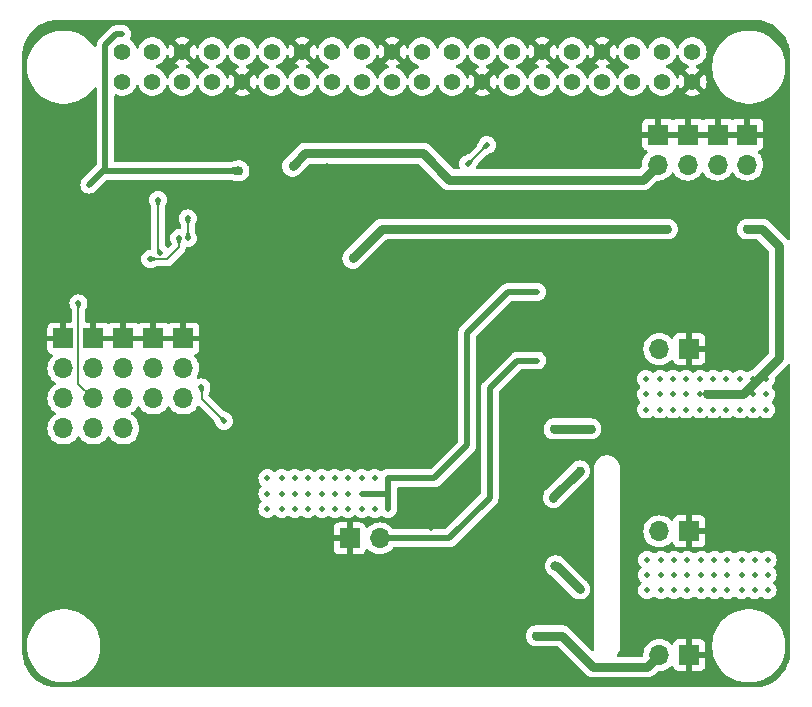
<source format=gbr>
%TF.GenerationSoftware,KiCad,Pcbnew,8.0.2*%
%TF.CreationDate,2024-06-08T15:50:05-05:00*%
%TF.ProjectId,kstars-ekos-smd,6b737461-7273-42d6-956b-6f732d736d64,rev?*%
%TF.SameCoordinates,Original*%
%TF.FileFunction,Copper,L2,Bot*%
%TF.FilePolarity,Positive*%
%FSLAX46Y46*%
G04 Gerber Fmt 4.6, Leading zero omitted, Abs format (unit mm)*
G04 Created by KiCad (PCBNEW 8.0.2) date 2024-06-08 15:50:05*
%MOMM*%
%LPD*%
G01*
G04 APERTURE LIST*
%TA.AperFunction,ComponentPad*%
%ADD10O,1.700000X1.700000*%
%TD*%
%TA.AperFunction,ComponentPad*%
%ADD11R,1.700000X1.700000*%
%TD*%
%TA.AperFunction,ComponentPad*%
%ADD12C,1.400000*%
%TD*%
%TA.AperFunction,ViaPad*%
%ADD13C,0.508000*%
%TD*%
%TA.AperFunction,ViaPad*%
%ADD14C,0.800000*%
%TD*%
%TA.AperFunction,ViaPad*%
%ADD15C,0.750000*%
%TD*%
%TA.AperFunction,Conductor*%
%ADD16C,0.750000*%
%TD*%
%TA.AperFunction,Conductor*%
%ADD17C,0.152400*%
%TD*%
%TA.AperFunction,Conductor*%
%ADD18C,0.500000*%
%TD*%
G04 APERTURE END LIST*
D10*
%TO.P,H2,1,1*%
%TO.N,+5V*%
X196342000Y-87752000D03*
D11*
%TO.P,H2,2,2*%
%TO.N,GND*%
X196342000Y-85212000D03*
%TD*%
D10*
%TO.P,C9,1,Positive*%
%TO.N,Net-(C9-Positive)*%
X170254000Y-119400000D03*
D11*
%TO.P,C9,2,Ground*%
%TO.N,GND*%
X167714000Y-119400000D03*
%TD*%
D10*
%TO.P,C11,1,Positive*%
%TO.N,Net-(C11-Positive)*%
X193934000Y-103378000D03*
D11*
%TO.P,C11,2,Ground*%
%TO.N,GND*%
X196474000Y-103378000D03*
%TD*%
D10*
%TO.P,H1,1,1*%
%TO.N,+5V*%
X193818000Y-87752000D03*
D11*
%TO.P,H1,2,2*%
%TO.N,GND*%
X193818000Y-85212000D03*
%TD*%
D10*
%TO.P,H4,1,1*%
%TO.N,+5V*%
X201390000Y-87752000D03*
D11*
%TO.P,H4,2,2*%
%TO.N,GND*%
X201390000Y-85212000D03*
%TD*%
D10*
%TO.P,C10,1,Positive*%
%TO.N,Net-(C10-Positive)*%
X193934000Y-118800000D03*
D11*
%TO.P,C10,2,Ground*%
%TO.N,GND*%
X196474000Y-118800000D03*
%TD*%
D10*
%TO.P,H5,1,1*%
%TO.N,Net-(H5-Pad1)*%
X193934000Y-129286000D03*
D11*
%TO.P,H5,2,2*%
%TO.N,GND*%
X196474000Y-129286000D03*
%TD*%
D12*
%TO.P,J1,*%
%TO.N,+5V*%
X148470000Y-78180000D03*
%TO.N,+3V3*%
X148470000Y-80720000D03*
%TO.N,+5V*%
X151010000Y-78180000D03*
%TO.N,SDA i2c*%
X151010000Y-80720000D03*
%TO.N,GND*%
X153550000Y-78180000D03*
%TO.N,SCL i2c*%
X153550000Y-80720000D03*
%TO.N,TXD*%
X156090000Y-78180000D03*
%TO.N,Net-(J1-GCLK0{slash}GPIO4)*%
X156090000Y-80720000D03*
%TO.N,RXD*%
X158630000Y-78180000D03*
%TO.N,GND*%
X158630000Y-80720000D03*
%TO.N,*%
X161170000Y-78180000D03*
X161170000Y-80720000D03*
%TO.N,GND*%
X163710000Y-78180000D03*
%TO.N,*%
X163710000Y-80720000D03*
%TO.N,DC_2*%
X166250000Y-78180000D03*
%TO.N,DC_1*%
X166250000Y-80720000D03*
%TO.N,DC_3*%
X168790000Y-78180000D03*
%TO.N,*%
X168790000Y-80720000D03*
%TO.N,GND*%
X171330000Y-78180000D03*
%TO.N,*%
X171330000Y-80720000D03*
X173870000Y-78180000D03*
X173870000Y-80720000D03*
X176410000Y-78180000D03*
X176410000Y-80720000D03*
X178950000Y-78180000D03*
%TO.N,GND*%
X178950000Y-80720000D03*
%TO.N,*%
X181490000Y-78180000D03*
X181490000Y-80720000D03*
%TO.N,GND*%
X184030000Y-78180000D03*
%TO.N,Net-(J1-GCLK1{slash}GPIO5)*%
X184030000Y-80720000D03*
%TO.N,Dew Heater 2*%
X186570000Y-78180000D03*
%TO.N,*%
X186570000Y-80720000D03*
%TO.N,GND*%
X189110000Y-78180000D03*
%TO.N,Dew Heater 1*%
X189110000Y-80720000D03*
%TO.N,*%
X191650000Y-78180000D03*
X191650000Y-80720000D03*
X194190000Y-78180000D03*
X194190000Y-80720000D03*
%TO.N,unconnected-(J1-GPIO21{slash}SCLK1-Pad40)*%
X196730000Y-78180000D03*
%TO.N,GND*%
X196730000Y-80720000D03*
%TD*%
D11*
%TO.P,J4,1,Pin_1*%
%TO.N,GND*%
X151100000Y-102474000D03*
D10*
%TO.P,J4,2,Pin_2*%
%TO.N,Net-(J1-GCLK0{slash}GPIO4)*%
X151100000Y-105014000D03*
%TO.P,J4,3,Pin_3*%
%TO.N,+3V3*%
X151100000Y-107554000D03*
%TD*%
D11*
%TO.P,J3,1,Pin_1*%
%TO.N,GND*%
X146020000Y-102474000D03*
D10*
%TO.P,J3,2,Pin_2*%
%TO.N,TXD*%
X146020000Y-105014000D03*
%TO.P,J3,3,Pin_3*%
%TO.N,RXD*%
X146020000Y-107554000D03*
%TO.P,J3,4,Pin_4*%
%TO.N,+3V3*%
X146020000Y-110094000D03*
%TD*%
%TO.P,H3,1,1*%
%TO.N,+5V*%
X198866000Y-87752000D03*
D11*
%TO.P,H3,2,2*%
%TO.N,GND*%
X198866000Y-85212000D03*
%TD*%
%TO.P,J6,1,Pin_1*%
%TO.N,GND*%
X143480000Y-102474000D03*
D10*
%TO.P,J6,2,Pin_2*%
%TO.N,SCL i2c*%
X143480000Y-105014000D03*
%TO.P,J6,3,Pin_3*%
%TO.N,SDA i2c*%
X143480000Y-107554000D03*
%TO.P,J6,4,Pin_4*%
%TO.N,+3V3*%
X143480000Y-110094000D03*
%TD*%
D11*
%TO.P,J2,1,Pin_1*%
%TO.N,GND*%
X153640000Y-102474000D03*
D10*
%TO.P,J2,2,Pin_2*%
%TO.N,Net-(J1-GCLK0{slash}GPIO4)*%
X153640000Y-105014000D03*
%TO.P,J2,3,Pin_3*%
%TO.N,+3V3*%
X153640000Y-107554000D03*
%TD*%
D11*
%TO.P,J5,1,Pin_1*%
%TO.N,GND*%
X148560000Y-102474000D03*
D10*
%TO.P,J5,2,Pin_2*%
%TO.N,Net-(J1-GCLK1{slash}GPIO5)*%
X148560000Y-105014000D03*
%TO.P,J5,3,Pin_3*%
%TO.N,unconnected-(J5-Pin_3-Pad3)*%
X148560000Y-107554000D03*
%TO.P,J5,4,Pin_4*%
%TO.N,+3V3*%
X148560000Y-110094000D03*
%TD*%
D13*
%TO.N,GND*%
X165354000Y-123100000D03*
X174591500Y-112683600D03*
X194001000Y-100868000D03*
X161954000Y-124400000D03*
X199800000Y-115000000D03*
X196201000Y-100868000D03*
X198501000Y-100868000D03*
X195101000Y-98268000D03*
X194001000Y-99568000D03*
X198700000Y-115000000D03*
X196400000Y-113700000D03*
X192801000Y-99568000D03*
X197401000Y-100868000D03*
X167554000Y-121800000D03*
X195101000Y-99568000D03*
X197401000Y-98268000D03*
X198700000Y-113700000D03*
X198700000Y-116300000D03*
X199601000Y-100868000D03*
X166454000Y-123100000D03*
X170954000Y-124400000D03*
X192801000Y-100868000D03*
X165813000Y-94010000D03*
X200801000Y-100868000D03*
X197600000Y-115000000D03*
X169854000Y-123100000D03*
X199601000Y-99568000D03*
X170954000Y-121800000D03*
X203001000Y-98268000D03*
X164154000Y-121800000D03*
X165354000Y-124400000D03*
X196201000Y-98268000D03*
X169854000Y-121800000D03*
X201901000Y-100868000D03*
X194200000Y-113700000D03*
X161954000Y-121800000D03*
X194200000Y-115000000D03*
X194001000Y-98268000D03*
X195101000Y-100868000D03*
X170954000Y-123100000D03*
X195300000Y-116300000D03*
X160754000Y-121800000D03*
X203001000Y-99568000D03*
X196400000Y-115000000D03*
X160754000Y-124400000D03*
X167554000Y-124400000D03*
X174591500Y-130083600D03*
X165827000Y-87886000D03*
X202100000Y-113700000D03*
X199800000Y-113700000D03*
X174591500Y-124283600D03*
X203001000Y-100868000D03*
X197600000Y-116300000D03*
X195300000Y-115000000D03*
X202100000Y-115000000D03*
X201901000Y-98268000D03*
X174591500Y-106883600D03*
X168754000Y-124400000D03*
X167554000Y-123100000D03*
X201000000Y-116300000D03*
X164154000Y-124400000D03*
X199800000Y-116300000D03*
X200801000Y-99568000D03*
X203200000Y-113700000D03*
X203200000Y-115000000D03*
X163054000Y-123100000D03*
D14*
X146989800Y-91567000D03*
D13*
X196400000Y-116300000D03*
X157060000Y-101499000D03*
X193000000Y-116300000D03*
X195300000Y-113700000D03*
X174591500Y-118483600D03*
X202100000Y-116300000D03*
X169854000Y-124400000D03*
X165354000Y-121800000D03*
X194200000Y-116300000D03*
X168754000Y-123100000D03*
X197600000Y-113700000D03*
X203200000Y-116300000D03*
X166454000Y-121800000D03*
X200801000Y-98268000D03*
X201000000Y-113700000D03*
X192801000Y-98268000D03*
X168754000Y-121800000D03*
X174591500Y-101083600D03*
X161954000Y-123100000D03*
X198501000Y-99568000D03*
X199601000Y-98268000D03*
X193000000Y-113700000D03*
X198501000Y-98268000D03*
X152726000Y-89486800D03*
X201000000Y-115000000D03*
X160754000Y-123100000D03*
X165827000Y-91186000D03*
X201901000Y-99568000D03*
X197401000Y-99568000D03*
X196201000Y-99568000D03*
X163054000Y-121800000D03*
X149226000Y-86549300D03*
X166454000Y-124400000D03*
X163054000Y-124400000D03*
X164154000Y-123100000D03*
X193000000Y-115000000D03*
D15*
%TO.N,+12V*%
X194612500Y-93218000D03*
X167983018Y-95694382D03*
D13*
%TO.N,Net-(U1-VCC)*%
X154012900Y-92303600D03*
X154012900Y-93975351D03*
%TO.N,+5V*%
X145669000Y-89458800D03*
X148463000Y-76708000D03*
D15*
X158352000Y-88265000D03*
X162877000Y-87886000D03*
D13*
%TO.N,Net-(J1-GCLK0{slash}GPIO4)*%
X155168600Y-106603800D03*
X157073600Y-109440600D03*
%TO.N,unconnected-(C2-Pad2)*%
X151501500Y-90728800D03*
X151688800Y-95240500D03*
%TO.N,Net-(J1-GCLK1{slash}GPIO5)*%
X177741852Y-87704136D03*
X179349400Y-86106000D03*
%TO.N,RXD*%
X144754600Y-99491800D03*
%TO.N,Net-(U1-SW)*%
X150830500Y-95758000D03*
X153276649Y-93975351D03*
%TO.N,Net-(C13-Positive)*%
X195100000Y-107188000D03*
X196200000Y-108488000D03*
X197400000Y-108488000D03*
X200800000Y-108488000D03*
X196200000Y-105888000D03*
X199600000Y-108488000D03*
X195100000Y-108488000D03*
X192800000Y-105888000D03*
X201900000Y-107188000D03*
X192800000Y-108488000D03*
X194000000Y-105888000D03*
X203000000Y-108488000D03*
X194000000Y-107188000D03*
X195100000Y-105888000D03*
X201900000Y-108488000D03*
X194000000Y-108488000D03*
X192800000Y-107188000D03*
X197400000Y-105888000D03*
X199600000Y-105888000D03*
X198500000Y-107188000D03*
X198500000Y-108488000D03*
X200800000Y-107188000D03*
X198500000Y-105888000D03*
X197400000Y-107188000D03*
X203000000Y-107188000D03*
X201900000Y-105888000D03*
X199600000Y-107188000D03*
X203000000Y-105888000D03*
X200800000Y-105888000D03*
X196200000Y-107188000D03*
D15*
X201387500Y-93218000D03*
D13*
%TO.N,Net-(C12-Positive)*%
X197500000Y-121200000D03*
X199700000Y-121200000D03*
X192900000Y-121200000D03*
D14*
X185129400Y-121743600D03*
D13*
X203100000Y-121200000D03*
X203100000Y-123800000D03*
X200900000Y-122500000D03*
X196300000Y-121200000D03*
X198600000Y-122500000D03*
D15*
X187200000Y-123698000D03*
D13*
X195200000Y-122500000D03*
X197500000Y-123800000D03*
X195200000Y-121200000D03*
X196300000Y-123800000D03*
X202000000Y-123800000D03*
X199700000Y-123800000D03*
X200900000Y-121200000D03*
X195200000Y-123800000D03*
X203100000Y-122500000D03*
X202000000Y-121200000D03*
X202000000Y-122500000D03*
X194100000Y-121200000D03*
X192900000Y-123800000D03*
X194100000Y-123800000D03*
X197500000Y-122500000D03*
X194100000Y-122500000D03*
X198600000Y-123800000D03*
X200900000Y-123800000D03*
X199700000Y-122500000D03*
X192900000Y-122500000D03*
X198600000Y-121200000D03*
X196300000Y-122500000D03*
D15*
%TO.N,Net-(C11-Positive)*%
X187198000Y-113665000D03*
X184970600Y-115943600D03*
%TO.N,Net-(H5-Pad1)*%
X183515000Y-127635000D03*
%TO.N,Net-(C10-Positive)*%
X185012600Y-110143600D03*
X188148000Y-110109000D03*
D13*
%TO.N,Net-(C9-Positive)*%
X183608500Y-104343600D03*
%TO.N,Net-(C8-Positive)*%
X167554000Y-116900000D03*
X160754000Y-116900000D03*
X169854000Y-115600000D03*
X170954000Y-115600000D03*
X166454000Y-115600000D03*
X164154000Y-115600000D03*
X165354000Y-114300000D03*
X169854000Y-116900000D03*
X166454000Y-116900000D03*
X167554000Y-114300000D03*
X167554000Y-115600000D03*
X170954000Y-116900000D03*
X161954000Y-116900000D03*
X165354000Y-115600000D03*
X160754000Y-115600000D03*
X170954000Y-114300000D03*
X160754000Y-114300000D03*
X168754000Y-115600000D03*
X164154000Y-114300000D03*
X165354000Y-116900000D03*
X169854000Y-114300000D03*
X161954000Y-115600000D03*
X183608500Y-98543600D03*
X168754000Y-116900000D03*
X163054000Y-114300000D03*
X164154000Y-116900000D03*
X163054000Y-116900000D03*
X168754000Y-114300000D03*
X161954000Y-114300000D03*
X163054000Y-115600000D03*
X166454000Y-114300000D03*
D15*
%TO.N,Net-(C13-Positive)*%
X198000000Y-107200000D03*
%TD*%
D16*
%TO.N,+12V*%
X170459400Y-93218000D02*
X194612500Y-93218000D01*
X167983018Y-95694382D02*
X170459400Y-93218000D01*
D17*
%TO.N,Net-(U1-VCC)*%
X154012900Y-92316300D02*
X154012900Y-93975351D01*
D18*
%TO.N,+5V*%
X145669000Y-89458800D02*
X146862800Y-88265000D01*
D16*
X176149000Y-89027000D02*
X192543000Y-89027000D01*
D18*
X147955000Y-76708000D02*
X147040600Y-77622400D01*
X148463000Y-76708000D02*
X147955000Y-76708000D01*
D16*
X173919000Y-86797000D02*
X176149000Y-89027000D01*
D18*
X147040600Y-88087200D02*
X145669000Y-89458800D01*
X146862800Y-88265000D02*
X158352000Y-88265000D01*
D16*
X163966000Y-86797000D02*
X173919000Y-86797000D01*
X162877000Y-87886000D02*
X163966000Y-86797000D01*
X192543000Y-89027000D02*
X193818000Y-87752000D01*
D18*
X147040600Y-77622400D02*
X147040600Y-88087200D01*
D17*
%TO.N,Net-(J1-GCLK0{slash}GPIO4)*%
X155182852Y-107559352D02*
X157060000Y-109436500D01*
X155182852Y-106618790D02*
X155182852Y-107559352D01*
%TO.N,unconnected-(C2-Pad2)*%
X151688800Y-95240500D02*
X151501500Y-95053200D01*
X151501500Y-95053200D02*
X151501500Y-90728800D01*
%TO.N,Net-(J1-GCLK1{slash}GPIO5)*%
X179349400Y-86106000D02*
X179339988Y-86106000D01*
X179339988Y-86106000D02*
X177741852Y-87704136D01*
%TO.N,RXD*%
X144754600Y-99491800D02*
X144754600Y-106288600D01*
X144754600Y-106288600D02*
X146020000Y-107554000D01*
%TO.N,Net-(U1-SW)*%
X152273000Y-95758000D02*
X153276649Y-94754351D01*
X150830500Y-95758000D02*
X152273000Y-95758000D01*
X153276649Y-94754351D02*
X153276649Y-93975351D01*
D16*
%TO.N,Net-(C13-Positive)*%
X204089000Y-94665800D02*
X202641200Y-93218000D01*
X204089000Y-104140000D02*
X204089000Y-94665800D01*
X201029000Y-107200000D02*
X204089000Y-104140000D01*
X202641200Y-93218000D02*
X201387500Y-93218000D01*
X198000000Y-107200000D02*
X201029000Y-107200000D01*
%TO.N,Net-(C12-Positive)*%
X185245600Y-121743600D02*
X187200000Y-123698000D01*
X185129400Y-121743600D02*
X185245600Y-121743600D01*
%TO.N,Net-(C11-Positive)*%
X184970600Y-115892400D02*
X184970600Y-115943600D01*
X187198000Y-113665000D02*
X184970600Y-115892400D01*
%TO.N,Net-(H5-Pad1)*%
X192918000Y-130302000D02*
X188341000Y-130302000D01*
X188341000Y-130302000D02*
X185674000Y-127635000D01*
X185674000Y-127635000D02*
X183515000Y-127635000D01*
X193934000Y-129286000D02*
X192918000Y-130302000D01*
%TO.N,Net-(C10-Positive)*%
X185047200Y-110109000D02*
X185012600Y-110143600D01*
X188148000Y-110109000D02*
X185047200Y-110109000D01*
D18*
%TO.N,Net-(C9-Positive)*%
X179578000Y-106680000D02*
X179578000Y-115951000D01*
X176149000Y-119380000D02*
X170274000Y-119380000D01*
X183608500Y-104343600D02*
X181914400Y-104343600D01*
X179578000Y-115951000D02*
X176149000Y-119380000D01*
X181914400Y-104343600D02*
X179578000Y-106680000D01*
%TO.N,Net-(C8-Positive)*%
X169854000Y-115600000D02*
X168754000Y-115600000D01*
X170954000Y-114300000D02*
X170954000Y-115600000D01*
X181110400Y-98543600D02*
X177673000Y-101981000D01*
X177673000Y-101981000D02*
X177673000Y-111506000D01*
X183608500Y-98543600D02*
X181110400Y-98543600D01*
X170954000Y-115600000D02*
X169854000Y-115600000D01*
X170954000Y-115600000D02*
X170954000Y-116900000D01*
X177673000Y-111506000D02*
X174879000Y-114300000D01*
X174879000Y-114300000D02*
X170954000Y-114300000D01*
%TD*%
%TA.AperFunction,Conductor*%
%TO.N,GND*%
G36*
X144120939Y-102243685D02*
G01*
X144166694Y-102296489D01*
X144177900Y-102348000D01*
X144177900Y-102600000D01*
X144158215Y-102667039D01*
X144105411Y-102712794D01*
X144053900Y-102724000D01*
X143913012Y-102724000D01*
X143945925Y-102666993D01*
X143980000Y-102539826D01*
X143980000Y-102408174D01*
X143945925Y-102281007D01*
X143913012Y-102224000D01*
X144053900Y-102224000D01*
X144120939Y-102243685D01*
G37*
%TD.AperFunction*%
%TA.AperFunction,Conductor*%
G36*
X145554075Y-102281007D02*
G01*
X145520000Y-102408174D01*
X145520000Y-102539826D01*
X145554075Y-102666993D01*
X145586988Y-102724000D01*
X145455300Y-102724000D01*
X145388261Y-102704315D01*
X145342506Y-102651511D01*
X145331300Y-102600000D01*
X145331300Y-102348000D01*
X145350985Y-102280961D01*
X145403789Y-102235206D01*
X145455300Y-102224000D01*
X145586988Y-102224000D01*
X145554075Y-102281007D01*
G37*
%TD.AperFunction*%
%TA.AperFunction,Conductor*%
G36*
X148094075Y-102281007D02*
G01*
X148060000Y-102408174D01*
X148060000Y-102539826D01*
X148094075Y-102666993D01*
X148126988Y-102724000D01*
X146453012Y-102724000D01*
X146485925Y-102666993D01*
X146520000Y-102539826D01*
X146520000Y-102408174D01*
X146485925Y-102281007D01*
X146453012Y-102224000D01*
X148126988Y-102224000D01*
X148094075Y-102281007D01*
G37*
%TD.AperFunction*%
%TA.AperFunction,Conductor*%
G36*
X150634075Y-102281007D02*
G01*
X150600000Y-102408174D01*
X150600000Y-102539826D01*
X150634075Y-102666993D01*
X150666988Y-102724000D01*
X148993012Y-102724000D01*
X149025925Y-102666993D01*
X149060000Y-102539826D01*
X149060000Y-102408174D01*
X149025925Y-102281007D01*
X148993012Y-102224000D01*
X150666988Y-102224000D01*
X150634075Y-102281007D01*
G37*
%TD.AperFunction*%
%TA.AperFunction,Conductor*%
G36*
X153174075Y-102281007D02*
G01*
X153140000Y-102408174D01*
X153140000Y-102539826D01*
X153174075Y-102666993D01*
X153206988Y-102724000D01*
X151533012Y-102724000D01*
X151565925Y-102666993D01*
X151600000Y-102539826D01*
X151600000Y-102408174D01*
X151565925Y-102281007D01*
X151533012Y-102224000D01*
X153206988Y-102224000D01*
X153174075Y-102281007D01*
G37*
%TD.AperFunction*%
%TA.AperFunction,Conductor*%
G36*
X157410562Y-78443083D02*
G01*
X157463749Y-78488393D01*
X157479266Y-78522372D01*
X157505769Y-78615523D01*
X157505775Y-78615538D01*
X157604938Y-78814683D01*
X157604943Y-78814691D01*
X157739020Y-78992238D01*
X157903437Y-79142123D01*
X157903439Y-79142125D01*
X158092595Y-79259245D01*
X158092596Y-79259245D01*
X158092599Y-79259247D01*
X158287215Y-79334642D01*
X158342614Y-79377213D01*
X158366205Y-79442980D01*
X158350494Y-79511060D01*
X158300470Y-79559839D01*
X158287213Y-79565893D01*
X158092833Y-79641196D01*
X158092823Y-79641201D01*
X157976671Y-79713119D01*
X158541414Y-80277861D01*
X158456306Y-80300667D01*
X158353694Y-80359910D01*
X158269910Y-80443694D01*
X158210667Y-80546306D01*
X158187861Y-80631414D01*
X157621138Y-80064691D01*
X157621137Y-80064691D01*
X157605368Y-80085574D01*
X157506239Y-80284651D01*
X157506237Y-80284655D01*
X157479525Y-80378540D01*
X157442246Y-80437633D01*
X157378936Y-80467190D01*
X157309697Y-80457828D01*
X157256510Y-80412518D01*
X157240994Y-80378541D01*
X157214229Y-80284472D01*
X157115188Y-80085572D01*
X157115061Y-80085316D01*
X157115056Y-80085308D01*
X156980979Y-79907761D01*
X156816562Y-79757876D01*
X156816560Y-79757874D01*
X156627404Y-79640754D01*
X156627395Y-79640750D01*
X156533956Y-79604552D01*
X156433475Y-79565625D01*
X156378075Y-79523054D01*
X156354484Y-79457288D01*
X156370195Y-79389207D01*
X156420219Y-79340428D01*
X156433466Y-79334377D01*
X156627401Y-79259247D01*
X156816562Y-79142124D01*
X156980981Y-78992236D01*
X157115058Y-78814689D01*
X157214229Y-78615528D01*
X157240734Y-78522371D01*
X157278013Y-78463278D01*
X157341323Y-78433721D01*
X157410562Y-78443083D01*
G37*
%TD.AperFunction*%
%TA.AperFunction,Conductor*%
G36*
X177730562Y-78443083D02*
G01*
X177783749Y-78488393D01*
X177799266Y-78522372D01*
X177825769Y-78615523D01*
X177825775Y-78615538D01*
X177924938Y-78814683D01*
X177924943Y-78814691D01*
X178059020Y-78992238D01*
X178223437Y-79142123D01*
X178223439Y-79142125D01*
X178412595Y-79259245D01*
X178412596Y-79259245D01*
X178412599Y-79259247D01*
X178607215Y-79334642D01*
X178662614Y-79377213D01*
X178686205Y-79442980D01*
X178670494Y-79511060D01*
X178620470Y-79559839D01*
X178607213Y-79565893D01*
X178412833Y-79641196D01*
X178412823Y-79641201D01*
X178296671Y-79713119D01*
X178861414Y-80277861D01*
X178776306Y-80300667D01*
X178673694Y-80359910D01*
X178589910Y-80443694D01*
X178530667Y-80546306D01*
X178507861Y-80631414D01*
X177941138Y-80064691D01*
X177941137Y-80064691D01*
X177925368Y-80085574D01*
X177826239Y-80284651D01*
X177826237Y-80284655D01*
X177799525Y-80378540D01*
X177762246Y-80437633D01*
X177698936Y-80467190D01*
X177629697Y-80457828D01*
X177576510Y-80412518D01*
X177560994Y-80378541D01*
X177534229Y-80284472D01*
X177435188Y-80085572D01*
X177435061Y-80085316D01*
X177435056Y-80085308D01*
X177300979Y-79907761D01*
X177136562Y-79757876D01*
X177136560Y-79757874D01*
X176947404Y-79640754D01*
X176947395Y-79640750D01*
X176853956Y-79604552D01*
X176753475Y-79565625D01*
X176698075Y-79523054D01*
X176674484Y-79457288D01*
X176690195Y-79389207D01*
X176740219Y-79340428D01*
X176753466Y-79334377D01*
X176947401Y-79259247D01*
X177136562Y-79142124D01*
X177300981Y-78992236D01*
X177435058Y-78814689D01*
X177534229Y-78615528D01*
X177560734Y-78522371D01*
X177598013Y-78463278D01*
X177661323Y-78433721D01*
X177730562Y-78443083D01*
G37*
%TD.AperFunction*%
%TA.AperFunction,Conductor*%
G36*
X195510562Y-78443083D02*
G01*
X195563749Y-78488393D01*
X195579266Y-78522372D01*
X195605769Y-78615523D01*
X195605775Y-78615538D01*
X195704938Y-78814683D01*
X195704943Y-78814691D01*
X195839020Y-78992238D01*
X196003437Y-79142123D01*
X196003439Y-79142125D01*
X196192595Y-79259245D01*
X196192596Y-79259245D01*
X196192599Y-79259247D01*
X196387215Y-79334642D01*
X196442614Y-79377213D01*
X196466205Y-79442980D01*
X196450494Y-79511060D01*
X196400470Y-79559839D01*
X196387213Y-79565893D01*
X196192833Y-79641196D01*
X196192823Y-79641201D01*
X196076671Y-79713119D01*
X196641414Y-80277861D01*
X196556306Y-80300667D01*
X196453694Y-80359910D01*
X196369910Y-80443694D01*
X196310667Y-80546306D01*
X196287861Y-80631414D01*
X195721138Y-80064691D01*
X195721137Y-80064691D01*
X195705368Y-80085574D01*
X195606239Y-80284651D01*
X195606237Y-80284655D01*
X195579525Y-80378540D01*
X195542246Y-80437633D01*
X195478936Y-80467190D01*
X195409697Y-80457828D01*
X195356510Y-80412518D01*
X195340994Y-80378541D01*
X195314229Y-80284472D01*
X195215188Y-80085572D01*
X195215061Y-80085316D01*
X195215056Y-80085308D01*
X195080979Y-79907761D01*
X194916562Y-79757876D01*
X194916560Y-79757874D01*
X194727404Y-79640754D01*
X194727395Y-79640750D01*
X194633956Y-79604552D01*
X194533475Y-79565625D01*
X194478075Y-79523054D01*
X194454484Y-79457288D01*
X194470195Y-79389207D01*
X194520219Y-79340428D01*
X194533466Y-79334377D01*
X194727401Y-79259247D01*
X194916562Y-79142124D01*
X195080981Y-78992236D01*
X195215058Y-78814689D01*
X195314229Y-78615528D01*
X195340734Y-78522371D01*
X195378013Y-78463278D01*
X195441323Y-78433721D01*
X195510562Y-78443083D01*
G37*
%TD.AperFunction*%
%TA.AperFunction,Conductor*%
G36*
X159950562Y-78443083D02*
G01*
X160003749Y-78488393D01*
X160019266Y-78522372D01*
X160045769Y-78615523D01*
X160045775Y-78615538D01*
X160144938Y-78814683D01*
X160144943Y-78814691D01*
X160279020Y-78992238D01*
X160443437Y-79142123D01*
X160443439Y-79142125D01*
X160632595Y-79259245D01*
X160632596Y-79259245D01*
X160632599Y-79259247D01*
X160826524Y-79334374D01*
X160881924Y-79376946D01*
X160905515Y-79442713D01*
X160889804Y-79510793D01*
X160839780Y-79559572D01*
X160826533Y-79565622D01*
X160678488Y-79622975D01*
X160632601Y-79640752D01*
X160632595Y-79640754D01*
X160443439Y-79757874D01*
X160443437Y-79757876D01*
X160279020Y-79907761D01*
X160144943Y-80085308D01*
X160144938Y-80085316D01*
X160045775Y-80284461D01*
X160045770Y-80284474D01*
X160019006Y-80378540D01*
X159981726Y-80437633D01*
X159918417Y-80467190D01*
X159849177Y-80457828D01*
X159795991Y-80412518D01*
X159780473Y-80378538D01*
X159753760Y-80284650D01*
X159654635Y-80085580D01*
X159654630Y-80085572D01*
X159638860Y-80064690D01*
X159072137Y-80631413D01*
X159049333Y-80546306D01*
X158990090Y-80443694D01*
X158906306Y-80359910D01*
X158803694Y-80300667D01*
X158718585Y-80277862D01*
X159283327Y-79713119D01*
X159167178Y-79641202D01*
X159167177Y-79641201D01*
X158972786Y-79565894D01*
X158917384Y-79523321D01*
X158893794Y-79457554D01*
X158909505Y-79389474D01*
X158959529Y-79340695D01*
X158972772Y-79334646D01*
X159167401Y-79259247D01*
X159356562Y-79142124D01*
X159520981Y-78992236D01*
X159655058Y-78814689D01*
X159754229Y-78615528D01*
X159780734Y-78522371D01*
X159818013Y-78463278D01*
X159881323Y-78433721D01*
X159950562Y-78443083D01*
G37*
%TD.AperFunction*%
%TA.AperFunction,Conductor*%
G36*
X180270562Y-78443083D02*
G01*
X180323749Y-78488393D01*
X180339266Y-78522372D01*
X180365769Y-78615523D01*
X180365775Y-78615538D01*
X180464938Y-78814683D01*
X180464943Y-78814691D01*
X180599020Y-78992238D01*
X180763437Y-79142123D01*
X180763439Y-79142125D01*
X180952595Y-79259245D01*
X180952596Y-79259245D01*
X180952599Y-79259247D01*
X181146524Y-79334374D01*
X181201924Y-79376946D01*
X181225515Y-79442713D01*
X181209804Y-79510793D01*
X181159780Y-79559572D01*
X181146533Y-79565622D01*
X180998488Y-79622975D01*
X180952601Y-79640752D01*
X180952595Y-79640754D01*
X180763439Y-79757874D01*
X180763437Y-79757876D01*
X180599020Y-79907761D01*
X180464943Y-80085308D01*
X180464938Y-80085316D01*
X180365775Y-80284461D01*
X180365770Y-80284474D01*
X180339006Y-80378540D01*
X180301726Y-80437633D01*
X180238417Y-80467190D01*
X180169177Y-80457828D01*
X180115991Y-80412518D01*
X180100473Y-80378538D01*
X180073760Y-80284650D01*
X179974635Y-80085580D01*
X179974630Y-80085572D01*
X179958860Y-80064690D01*
X179392137Y-80631413D01*
X179369333Y-80546306D01*
X179310090Y-80443694D01*
X179226306Y-80359910D01*
X179123694Y-80300667D01*
X179038585Y-80277862D01*
X179603327Y-79713119D01*
X179487178Y-79641202D01*
X179487177Y-79641201D01*
X179292786Y-79565894D01*
X179237384Y-79523321D01*
X179213794Y-79457554D01*
X179229505Y-79389474D01*
X179279529Y-79340695D01*
X179292772Y-79334646D01*
X179487401Y-79259247D01*
X179676562Y-79142124D01*
X179840981Y-78992236D01*
X179975058Y-78814689D01*
X180074229Y-78615528D01*
X180100734Y-78522371D01*
X180138013Y-78463278D01*
X180201323Y-78433721D01*
X180270562Y-78443083D01*
G37*
%TD.AperFunction*%
%TA.AperFunction,Conductor*%
G36*
X153130667Y-78353694D02*
G01*
X153189910Y-78456306D01*
X153273694Y-78540090D01*
X153376306Y-78599333D01*
X153461414Y-78622137D01*
X152896672Y-79186879D01*
X152896672Y-79186880D01*
X153012821Y-79258797D01*
X153012822Y-79258798D01*
X153207213Y-79334105D01*
X153262614Y-79376678D01*
X153286205Y-79442445D01*
X153270494Y-79510525D01*
X153220470Y-79559304D01*
X153207213Y-79565359D01*
X153012601Y-79640751D01*
X153012595Y-79640754D01*
X152823439Y-79757874D01*
X152823437Y-79757876D01*
X152659020Y-79907761D01*
X152524943Y-80085308D01*
X152524938Y-80085316D01*
X152425775Y-80284461D01*
X152425769Y-80284476D01*
X152399266Y-80377627D01*
X152361987Y-80436721D01*
X152298677Y-80466278D01*
X152229438Y-80456916D01*
X152176251Y-80411606D01*
X152160734Y-80377627D01*
X152134230Y-80284476D01*
X152134229Y-80284472D01*
X152035188Y-80085572D01*
X152035061Y-80085316D01*
X152035056Y-80085308D01*
X151900979Y-79907761D01*
X151736562Y-79757876D01*
X151736560Y-79757874D01*
X151547404Y-79640754D01*
X151547395Y-79640750D01*
X151453956Y-79604552D01*
X151353475Y-79565625D01*
X151298075Y-79523054D01*
X151274484Y-79457288D01*
X151290195Y-79389207D01*
X151340219Y-79340428D01*
X151353466Y-79334377D01*
X151547401Y-79259247D01*
X151736562Y-79142124D01*
X151900981Y-78992236D01*
X152035058Y-78814689D01*
X152134229Y-78615528D01*
X152160995Y-78521455D01*
X152198272Y-78462367D01*
X152261581Y-78432809D01*
X152330821Y-78442171D01*
X152384007Y-78487480D01*
X152399525Y-78521460D01*
X152426236Y-78615342D01*
X152426239Y-78615348D01*
X152525369Y-78814428D01*
X152541137Y-78835308D01*
X152541138Y-78835308D01*
X153107861Y-78268584D01*
X153130667Y-78353694D01*
G37*
%TD.AperFunction*%
%TA.AperFunction,Conductor*%
G36*
X154558861Y-78835308D02*
G01*
X154574631Y-78814425D01*
X154574633Y-78814422D01*
X154673760Y-78615349D01*
X154700473Y-78521461D01*
X154737752Y-78462367D01*
X154801061Y-78432809D01*
X154870301Y-78442170D01*
X154923488Y-78487480D01*
X154939006Y-78521459D01*
X154965770Y-78615525D01*
X154965775Y-78615538D01*
X155064938Y-78814683D01*
X155064943Y-78814691D01*
X155199020Y-78992238D01*
X155363437Y-79142123D01*
X155363439Y-79142125D01*
X155552595Y-79259245D01*
X155552596Y-79259245D01*
X155552599Y-79259247D01*
X155746524Y-79334374D01*
X155801924Y-79376946D01*
X155825515Y-79442713D01*
X155809804Y-79510793D01*
X155759780Y-79559572D01*
X155746533Y-79565622D01*
X155598488Y-79622975D01*
X155552601Y-79640752D01*
X155552595Y-79640754D01*
X155363439Y-79757874D01*
X155363437Y-79757876D01*
X155199020Y-79907761D01*
X155064943Y-80085308D01*
X155064938Y-80085316D01*
X154965775Y-80284461D01*
X154965769Y-80284476D01*
X154939266Y-80377627D01*
X154901987Y-80436721D01*
X154838677Y-80466278D01*
X154769438Y-80456916D01*
X154716251Y-80411606D01*
X154700734Y-80377627D01*
X154674230Y-80284476D01*
X154674229Y-80284472D01*
X154575188Y-80085572D01*
X154575061Y-80085316D01*
X154575056Y-80085308D01*
X154440979Y-79907761D01*
X154276562Y-79757876D01*
X154276560Y-79757874D01*
X154087404Y-79640754D01*
X154087398Y-79640751D01*
X153957967Y-79590610D01*
X153892784Y-79565358D01*
X153837385Y-79522786D01*
X153813794Y-79457019D01*
X153829505Y-79388939D01*
X153879529Y-79340160D01*
X153892786Y-79334105D01*
X154087177Y-79258797D01*
X154087181Y-79258795D01*
X154203326Y-79186879D01*
X153638585Y-78622137D01*
X153723694Y-78599333D01*
X153826306Y-78540090D01*
X153910090Y-78456306D01*
X153969333Y-78353694D01*
X153992138Y-78268585D01*
X154558861Y-78835308D01*
G37*
%TD.AperFunction*%
%TA.AperFunction,Conductor*%
G36*
X163290667Y-78353694D02*
G01*
X163349910Y-78456306D01*
X163433694Y-78540090D01*
X163536306Y-78599333D01*
X163621414Y-78622137D01*
X163056672Y-79186879D01*
X163056672Y-79186880D01*
X163172821Y-79258797D01*
X163172822Y-79258798D01*
X163367213Y-79334105D01*
X163422614Y-79376678D01*
X163446205Y-79442445D01*
X163430494Y-79510525D01*
X163380470Y-79559304D01*
X163367213Y-79565359D01*
X163172601Y-79640751D01*
X163172595Y-79640754D01*
X162983439Y-79757874D01*
X162983437Y-79757876D01*
X162819020Y-79907761D01*
X162684943Y-80085308D01*
X162684938Y-80085316D01*
X162585775Y-80284461D01*
X162585769Y-80284476D01*
X162559266Y-80377627D01*
X162521987Y-80436721D01*
X162458677Y-80466278D01*
X162389438Y-80456916D01*
X162336251Y-80411606D01*
X162320734Y-80377627D01*
X162294230Y-80284476D01*
X162294229Y-80284472D01*
X162195188Y-80085572D01*
X162195061Y-80085316D01*
X162195056Y-80085308D01*
X162060979Y-79907761D01*
X161896562Y-79757876D01*
X161896560Y-79757874D01*
X161707404Y-79640754D01*
X161707395Y-79640750D01*
X161613956Y-79604552D01*
X161513475Y-79565625D01*
X161458075Y-79523054D01*
X161434484Y-79457288D01*
X161450195Y-79389207D01*
X161500219Y-79340428D01*
X161513466Y-79334377D01*
X161707401Y-79259247D01*
X161896562Y-79142124D01*
X162060981Y-78992236D01*
X162195058Y-78814689D01*
X162294229Y-78615528D01*
X162320995Y-78521455D01*
X162358272Y-78462367D01*
X162421581Y-78432809D01*
X162490821Y-78442171D01*
X162544007Y-78487480D01*
X162559525Y-78521460D01*
X162586236Y-78615342D01*
X162586239Y-78615348D01*
X162685369Y-78814428D01*
X162701137Y-78835308D01*
X162701138Y-78835308D01*
X163267861Y-78268584D01*
X163290667Y-78353694D01*
G37*
%TD.AperFunction*%
%TA.AperFunction,Conductor*%
G36*
X164718861Y-78835308D02*
G01*
X164734631Y-78814425D01*
X164734633Y-78814422D01*
X164833760Y-78615349D01*
X164860473Y-78521461D01*
X164897752Y-78462367D01*
X164961061Y-78432809D01*
X165030301Y-78442170D01*
X165083488Y-78487480D01*
X165099006Y-78521459D01*
X165125770Y-78615525D01*
X165125775Y-78615538D01*
X165224938Y-78814683D01*
X165224943Y-78814691D01*
X165359020Y-78992238D01*
X165523437Y-79142123D01*
X165523439Y-79142125D01*
X165712595Y-79259245D01*
X165712596Y-79259245D01*
X165712599Y-79259247D01*
X165906524Y-79334374D01*
X165961924Y-79376946D01*
X165985515Y-79442713D01*
X165969804Y-79510793D01*
X165919780Y-79559572D01*
X165906533Y-79565622D01*
X165758488Y-79622975D01*
X165712601Y-79640752D01*
X165712595Y-79640754D01*
X165523439Y-79757874D01*
X165523437Y-79757876D01*
X165359020Y-79907761D01*
X165224943Y-80085308D01*
X165224938Y-80085316D01*
X165125775Y-80284461D01*
X165125769Y-80284476D01*
X165099266Y-80377627D01*
X165061987Y-80436721D01*
X164998677Y-80466278D01*
X164929438Y-80456916D01*
X164876251Y-80411606D01*
X164860734Y-80377627D01*
X164834230Y-80284476D01*
X164834229Y-80284472D01*
X164735188Y-80085572D01*
X164735061Y-80085316D01*
X164735056Y-80085308D01*
X164600979Y-79907761D01*
X164436562Y-79757876D01*
X164436560Y-79757874D01*
X164247404Y-79640754D01*
X164247398Y-79640751D01*
X164117967Y-79590610D01*
X164052784Y-79565358D01*
X163997385Y-79522786D01*
X163973794Y-79457019D01*
X163989505Y-79388939D01*
X164039529Y-79340160D01*
X164052786Y-79334105D01*
X164247177Y-79258797D01*
X164247181Y-79258795D01*
X164363326Y-79186879D01*
X163798585Y-78622137D01*
X163883694Y-78599333D01*
X163986306Y-78540090D01*
X164070090Y-78456306D01*
X164129333Y-78353694D01*
X164152138Y-78268585D01*
X164718861Y-78835308D01*
G37*
%TD.AperFunction*%
%TA.AperFunction,Conductor*%
G36*
X170910667Y-78353694D02*
G01*
X170969910Y-78456306D01*
X171053694Y-78540090D01*
X171156306Y-78599333D01*
X171241414Y-78622137D01*
X170676672Y-79186879D01*
X170676672Y-79186880D01*
X170792821Y-79258797D01*
X170792822Y-79258798D01*
X170987213Y-79334105D01*
X171042614Y-79376678D01*
X171066205Y-79442445D01*
X171050494Y-79510525D01*
X171000470Y-79559304D01*
X170987213Y-79565359D01*
X170792601Y-79640751D01*
X170792595Y-79640754D01*
X170603439Y-79757874D01*
X170603437Y-79757876D01*
X170439020Y-79907761D01*
X170304943Y-80085308D01*
X170304938Y-80085316D01*
X170205775Y-80284461D01*
X170205769Y-80284476D01*
X170179266Y-80377627D01*
X170141987Y-80436721D01*
X170078677Y-80466278D01*
X170009438Y-80456916D01*
X169956251Y-80411606D01*
X169940734Y-80377627D01*
X169914230Y-80284476D01*
X169914229Y-80284472D01*
X169815188Y-80085572D01*
X169815061Y-80085316D01*
X169815056Y-80085308D01*
X169680979Y-79907761D01*
X169516562Y-79757876D01*
X169516560Y-79757874D01*
X169327404Y-79640754D01*
X169327395Y-79640750D01*
X169233956Y-79604552D01*
X169133475Y-79565625D01*
X169078075Y-79523054D01*
X169054484Y-79457288D01*
X169070195Y-79389207D01*
X169120219Y-79340428D01*
X169133466Y-79334377D01*
X169327401Y-79259247D01*
X169516562Y-79142124D01*
X169680981Y-78992236D01*
X169815058Y-78814689D01*
X169914229Y-78615528D01*
X169940995Y-78521455D01*
X169978272Y-78462367D01*
X170041581Y-78432809D01*
X170110821Y-78442171D01*
X170164007Y-78487480D01*
X170179525Y-78521460D01*
X170206236Y-78615342D01*
X170206239Y-78615348D01*
X170305369Y-78814428D01*
X170321137Y-78835308D01*
X170321138Y-78835308D01*
X170887861Y-78268584D01*
X170910667Y-78353694D01*
G37*
%TD.AperFunction*%
%TA.AperFunction,Conductor*%
G36*
X172338861Y-78835308D02*
G01*
X172354631Y-78814425D01*
X172354633Y-78814422D01*
X172453760Y-78615349D01*
X172480473Y-78521461D01*
X172517752Y-78462367D01*
X172581061Y-78432809D01*
X172650301Y-78442170D01*
X172703488Y-78487480D01*
X172719006Y-78521459D01*
X172745770Y-78615525D01*
X172745775Y-78615538D01*
X172844938Y-78814683D01*
X172844943Y-78814691D01*
X172979020Y-78992238D01*
X173143437Y-79142123D01*
X173143439Y-79142125D01*
X173332595Y-79259245D01*
X173332596Y-79259245D01*
X173332599Y-79259247D01*
X173526524Y-79334374D01*
X173581924Y-79376946D01*
X173605515Y-79442713D01*
X173589804Y-79510793D01*
X173539780Y-79559572D01*
X173526533Y-79565622D01*
X173378488Y-79622975D01*
X173332601Y-79640752D01*
X173332595Y-79640754D01*
X173143439Y-79757874D01*
X173143437Y-79757876D01*
X172979020Y-79907761D01*
X172844943Y-80085308D01*
X172844938Y-80085316D01*
X172745775Y-80284461D01*
X172745769Y-80284476D01*
X172719266Y-80377627D01*
X172681987Y-80436721D01*
X172618677Y-80466278D01*
X172549438Y-80456916D01*
X172496251Y-80411606D01*
X172480734Y-80377627D01*
X172454230Y-80284476D01*
X172454229Y-80284472D01*
X172355188Y-80085572D01*
X172355061Y-80085316D01*
X172355056Y-80085308D01*
X172220979Y-79907761D01*
X172056562Y-79757876D01*
X172056560Y-79757874D01*
X171867404Y-79640754D01*
X171867398Y-79640751D01*
X171737967Y-79590610D01*
X171672784Y-79565358D01*
X171617385Y-79522786D01*
X171593794Y-79457019D01*
X171609505Y-79388939D01*
X171659529Y-79340160D01*
X171672786Y-79334105D01*
X171867177Y-79258797D01*
X171867181Y-79258795D01*
X171983326Y-79186879D01*
X171418585Y-78622137D01*
X171503694Y-78599333D01*
X171606306Y-78540090D01*
X171690090Y-78456306D01*
X171749333Y-78353694D01*
X171772138Y-78268585D01*
X172338861Y-78835308D01*
G37*
%TD.AperFunction*%
%TA.AperFunction,Conductor*%
G36*
X183610667Y-78353694D02*
G01*
X183669910Y-78456306D01*
X183753694Y-78540090D01*
X183856306Y-78599333D01*
X183941414Y-78622137D01*
X183376672Y-79186879D01*
X183376672Y-79186880D01*
X183492821Y-79258797D01*
X183492822Y-79258798D01*
X183687213Y-79334105D01*
X183742614Y-79376678D01*
X183766205Y-79442445D01*
X183750494Y-79510525D01*
X183700470Y-79559304D01*
X183687213Y-79565359D01*
X183492601Y-79640751D01*
X183492595Y-79640754D01*
X183303439Y-79757874D01*
X183303437Y-79757876D01*
X183139020Y-79907761D01*
X183004943Y-80085308D01*
X183004938Y-80085316D01*
X182905775Y-80284461D01*
X182905769Y-80284476D01*
X182879266Y-80377627D01*
X182841987Y-80436721D01*
X182778677Y-80466278D01*
X182709438Y-80456916D01*
X182656251Y-80411606D01*
X182640734Y-80377627D01*
X182614230Y-80284476D01*
X182614229Y-80284472D01*
X182515188Y-80085572D01*
X182515061Y-80085316D01*
X182515056Y-80085308D01*
X182380979Y-79907761D01*
X182216562Y-79757876D01*
X182216560Y-79757874D01*
X182027404Y-79640754D01*
X182027395Y-79640750D01*
X181933956Y-79604552D01*
X181833475Y-79565625D01*
X181778075Y-79523054D01*
X181754484Y-79457288D01*
X181770195Y-79389207D01*
X181820219Y-79340428D01*
X181833466Y-79334377D01*
X182027401Y-79259247D01*
X182216562Y-79142124D01*
X182380981Y-78992236D01*
X182515058Y-78814689D01*
X182614229Y-78615528D01*
X182640995Y-78521455D01*
X182678272Y-78462367D01*
X182741581Y-78432809D01*
X182810821Y-78442171D01*
X182864007Y-78487480D01*
X182879525Y-78521460D01*
X182906236Y-78615342D01*
X182906239Y-78615348D01*
X183005369Y-78814428D01*
X183021137Y-78835308D01*
X183021138Y-78835308D01*
X183587861Y-78268584D01*
X183610667Y-78353694D01*
G37*
%TD.AperFunction*%
%TA.AperFunction,Conductor*%
G36*
X185038861Y-78835308D02*
G01*
X185054631Y-78814425D01*
X185054633Y-78814422D01*
X185153760Y-78615349D01*
X185180473Y-78521461D01*
X185217752Y-78462367D01*
X185281061Y-78432809D01*
X185350301Y-78442170D01*
X185403488Y-78487480D01*
X185419006Y-78521459D01*
X185445770Y-78615525D01*
X185445775Y-78615538D01*
X185544938Y-78814683D01*
X185544943Y-78814691D01*
X185679020Y-78992238D01*
X185843437Y-79142123D01*
X185843439Y-79142125D01*
X186032595Y-79259245D01*
X186032596Y-79259245D01*
X186032599Y-79259247D01*
X186226524Y-79334374D01*
X186281924Y-79376946D01*
X186305515Y-79442713D01*
X186289804Y-79510793D01*
X186239780Y-79559572D01*
X186226533Y-79565622D01*
X186078488Y-79622975D01*
X186032601Y-79640752D01*
X186032595Y-79640754D01*
X185843439Y-79757874D01*
X185843437Y-79757876D01*
X185679020Y-79907761D01*
X185544943Y-80085308D01*
X185544938Y-80085316D01*
X185445775Y-80284461D01*
X185445769Y-80284476D01*
X185419266Y-80377627D01*
X185381987Y-80436721D01*
X185318677Y-80466278D01*
X185249438Y-80456916D01*
X185196251Y-80411606D01*
X185180734Y-80377627D01*
X185154230Y-80284476D01*
X185154229Y-80284472D01*
X185055188Y-80085572D01*
X185055061Y-80085316D01*
X185055056Y-80085308D01*
X184920979Y-79907761D01*
X184756562Y-79757876D01*
X184756560Y-79757874D01*
X184567404Y-79640754D01*
X184567398Y-79640751D01*
X184437967Y-79590610D01*
X184372784Y-79565358D01*
X184317385Y-79522786D01*
X184293794Y-79457019D01*
X184309505Y-79388939D01*
X184359529Y-79340160D01*
X184372786Y-79334105D01*
X184567177Y-79258797D01*
X184567181Y-79258795D01*
X184683326Y-79186879D01*
X184118585Y-78622137D01*
X184203694Y-78599333D01*
X184306306Y-78540090D01*
X184390090Y-78456306D01*
X184449333Y-78353694D01*
X184472138Y-78268585D01*
X185038861Y-78835308D01*
G37*
%TD.AperFunction*%
%TA.AperFunction,Conductor*%
G36*
X188690667Y-78353694D02*
G01*
X188749910Y-78456306D01*
X188833694Y-78540090D01*
X188936306Y-78599333D01*
X189021414Y-78622137D01*
X188456672Y-79186879D01*
X188456672Y-79186880D01*
X188572821Y-79258797D01*
X188572822Y-79258798D01*
X188767213Y-79334105D01*
X188822614Y-79376678D01*
X188846205Y-79442445D01*
X188830494Y-79510525D01*
X188780470Y-79559304D01*
X188767213Y-79565359D01*
X188572601Y-79640751D01*
X188572595Y-79640754D01*
X188383439Y-79757874D01*
X188383437Y-79757876D01*
X188219020Y-79907761D01*
X188084943Y-80085308D01*
X188084938Y-80085316D01*
X187985775Y-80284461D01*
X187985769Y-80284476D01*
X187959266Y-80377627D01*
X187921987Y-80436721D01*
X187858677Y-80466278D01*
X187789438Y-80456916D01*
X187736251Y-80411606D01*
X187720734Y-80377627D01*
X187694230Y-80284476D01*
X187694229Y-80284472D01*
X187595188Y-80085572D01*
X187595061Y-80085316D01*
X187595056Y-80085308D01*
X187460979Y-79907761D01*
X187296562Y-79757876D01*
X187296560Y-79757874D01*
X187107404Y-79640754D01*
X187107395Y-79640750D01*
X187013956Y-79604552D01*
X186913475Y-79565625D01*
X186858075Y-79523054D01*
X186834484Y-79457288D01*
X186850195Y-79389207D01*
X186900219Y-79340428D01*
X186913466Y-79334377D01*
X187107401Y-79259247D01*
X187296562Y-79142124D01*
X187460981Y-78992236D01*
X187595058Y-78814689D01*
X187694229Y-78615528D01*
X187720995Y-78521455D01*
X187758272Y-78462367D01*
X187821581Y-78432809D01*
X187890821Y-78442171D01*
X187944007Y-78487480D01*
X187959525Y-78521460D01*
X187986236Y-78615342D01*
X187986239Y-78615348D01*
X188085369Y-78814428D01*
X188101137Y-78835308D01*
X188101138Y-78835308D01*
X188667861Y-78268584D01*
X188690667Y-78353694D01*
G37*
%TD.AperFunction*%
%TA.AperFunction,Conductor*%
G36*
X190118861Y-78835308D02*
G01*
X190134631Y-78814425D01*
X190134633Y-78814422D01*
X190233760Y-78615349D01*
X190260473Y-78521461D01*
X190297752Y-78462367D01*
X190361061Y-78432809D01*
X190430301Y-78442170D01*
X190483488Y-78487480D01*
X190499006Y-78521459D01*
X190525770Y-78615525D01*
X190525775Y-78615538D01*
X190624938Y-78814683D01*
X190624943Y-78814691D01*
X190759020Y-78992238D01*
X190923437Y-79142123D01*
X190923439Y-79142125D01*
X191112595Y-79259245D01*
X191112596Y-79259245D01*
X191112599Y-79259247D01*
X191306524Y-79334374D01*
X191361924Y-79376946D01*
X191385515Y-79442713D01*
X191369804Y-79510793D01*
X191319780Y-79559572D01*
X191306533Y-79565622D01*
X191158488Y-79622975D01*
X191112601Y-79640752D01*
X191112595Y-79640754D01*
X190923439Y-79757874D01*
X190923437Y-79757876D01*
X190759020Y-79907761D01*
X190624943Y-80085308D01*
X190624938Y-80085316D01*
X190525775Y-80284461D01*
X190525769Y-80284476D01*
X190499266Y-80377627D01*
X190461987Y-80436721D01*
X190398677Y-80466278D01*
X190329438Y-80456916D01*
X190276251Y-80411606D01*
X190260734Y-80377627D01*
X190234230Y-80284476D01*
X190234229Y-80284472D01*
X190135188Y-80085572D01*
X190135061Y-80085316D01*
X190135056Y-80085308D01*
X190000979Y-79907761D01*
X189836562Y-79757876D01*
X189836560Y-79757874D01*
X189647404Y-79640754D01*
X189647398Y-79640751D01*
X189517967Y-79590610D01*
X189452784Y-79565358D01*
X189397385Y-79522786D01*
X189373794Y-79457019D01*
X189389505Y-79388939D01*
X189439529Y-79340160D01*
X189452786Y-79334105D01*
X189647177Y-79258797D01*
X189647181Y-79258795D01*
X189763326Y-79186879D01*
X189198585Y-78622137D01*
X189283694Y-78599333D01*
X189386306Y-78540090D01*
X189470090Y-78456306D01*
X189529333Y-78353694D01*
X189552138Y-78268585D01*
X190118861Y-78835308D01*
G37*
%TD.AperFunction*%
%TA.AperFunction,Conductor*%
G36*
X195876075Y-85019007D02*
G01*
X195842000Y-85146174D01*
X195842000Y-85277826D01*
X195876075Y-85404993D01*
X195908988Y-85462000D01*
X194251012Y-85462000D01*
X194283925Y-85404993D01*
X194318000Y-85277826D01*
X194318000Y-85146174D01*
X194283925Y-85019007D01*
X194251012Y-84962000D01*
X195908988Y-84962000D01*
X195876075Y-85019007D01*
G37*
%TD.AperFunction*%
%TA.AperFunction,Conductor*%
G36*
X198400075Y-85019007D02*
G01*
X198366000Y-85146174D01*
X198366000Y-85277826D01*
X198400075Y-85404993D01*
X198432988Y-85462000D01*
X196775012Y-85462000D01*
X196807925Y-85404993D01*
X196842000Y-85277826D01*
X196842000Y-85146174D01*
X196807925Y-85019007D01*
X196775012Y-84962000D01*
X198432988Y-84962000D01*
X198400075Y-85019007D01*
G37*
%TD.AperFunction*%
%TA.AperFunction,Conductor*%
G36*
X200924075Y-85019007D02*
G01*
X200890000Y-85146174D01*
X200890000Y-85277826D01*
X200924075Y-85404993D01*
X200956988Y-85462000D01*
X199299012Y-85462000D01*
X199331925Y-85404993D01*
X199366000Y-85277826D01*
X199366000Y-85146174D01*
X199331925Y-85019007D01*
X199299012Y-84962000D01*
X200956988Y-84962000D01*
X200924075Y-85019007D01*
G37*
%TD.AperFunction*%
%TA.AperFunction,Conductor*%
G36*
X202000855Y-75500011D02*
G01*
X202162269Y-75502274D01*
X202174390Y-75503041D01*
X202478553Y-75537312D01*
X202495992Y-75539277D01*
X202509700Y-75541606D01*
X202824366Y-75613426D01*
X202837725Y-75617273D01*
X203142392Y-75723881D01*
X203155228Y-75729199D01*
X203446025Y-75869239D01*
X203458193Y-75875964D01*
X203693662Y-76023919D01*
X203731486Y-76047685D01*
X203742824Y-76055730D01*
X203829749Y-76125050D01*
X203995173Y-76256971D01*
X204005541Y-76266237D01*
X204233762Y-76494458D01*
X204243028Y-76504826D01*
X204444267Y-76757172D01*
X204452314Y-76768513D01*
X204624034Y-77041804D01*
X204630760Y-77053974D01*
X204770798Y-77344766D01*
X204776120Y-77357613D01*
X204882724Y-77662270D01*
X204886573Y-77675633D01*
X204958393Y-77990299D01*
X204960722Y-78004007D01*
X204996957Y-78325597D01*
X204997725Y-78337743D01*
X204999988Y-78499144D01*
X205000000Y-78500882D01*
X205000000Y-94044575D01*
X204980315Y-94111614D01*
X204927511Y-94157369D01*
X204858353Y-94167313D01*
X204794797Y-94138288D01*
X204772901Y-94113470D01*
X204769048Y-94107705D01*
X204769046Y-94107702D01*
X204716578Y-94055234D01*
X204647099Y-93985755D01*
X203925222Y-93263878D01*
X203199302Y-92537957D01*
X203199298Y-92537954D01*
X203055911Y-92442145D01*
X203055898Y-92442138D01*
X202896578Y-92376146D01*
X202896566Y-92376143D01*
X202727432Y-92342500D01*
X202727429Y-92342500D01*
X201479519Y-92342500D01*
X201295481Y-92342500D01*
X201211894Y-92360267D01*
X201210306Y-92360593D01*
X201132124Y-92376144D01*
X201126301Y-92377911D01*
X201126165Y-92377462D01*
X201115657Y-92380723D01*
X201115517Y-92380753D01*
X201115465Y-92380764D01*
X201043367Y-92412863D01*
X201040389Y-92414142D01*
X200972798Y-92442140D01*
X200972789Y-92442145D01*
X200971962Y-92442698D01*
X200953529Y-92452862D01*
X200947348Y-92455614D01*
X200947340Y-92455618D01*
X200888771Y-92498169D01*
X200884782Y-92500948D01*
X200829408Y-92537949D01*
X200829392Y-92537962D01*
X200824038Y-92543316D01*
X200809255Y-92555941D01*
X200798454Y-92563788D01*
X200754396Y-92612719D01*
X200749929Y-92617425D01*
X200707461Y-92659893D01*
X200707453Y-92659903D01*
X200699588Y-92671673D01*
X200688644Y-92685744D01*
X200675305Y-92700558D01*
X200645668Y-92751892D01*
X200641385Y-92758779D01*
X200611642Y-92803293D01*
X200603708Y-92822447D01*
X200596538Y-92836985D01*
X200583287Y-92859936D01*
X200566989Y-92910095D01*
X200563621Y-92919225D01*
X200545645Y-92962624D01*
X200540319Y-92989397D01*
X200536634Y-93003516D01*
X200526415Y-93034969D01*
X200526414Y-93034972D01*
X200521585Y-93080912D01*
X200519883Y-93092135D01*
X200512000Y-93131770D01*
X200512000Y-93165620D01*
X200511321Y-93178580D01*
X200507178Y-93218000D01*
X200508865Y-93234054D01*
X200511321Y-93257418D01*
X200512000Y-93270379D01*
X200512000Y-93304229D01*
X200519883Y-93343863D01*
X200521585Y-93355087D01*
X200526414Y-93401027D01*
X200536635Y-93432485D01*
X200540320Y-93446607D01*
X200545643Y-93473368D01*
X200545644Y-93473370D01*
X200545645Y-93473374D01*
X200557482Y-93501951D01*
X200563616Y-93516760D01*
X200566984Y-93525890D01*
X200583286Y-93576060D01*
X200583287Y-93576061D01*
X200596535Y-93599008D01*
X200603706Y-93613548D01*
X200611642Y-93632705D01*
X200611643Y-93632708D01*
X200641378Y-93677209D01*
X200645663Y-93684099D01*
X200675303Y-93735438D01*
X200675308Y-93735445D01*
X200688640Y-93750251D01*
X200699591Y-93764330D01*
X200707456Y-93776100D01*
X200707458Y-93776103D01*
X200749926Y-93818570D01*
X200754397Y-93823281D01*
X200798447Y-93872205D01*
X200809252Y-93880055D01*
X200824047Y-93892691D01*
X200829401Y-93898045D01*
X200884810Y-93935067D01*
X200888785Y-93937839D01*
X200947336Y-93980379D01*
X200947339Y-93980381D01*
X200953513Y-93983130D01*
X200971965Y-93993303D01*
X200972795Y-93993858D01*
X200972797Y-93993859D01*
X200972799Y-93993860D01*
X201015973Y-94011743D01*
X201040403Y-94021862D01*
X201043309Y-94023109D01*
X201115466Y-94055236D01*
X201115630Y-94055270D01*
X201126157Y-94058543D01*
X201126296Y-94058086D01*
X201132115Y-94059850D01*
X201132126Y-94059855D01*
X201164201Y-94066234D01*
X201210332Y-94075411D01*
X201211863Y-94075725D01*
X201295481Y-94093500D01*
X201301271Y-94093500D01*
X202227194Y-94093500D01*
X202294233Y-94113185D01*
X202314875Y-94129819D01*
X203177181Y-94992125D01*
X203210666Y-95053448D01*
X203213500Y-95079806D01*
X203213500Y-103725993D01*
X203193815Y-103793032D01*
X203177181Y-103813674D01*
X201888001Y-105102853D01*
X201826678Y-105136338D01*
X201814206Y-105138392D01*
X201731046Y-105147763D01*
X201570561Y-105203918D01*
X201420704Y-105298081D01*
X201419917Y-105296829D01*
X201362616Y-105320217D01*
X201293921Y-105307455D01*
X201279307Y-105298063D01*
X201279296Y-105298081D01*
X201129439Y-105203919D01*
X201129438Y-105203918D01*
X201129437Y-105203918D01*
X201090912Y-105190437D01*
X200968951Y-105147761D01*
X200800003Y-105128726D01*
X200799997Y-105128726D01*
X200631048Y-105147761D01*
X200470560Y-105203919D01*
X200326599Y-105294376D01*
X200287680Y-105333295D01*
X200226357Y-105366780D01*
X200156665Y-105361794D01*
X200112320Y-105333295D01*
X200073401Y-105294377D01*
X200073400Y-105294376D01*
X199929439Y-105203919D01*
X199929438Y-105203918D01*
X199929437Y-105203918D01*
X199890912Y-105190437D01*
X199768951Y-105147761D01*
X199600003Y-105128726D01*
X199599997Y-105128726D01*
X199431048Y-105147761D01*
X199270560Y-105203919D01*
X199120704Y-105298081D01*
X199119917Y-105296829D01*
X199062616Y-105320217D01*
X198993921Y-105307455D01*
X198979307Y-105298063D01*
X198979296Y-105298081D01*
X198829439Y-105203919D01*
X198829438Y-105203918D01*
X198829437Y-105203918D01*
X198790912Y-105190437D01*
X198668951Y-105147761D01*
X198500003Y-105128726D01*
X198499997Y-105128726D01*
X198331048Y-105147761D01*
X198170560Y-105203919D01*
X198020704Y-105298081D01*
X198019917Y-105296829D01*
X197962616Y-105320217D01*
X197893921Y-105307455D01*
X197879307Y-105298063D01*
X197879296Y-105298081D01*
X197729439Y-105203919D01*
X197729438Y-105203918D01*
X197729437Y-105203918D01*
X197690912Y-105190437D01*
X197568951Y-105147761D01*
X197400003Y-105128726D01*
X197399997Y-105128726D01*
X197231048Y-105147761D01*
X197070560Y-105203919D01*
X196926599Y-105294376D01*
X196887680Y-105333295D01*
X196826357Y-105366780D01*
X196756665Y-105361794D01*
X196712320Y-105333295D01*
X196673401Y-105294377D01*
X196673400Y-105294376D01*
X196529439Y-105203919D01*
X196529438Y-105203918D01*
X196529437Y-105203918D01*
X196490912Y-105190437D01*
X196368951Y-105147761D01*
X196200003Y-105128726D01*
X196199997Y-105128726D01*
X196031048Y-105147761D01*
X195870560Y-105203919D01*
X195720704Y-105298081D01*
X195719917Y-105296829D01*
X195662616Y-105320217D01*
X195593921Y-105307455D01*
X195579307Y-105298063D01*
X195579296Y-105298081D01*
X195429439Y-105203919D01*
X195429438Y-105203918D01*
X195429437Y-105203918D01*
X195390912Y-105190437D01*
X195268951Y-105147761D01*
X195100003Y-105128726D01*
X195099997Y-105128726D01*
X194931048Y-105147761D01*
X194770560Y-105203919D01*
X194620704Y-105298081D01*
X194619917Y-105296829D01*
X194562616Y-105320217D01*
X194493921Y-105307455D01*
X194479307Y-105298063D01*
X194479296Y-105298081D01*
X194329439Y-105203919D01*
X194329438Y-105203918D01*
X194329437Y-105203918D01*
X194290912Y-105190437D01*
X194168951Y-105147761D01*
X194000003Y-105128726D01*
X193999997Y-105128726D01*
X193831048Y-105147761D01*
X193670560Y-105203919D01*
X193526599Y-105294376D01*
X193487680Y-105333295D01*
X193426357Y-105366780D01*
X193356665Y-105361794D01*
X193312320Y-105333295D01*
X193273401Y-105294377D01*
X193273400Y-105294376D01*
X193129439Y-105203919D01*
X193129438Y-105203918D01*
X193129437Y-105203918D01*
X193090912Y-105190437D01*
X192968951Y-105147761D01*
X192800003Y-105128726D01*
X192799997Y-105128726D01*
X192631048Y-105147761D01*
X192470560Y-105203919D01*
X192326599Y-105294376D01*
X192206376Y-105414599D01*
X192115919Y-105558560D01*
X192059761Y-105719048D01*
X192040726Y-105887997D01*
X192040726Y-105888002D01*
X192059761Y-106056951D01*
X192100712Y-106173981D01*
X192109517Y-106199145D01*
X192115919Y-106217439D01*
X192206376Y-106361400D01*
X192295295Y-106450319D01*
X192328780Y-106511642D01*
X192323796Y-106581334D01*
X192295295Y-106625681D01*
X192206376Y-106714599D01*
X192115919Y-106858560D01*
X192059761Y-107019048D01*
X192040726Y-107187997D01*
X192040726Y-107188002D01*
X192059761Y-107356951D01*
X192115919Y-107517439D01*
X192206376Y-107661400D01*
X192295295Y-107750319D01*
X192328780Y-107811642D01*
X192323796Y-107881334D01*
X192295295Y-107925681D01*
X192206376Y-108014599D01*
X192115919Y-108158560D01*
X192059761Y-108319048D01*
X192040726Y-108487997D01*
X192040726Y-108488002D01*
X192059761Y-108656951D01*
X192088895Y-108740209D01*
X192110341Y-108801500D01*
X192115919Y-108817439D01*
X192173360Y-108908855D01*
X192206376Y-108961400D01*
X192326600Y-109081624D01*
X192470563Y-109172082D01*
X192592521Y-109214756D01*
X192631048Y-109228238D01*
X192799997Y-109247274D01*
X192800000Y-109247274D01*
X192800003Y-109247274D01*
X192968951Y-109228238D01*
X192968954Y-109228237D01*
X193129437Y-109172082D01*
X193273400Y-109081624D01*
X193312319Y-109042705D01*
X193373642Y-109009220D01*
X193443334Y-109014204D01*
X193487681Y-109042705D01*
X193526600Y-109081624D01*
X193670563Y-109172082D01*
X193792521Y-109214756D01*
X193831048Y-109228238D01*
X193999997Y-109247274D01*
X194000000Y-109247274D01*
X194000003Y-109247274D01*
X194168951Y-109228238D01*
X194168954Y-109228237D01*
X194329437Y-109172082D01*
X194473400Y-109081624D01*
X194473400Y-109081623D01*
X194479296Y-109077919D01*
X194480084Y-109079173D01*
X194537368Y-109055784D01*
X194606064Y-109068537D01*
X194620692Y-109077937D01*
X194620704Y-109077919D01*
X194626599Y-109081623D01*
X194626600Y-109081624D01*
X194770563Y-109172082D01*
X194892521Y-109214756D01*
X194931048Y-109228238D01*
X195099997Y-109247274D01*
X195100000Y-109247274D01*
X195100003Y-109247274D01*
X195268951Y-109228238D01*
X195268954Y-109228237D01*
X195429437Y-109172082D01*
X195573400Y-109081624D01*
X195573400Y-109081623D01*
X195579296Y-109077919D01*
X195580084Y-109079173D01*
X195637368Y-109055784D01*
X195706064Y-109068537D01*
X195720692Y-109077937D01*
X195720704Y-109077919D01*
X195726599Y-109081623D01*
X195726600Y-109081624D01*
X195870563Y-109172082D01*
X195992521Y-109214756D01*
X196031048Y-109228238D01*
X196199997Y-109247274D01*
X196200000Y-109247274D01*
X196200003Y-109247274D01*
X196368951Y-109228238D01*
X196368954Y-109228237D01*
X196529437Y-109172082D01*
X196673400Y-109081624D01*
X196712319Y-109042705D01*
X196773642Y-109009220D01*
X196843334Y-109014204D01*
X196887681Y-109042705D01*
X196926600Y-109081624D01*
X197070563Y-109172082D01*
X197192521Y-109214756D01*
X197231048Y-109228238D01*
X197399997Y-109247274D01*
X197400000Y-109247274D01*
X197400003Y-109247274D01*
X197568951Y-109228238D01*
X197568954Y-109228237D01*
X197729437Y-109172082D01*
X197873400Y-109081624D01*
X197873400Y-109081623D01*
X197879296Y-109077919D01*
X197880084Y-109079173D01*
X197937368Y-109055784D01*
X198006064Y-109068537D01*
X198020692Y-109077937D01*
X198020704Y-109077919D01*
X198026599Y-109081623D01*
X198026600Y-109081624D01*
X198170563Y-109172082D01*
X198292521Y-109214756D01*
X198331048Y-109228238D01*
X198499997Y-109247274D01*
X198500000Y-109247274D01*
X198500003Y-109247274D01*
X198668951Y-109228238D01*
X198668954Y-109228237D01*
X198829437Y-109172082D01*
X198973400Y-109081624D01*
X198973400Y-109081623D01*
X198979296Y-109077919D01*
X198980084Y-109079173D01*
X199037368Y-109055784D01*
X199106064Y-109068537D01*
X199120692Y-109077937D01*
X199120704Y-109077919D01*
X199126599Y-109081623D01*
X199126600Y-109081624D01*
X199270563Y-109172082D01*
X199392521Y-109214756D01*
X199431048Y-109228238D01*
X199599997Y-109247274D01*
X199600000Y-109247274D01*
X199600003Y-109247274D01*
X199768951Y-109228238D01*
X199768954Y-109228237D01*
X199929437Y-109172082D01*
X200073400Y-109081624D01*
X200112319Y-109042705D01*
X200173642Y-109009220D01*
X200243334Y-109014204D01*
X200287681Y-109042705D01*
X200326600Y-109081624D01*
X200470563Y-109172082D01*
X200592521Y-109214756D01*
X200631048Y-109228238D01*
X200799997Y-109247274D01*
X200800000Y-109247274D01*
X200800003Y-109247274D01*
X200968951Y-109228238D01*
X200968954Y-109228237D01*
X201129437Y-109172082D01*
X201273400Y-109081624D01*
X201273400Y-109081623D01*
X201279296Y-109077919D01*
X201280084Y-109079173D01*
X201337368Y-109055784D01*
X201406064Y-109068537D01*
X201420692Y-109077937D01*
X201420704Y-109077919D01*
X201426599Y-109081623D01*
X201426600Y-109081624D01*
X201570563Y-109172082D01*
X201692521Y-109214756D01*
X201731048Y-109228238D01*
X201899997Y-109247274D01*
X201900000Y-109247274D01*
X201900003Y-109247274D01*
X202068951Y-109228238D01*
X202068954Y-109228237D01*
X202229437Y-109172082D01*
X202373400Y-109081624D01*
X202373400Y-109081623D01*
X202379296Y-109077919D01*
X202380084Y-109079173D01*
X202437368Y-109055784D01*
X202506064Y-109068537D01*
X202520692Y-109077937D01*
X202520704Y-109077919D01*
X202526599Y-109081623D01*
X202526600Y-109081624D01*
X202670563Y-109172082D01*
X202792521Y-109214756D01*
X202831048Y-109228238D01*
X202999997Y-109247274D01*
X203000000Y-109247274D01*
X203000003Y-109247274D01*
X203168951Y-109228238D01*
X203168954Y-109228237D01*
X203329437Y-109172082D01*
X203473400Y-109081624D01*
X203593624Y-108961400D01*
X203684082Y-108817437D01*
X203740237Y-108656954D01*
X203740237Y-108656953D01*
X203740238Y-108656951D01*
X203759274Y-108488002D01*
X203759274Y-108487997D01*
X203740238Y-108319048D01*
X203726756Y-108280521D01*
X203684082Y-108158563D01*
X203593624Y-108014600D01*
X203504705Y-107925681D01*
X203471220Y-107864358D01*
X203476204Y-107794666D01*
X203504705Y-107750319D01*
X203593624Y-107661400D01*
X203684082Y-107517437D01*
X203740237Y-107356954D01*
X203740237Y-107356953D01*
X203740238Y-107356951D01*
X203759274Y-107188002D01*
X203759274Y-107187997D01*
X203740238Y-107019048D01*
X203717668Y-106954548D01*
X203684082Y-106858563D01*
X203593624Y-106714600D01*
X203504705Y-106625681D01*
X203471220Y-106564358D01*
X203476204Y-106494666D01*
X203504705Y-106450319D01*
X203520178Y-106434846D01*
X203593624Y-106361400D01*
X203684082Y-106217437D01*
X203740237Y-106056954D01*
X203740237Y-106056953D01*
X203740238Y-106056951D01*
X203759274Y-105888002D01*
X203759274Y-105887997D01*
X203747719Y-105785449D01*
X203759773Y-105716627D01*
X203783255Y-105683887D01*
X204769045Y-104698099D01*
X204772895Y-104692336D01*
X204826505Y-104647529D01*
X204895829Y-104638819D01*
X204958858Y-104668971D01*
X204995580Y-104728412D01*
X205000000Y-104761223D01*
X205000000Y-128999117D01*
X204999988Y-129000855D01*
X204997725Y-129162256D01*
X204996957Y-129174402D01*
X204960722Y-129495992D01*
X204958393Y-129509700D01*
X204886573Y-129824366D01*
X204882724Y-129837729D01*
X204776120Y-130142386D01*
X204770798Y-130155233D01*
X204630760Y-130446025D01*
X204624034Y-130458195D01*
X204452314Y-130731486D01*
X204444267Y-130742827D01*
X204243028Y-130995173D01*
X204233762Y-131005541D01*
X204005541Y-131233762D01*
X203995173Y-131243028D01*
X203742827Y-131444267D01*
X203731486Y-131452314D01*
X203458195Y-131624034D01*
X203446025Y-131630760D01*
X203155233Y-131770798D01*
X203142386Y-131776120D01*
X202837729Y-131882724D01*
X202824366Y-131886573D01*
X202509700Y-131958393D01*
X202495992Y-131960722D01*
X202174402Y-131996957D01*
X202162256Y-131997725D01*
X202000856Y-131999988D01*
X201999118Y-132000000D01*
X143000882Y-132000000D01*
X142999144Y-131999988D01*
X142837743Y-131997725D01*
X142825597Y-131996957D01*
X142504007Y-131960722D01*
X142490299Y-131958393D01*
X142175633Y-131886573D01*
X142162270Y-131882724D01*
X141857613Y-131776120D01*
X141844766Y-131770798D01*
X141553974Y-131630760D01*
X141541804Y-131624034D01*
X141268513Y-131452314D01*
X141257172Y-131444267D01*
X141004826Y-131243028D01*
X140994458Y-131233762D01*
X140766237Y-131005541D01*
X140756971Y-130995173D01*
X140649253Y-130860099D01*
X140555730Y-130742824D01*
X140547685Y-130731486D01*
X140483663Y-130629596D01*
X140375964Y-130458193D01*
X140369239Y-130446025D01*
X140297472Y-130296999D01*
X140229199Y-130155228D01*
X140223879Y-130142386D01*
X140174801Y-130002130D01*
X140117273Y-129837725D01*
X140113426Y-129824366D01*
X140041606Y-129509700D01*
X140039277Y-129495992D01*
X140023976Y-129360192D01*
X140003041Y-129174390D01*
X140002274Y-129162269D01*
X140000012Y-129000855D01*
X140000000Y-128999117D01*
X140000000Y-128325875D01*
X140399500Y-128325875D01*
X140399500Y-128674124D01*
X140438489Y-129020158D01*
X140438490Y-129020167D01*
X140438491Y-129020171D01*
X140445435Y-129050596D01*
X140515982Y-129359684D01*
X140515985Y-129359692D01*
X140630999Y-129688382D01*
X140782092Y-130002130D01*
X140967371Y-130296999D01*
X140967372Y-130297001D01*
X141184487Y-130569256D01*
X141430743Y-130815512D01*
X141702998Y-131032627D01*
X141703001Y-131032628D01*
X141703003Y-131032630D01*
X141997867Y-131217906D01*
X142311621Y-131369002D01*
X142526717Y-131444267D01*
X142640307Y-131484014D01*
X142640315Y-131484017D01*
X142640318Y-131484017D01*
X142640319Y-131484018D01*
X142979829Y-131561509D01*
X143325876Y-131600499D01*
X143325877Y-131600500D01*
X143325880Y-131600500D01*
X143674123Y-131600500D01*
X143674123Y-131600499D01*
X144020171Y-131561509D01*
X144359681Y-131484018D01*
X144688379Y-131369002D01*
X145002133Y-131217906D01*
X145296997Y-131032630D01*
X145513345Y-130860099D01*
X145569256Y-130815512D01*
X145569258Y-130815509D01*
X145569263Y-130815506D01*
X145815506Y-130569263D01*
X145822971Y-130559903D01*
X146032627Y-130297001D01*
X146032628Y-130296999D01*
X146032630Y-130296997D01*
X146217906Y-130002133D01*
X146369002Y-129688379D01*
X146484018Y-129359681D01*
X146561509Y-129020171D01*
X146600500Y-128674120D01*
X146600500Y-128325880D01*
X146561509Y-127979829D01*
X146484018Y-127640319D01*
X146482156Y-127634999D01*
X182634678Y-127634999D01*
X182638821Y-127674418D01*
X182639500Y-127687379D01*
X182639500Y-127721229D01*
X182647383Y-127760863D01*
X182649085Y-127772087D01*
X182653914Y-127818027D01*
X182664135Y-127849485D01*
X182667820Y-127863607D01*
X182673143Y-127890368D01*
X182673144Y-127890370D01*
X182673145Y-127890374D01*
X182691116Y-127933760D01*
X182694484Y-127942890D01*
X182710786Y-127993060D01*
X182710787Y-127993061D01*
X182724035Y-128016008D01*
X182731206Y-128030548D01*
X182739142Y-128049705D01*
X182739143Y-128049708D01*
X182768878Y-128094209D01*
X182773163Y-128101099D01*
X182802803Y-128152438D01*
X182802808Y-128152445D01*
X182816140Y-128167251D01*
X182827091Y-128181330D01*
X182834956Y-128193100D01*
X182834958Y-128193103D01*
X182877426Y-128235570D01*
X182881897Y-128240281D01*
X182925947Y-128289205D01*
X182936752Y-128297055D01*
X182951547Y-128309691D01*
X182956901Y-128315045D01*
X183012310Y-128352067D01*
X183016285Y-128354839D01*
X183074836Y-128397379D01*
X183074839Y-128397381D01*
X183081013Y-128400130D01*
X183099465Y-128410303D01*
X183100295Y-128410858D01*
X183100297Y-128410859D01*
X183100299Y-128410860D01*
X183167891Y-128438857D01*
X183170809Y-128440109D01*
X183242966Y-128472236D01*
X183243130Y-128472270D01*
X183253657Y-128475543D01*
X183253796Y-128475086D01*
X183259615Y-128476850D01*
X183259626Y-128476855D01*
X183291701Y-128483234D01*
X183337832Y-128492411D01*
X183339363Y-128492725D01*
X183422981Y-128510500D01*
X183428771Y-128510500D01*
X185259994Y-128510500D01*
X185327033Y-128530185D01*
X185347675Y-128546819D01*
X187660955Y-130860099D01*
X187782901Y-130982045D01*
X187782902Y-130982046D01*
X187926288Y-131077854D01*
X187926301Y-131077861D01*
X188085621Y-131143853D01*
X188085626Y-131143855D01*
X188254766Y-131177499D01*
X188254769Y-131177500D01*
X188254771Y-131177500D01*
X193004231Y-131177500D01*
X193004232Y-131177499D01*
X193173374Y-131143855D01*
X193332705Y-131077858D01*
X193476099Y-130982045D01*
X193785053Y-130673089D01*
X193846375Y-130639606D01*
X193883541Y-130637244D01*
X193934000Y-130641659D01*
X193934001Y-130641659D01*
X193973234Y-130638226D01*
X194169408Y-130621063D01*
X194397663Y-130559903D01*
X194611830Y-130460035D01*
X194805401Y-130324495D01*
X194927717Y-130202178D01*
X194989036Y-130168696D01*
X195058728Y-130173680D01*
X195114662Y-130215551D01*
X195131577Y-130246528D01*
X195180646Y-130378088D01*
X195180649Y-130378093D01*
X195266809Y-130493187D01*
X195266812Y-130493190D01*
X195381906Y-130579350D01*
X195381913Y-130579354D01*
X195516620Y-130629596D01*
X195516627Y-130629598D01*
X195576155Y-130635999D01*
X195576172Y-130636000D01*
X196224000Y-130636000D01*
X196224000Y-129719012D01*
X196281007Y-129751925D01*
X196408174Y-129786000D01*
X196539826Y-129786000D01*
X196666993Y-129751925D01*
X196724000Y-129719012D01*
X196724000Y-130636000D01*
X197371828Y-130636000D01*
X197371844Y-130635999D01*
X197431372Y-130629598D01*
X197431379Y-130629596D01*
X197566086Y-130579354D01*
X197566093Y-130579350D01*
X197681187Y-130493190D01*
X197681190Y-130493187D01*
X197767350Y-130378093D01*
X197767354Y-130378086D01*
X197817596Y-130243379D01*
X197817598Y-130243372D01*
X197823999Y-130183844D01*
X197824000Y-130183827D01*
X197824000Y-129536000D01*
X196907012Y-129536000D01*
X196939925Y-129478993D01*
X196974000Y-129351826D01*
X196974000Y-129220174D01*
X196939925Y-129093007D01*
X196907012Y-129036000D01*
X197824000Y-129036000D01*
X197824000Y-128388172D01*
X197823999Y-128388155D01*
X197817598Y-128328627D01*
X197817596Y-128328620D01*
X197816572Y-128325875D01*
X198399500Y-128325875D01*
X198399500Y-128674124D01*
X198438489Y-129020158D01*
X198438490Y-129020167D01*
X198438491Y-129020171D01*
X198445435Y-129050596D01*
X198515982Y-129359684D01*
X198515985Y-129359692D01*
X198630999Y-129688382D01*
X198782092Y-130002130D01*
X198967371Y-130296999D01*
X198967372Y-130297001D01*
X199184487Y-130569256D01*
X199430743Y-130815512D01*
X199702998Y-131032627D01*
X199703001Y-131032628D01*
X199703003Y-131032630D01*
X199997867Y-131217906D01*
X200311621Y-131369002D01*
X200526717Y-131444267D01*
X200640307Y-131484014D01*
X200640315Y-131484017D01*
X200640318Y-131484017D01*
X200640319Y-131484018D01*
X200979829Y-131561509D01*
X201325876Y-131600499D01*
X201325877Y-131600500D01*
X201325880Y-131600500D01*
X201674123Y-131600500D01*
X201674123Y-131600499D01*
X202020171Y-131561509D01*
X202359681Y-131484018D01*
X202688379Y-131369002D01*
X203002133Y-131217906D01*
X203296997Y-131032630D01*
X203513345Y-130860099D01*
X203569256Y-130815512D01*
X203569258Y-130815509D01*
X203569263Y-130815506D01*
X203815506Y-130569263D01*
X203822971Y-130559903D01*
X204032627Y-130297001D01*
X204032628Y-130296999D01*
X204032630Y-130296997D01*
X204217906Y-130002133D01*
X204369002Y-129688379D01*
X204484018Y-129359681D01*
X204561509Y-129020171D01*
X204600500Y-128674120D01*
X204600500Y-128325880D01*
X204561509Y-127979829D01*
X204484018Y-127640319D01*
X204482156Y-127634999D01*
X204418112Y-127451971D01*
X204369002Y-127311621D01*
X204217906Y-126997867D01*
X204032630Y-126703003D01*
X204032628Y-126703000D01*
X204032627Y-126702998D01*
X203815512Y-126430743D01*
X203569256Y-126184487D01*
X203297001Y-125967372D01*
X203296999Y-125967371D01*
X203002130Y-125782092D01*
X202688382Y-125630999D01*
X202359692Y-125515985D01*
X202359684Y-125515982D01*
X202105048Y-125457863D01*
X202020171Y-125438491D01*
X202020167Y-125438490D01*
X202020158Y-125438489D01*
X201674124Y-125399500D01*
X201674120Y-125399500D01*
X201325880Y-125399500D01*
X201325875Y-125399500D01*
X200979841Y-125438489D01*
X200979829Y-125438491D01*
X200640315Y-125515982D01*
X200640307Y-125515985D01*
X200311617Y-125630999D01*
X199997869Y-125782092D01*
X199703000Y-125967371D01*
X199702998Y-125967372D01*
X199430743Y-126184487D01*
X199184487Y-126430743D01*
X198967372Y-126702998D01*
X198967371Y-126703000D01*
X198782092Y-126997869D01*
X198630999Y-127311617D01*
X198515985Y-127640307D01*
X198515982Y-127640315D01*
X198438491Y-127979829D01*
X198438489Y-127979841D01*
X198399500Y-128325875D01*
X197816572Y-128325875D01*
X197767354Y-128193913D01*
X197767350Y-128193906D01*
X197681190Y-128078812D01*
X197681187Y-128078809D01*
X197566093Y-127992649D01*
X197566086Y-127992645D01*
X197431379Y-127942403D01*
X197431372Y-127942401D01*
X197371844Y-127936000D01*
X196724000Y-127936000D01*
X196724000Y-128852988D01*
X196666993Y-128820075D01*
X196539826Y-128786000D01*
X196408174Y-128786000D01*
X196281007Y-128820075D01*
X196224000Y-128852988D01*
X196224000Y-127936000D01*
X195576155Y-127936000D01*
X195516627Y-127942401D01*
X195516620Y-127942403D01*
X195381913Y-127992645D01*
X195381906Y-127992649D01*
X195266812Y-128078809D01*
X195266809Y-128078812D01*
X195180649Y-128193906D01*
X195180645Y-128193913D01*
X195131578Y-128325470D01*
X195089707Y-128381404D01*
X195024242Y-128405821D01*
X194955969Y-128390969D01*
X194927715Y-128369819D01*
X194867593Y-128309697D01*
X194805401Y-128247505D01*
X194805397Y-128247502D01*
X194805396Y-128247501D01*
X194611834Y-128111967D01*
X194611830Y-128111965D01*
X194540727Y-128078809D01*
X194397663Y-128012097D01*
X194397659Y-128012096D01*
X194397655Y-128012094D01*
X194169413Y-127950938D01*
X194169403Y-127950936D01*
X193934001Y-127930341D01*
X193933999Y-127930341D01*
X193698596Y-127950936D01*
X193698586Y-127950938D01*
X193470344Y-128012094D01*
X193470335Y-128012098D01*
X193256171Y-128111964D01*
X193256169Y-128111965D01*
X193062597Y-128247505D01*
X192895505Y-128414597D01*
X192759965Y-128608169D01*
X192759964Y-128608171D01*
X192660098Y-128822335D01*
X192660094Y-128822344D01*
X192598938Y-129050586D01*
X192598936Y-129050596D01*
X192578341Y-129285999D01*
X192578341Y-129286000D01*
X192578839Y-129291692D01*
X192565073Y-129360192D01*
X192516458Y-129410375D01*
X192455311Y-129426500D01*
X190463889Y-129426500D01*
X190396850Y-129406815D01*
X190351095Y-129354011D01*
X190341151Y-129284853D01*
X190363571Y-129229615D01*
X190412509Y-129162256D01*
X190464324Y-129090939D01*
X190544895Y-128932810D01*
X190563816Y-128874577D01*
X190599736Y-128764027D01*
X190599736Y-128764026D01*
X190599737Y-128764023D01*
X190627500Y-128588736D01*
X190627500Y-121199997D01*
X192140726Y-121199997D01*
X192140726Y-121200002D01*
X192159761Y-121368951D01*
X192215919Y-121529439D01*
X192306376Y-121673400D01*
X192395295Y-121762319D01*
X192428780Y-121823642D01*
X192423796Y-121893334D01*
X192395295Y-121937681D01*
X192306376Y-122026599D01*
X192215919Y-122170560D01*
X192159761Y-122331048D01*
X192140726Y-122499997D01*
X192140726Y-122500002D01*
X192159761Y-122668951D01*
X192215919Y-122829439D01*
X192306376Y-122973400D01*
X192395295Y-123062319D01*
X192428780Y-123123642D01*
X192423796Y-123193334D01*
X192395295Y-123237681D01*
X192306376Y-123326599D01*
X192215919Y-123470560D01*
X192159761Y-123631048D01*
X192140726Y-123799997D01*
X192140726Y-123800002D01*
X192159761Y-123968951D01*
X192171069Y-124001266D01*
X192215918Y-124129437D01*
X192306376Y-124273400D01*
X192426600Y-124393624D01*
X192570563Y-124484082D01*
X192692521Y-124526756D01*
X192731048Y-124540238D01*
X192899997Y-124559274D01*
X192900000Y-124559274D01*
X192900003Y-124559274D01*
X193068951Y-124540238D01*
X193076373Y-124537641D01*
X193229437Y-124484082D01*
X193373400Y-124393624D01*
X193412319Y-124354705D01*
X193473642Y-124321220D01*
X193543334Y-124326204D01*
X193587681Y-124354705D01*
X193626600Y-124393624D01*
X193770563Y-124484082D01*
X193892521Y-124526756D01*
X193931048Y-124540238D01*
X194099997Y-124559274D01*
X194100000Y-124559274D01*
X194100003Y-124559274D01*
X194268951Y-124540238D01*
X194276373Y-124537641D01*
X194429437Y-124484082D01*
X194573400Y-124393624D01*
X194573400Y-124393623D01*
X194579296Y-124389919D01*
X194580084Y-124391173D01*
X194637368Y-124367784D01*
X194706064Y-124380537D01*
X194720692Y-124389937D01*
X194720704Y-124389919D01*
X194726599Y-124393623D01*
X194726600Y-124393624D01*
X194870563Y-124484082D01*
X194992521Y-124526756D01*
X195031048Y-124540238D01*
X195199997Y-124559274D01*
X195200000Y-124559274D01*
X195200003Y-124559274D01*
X195368951Y-124540238D01*
X195376373Y-124537641D01*
X195529437Y-124484082D01*
X195673400Y-124393624D01*
X195673400Y-124393623D01*
X195679296Y-124389919D01*
X195680084Y-124391173D01*
X195737368Y-124367784D01*
X195806064Y-124380537D01*
X195820692Y-124389937D01*
X195820704Y-124389919D01*
X195826599Y-124393623D01*
X195826600Y-124393624D01*
X195970563Y-124484082D01*
X196092521Y-124526756D01*
X196131048Y-124540238D01*
X196299997Y-124559274D01*
X196300000Y-124559274D01*
X196300003Y-124559274D01*
X196468951Y-124540238D01*
X196476373Y-124537641D01*
X196629437Y-124484082D01*
X196773400Y-124393624D01*
X196812319Y-124354705D01*
X196873642Y-124321220D01*
X196943334Y-124326204D01*
X196987681Y-124354705D01*
X197026600Y-124393624D01*
X197170563Y-124484082D01*
X197292521Y-124526756D01*
X197331048Y-124540238D01*
X197499997Y-124559274D01*
X197500000Y-124559274D01*
X197500003Y-124559274D01*
X197668951Y-124540238D01*
X197676373Y-124537641D01*
X197829437Y-124484082D01*
X197973400Y-124393624D01*
X197973400Y-124393623D01*
X197979296Y-124389919D01*
X197980084Y-124391173D01*
X198037368Y-124367784D01*
X198106064Y-124380537D01*
X198120692Y-124389937D01*
X198120704Y-124389919D01*
X198126599Y-124393623D01*
X198126600Y-124393624D01*
X198270563Y-124484082D01*
X198392521Y-124526756D01*
X198431048Y-124540238D01*
X198599997Y-124559274D01*
X198600000Y-124559274D01*
X198600003Y-124559274D01*
X198768951Y-124540238D01*
X198776373Y-124537641D01*
X198929437Y-124484082D01*
X199073400Y-124393624D01*
X199073400Y-124393623D01*
X199079296Y-124389919D01*
X199080084Y-124391173D01*
X199137368Y-124367784D01*
X199206064Y-124380537D01*
X199220692Y-124389937D01*
X199220704Y-124389919D01*
X199226599Y-124393623D01*
X199226600Y-124393624D01*
X199370563Y-124484082D01*
X199492521Y-124526756D01*
X199531048Y-124540238D01*
X199699997Y-124559274D01*
X199700000Y-124559274D01*
X199700003Y-124559274D01*
X199868951Y-124540238D01*
X199876373Y-124537641D01*
X200029437Y-124484082D01*
X200173400Y-124393624D01*
X200212319Y-124354705D01*
X200273642Y-124321220D01*
X200343334Y-124326204D01*
X200387681Y-124354705D01*
X200426600Y-124393624D01*
X200570563Y-124484082D01*
X200692521Y-124526756D01*
X200731048Y-124540238D01*
X200899997Y-124559274D01*
X200900000Y-124559274D01*
X200900003Y-124559274D01*
X201068951Y-124540238D01*
X201076373Y-124537641D01*
X201229437Y-124484082D01*
X201373400Y-124393624D01*
X201373400Y-124393623D01*
X201379296Y-124389919D01*
X201380084Y-124391173D01*
X201437368Y-124367784D01*
X201506064Y-124380537D01*
X201520692Y-124389937D01*
X201520704Y-124389919D01*
X201526599Y-124393623D01*
X201526600Y-124393624D01*
X201670563Y-124484082D01*
X201792521Y-124526756D01*
X201831048Y-124540238D01*
X201999997Y-124559274D01*
X202000000Y-124559274D01*
X202000003Y-124559274D01*
X202168951Y-124540238D01*
X202176373Y-124537641D01*
X202329437Y-124484082D01*
X202473400Y-124393624D01*
X202473400Y-124393623D01*
X202479296Y-124389919D01*
X202480084Y-124391173D01*
X202537368Y-124367784D01*
X202606064Y-124380537D01*
X202620692Y-124389937D01*
X202620704Y-124389919D01*
X202626599Y-124393623D01*
X202626600Y-124393624D01*
X202770563Y-124484082D01*
X202892521Y-124526756D01*
X202931048Y-124540238D01*
X203099997Y-124559274D01*
X203100000Y-124559274D01*
X203100003Y-124559274D01*
X203268951Y-124540238D01*
X203276373Y-124537641D01*
X203429437Y-124484082D01*
X203573400Y-124393624D01*
X203693624Y-124273400D01*
X203784082Y-124129437D01*
X203840237Y-123968954D01*
X203840237Y-123968953D01*
X203840238Y-123968951D01*
X203859274Y-123800002D01*
X203859274Y-123799997D01*
X203840238Y-123631048D01*
X203817673Y-123566562D01*
X203784082Y-123470563D01*
X203693624Y-123326600D01*
X203604705Y-123237681D01*
X203571220Y-123176358D01*
X203576204Y-123106666D01*
X203604705Y-123062319D01*
X203643719Y-123023305D01*
X203693624Y-122973400D01*
X203784082Y-122829437D01*
X203840237Y-122668954D01*
X203840237Y-122668953D01*
X203840238Y-122668951D01*
X203859274Y-122500002D01*
X203859274Y-122499997D01*
X203840238Y-122331048D01*
X203820911Y-122275814D01*
X203784082Y-122170563D01*
X203693624Y-122026600D01*
X203604705Y-121937681D01*
X203571220Y-121876358D01*
X203576204Y-121806666D01*
X203604705Y-121762319D01*
X203623424Y-121743600D01*
X203693624Y-121673400D01*
X203784082Y-121529437D01*
X203840237Y-121368954D01*
X203840237Y-121368953D01*
X203840238Y-121368951D01*
X203859274Y-121200002D01*
X203859274Y-121199997D01*
X203840238Y-121031048D01*
X203794993Y-120901746D01*
X203784082Y-120870563D01*
X203693624Y-120726600D01*
X203573400Y-120606376D01*
X203429437Y-120515918D01*
X203361329Y-120492086D01*
X203268951Y-120459761D01*
X203100003Y-120440726D01*
X203099997Y-120440726D01*
X202931048Y-120459761D01*
X202770560Y-120515919D01*
X202620704Y-120610081D01*
X202619917Y-120608829D01*
X202562616Y-120632217D01*
X202493921Y-120619455D01*
X202479307Y-120610063D01*
X202479296Y-120610081D01*
X202421929Y-120574035D01*
X202329437Y-120515918D01*
X202261329Y-120492086D01*
X202168951Y-120459761D01*
X202000003Y-120440726D01*
X201999997Y-120440726D01*
X201831048Y-120459761D01*
X201670560Y-120515919D01*
X201520704Y-120610081D01*
X201519917Y-120608829D01*
X201462616Y-120632217D01*
X201393921Y-120619455D01*
X201379307Y-120610063D01*
X201379296Y-120610081D01*
X201321929Y-120574035D01*
X201229437Y-120515918D01*
X201161329Y-120492086D01*
X201068951Y-120459761D01*
X200900003Y-120440726D01*
X200899997Y-120440726D01*
X200731048Y-120459761D01*
X200570560Y-120515919D01*
X200426599Y-120606376D01*
X200387680Y-120645295D01*
X200326357Y-120678780D01*
X200256665Y-120673794D01*
X200212320Y-120645295D01*
X200173401Y-120606377D01*
X200173400Y-120606376D01*
X200029439Y-120515919D01*
X200029438Y-120515918D01*
X200029437Y-120515918D01*
X199961329Y-120492086D01*
X199868951Y-120459761D01*
X199700003Y-120440726D01*
X199699997Y-120440726D01*
X199531048Y-120459761D01*
X199370560Y-120515919D01*
X199220704Y-120610081D01*
X199219917Y-120608829D01*
X199162616Y-120632217D01*
X199093921Y-120619455D01*
X199079307Y-120610063D01*
X199079296Y-120610081D01*
X199021929Y-120574035D01*
X198929437Y-120515918D01*
X198861329Y-120492086D01*
X198768951Y-120459761D01*
X198600003Y-120440726D01*
X198599997Y-120440726D01*
X198431048Y-120459761D01*
X198270560Y-120515919D01*
X198120704Y-120610081D01*
X198119917Y-120608829D01*
X198062616Y-120632217D01*
X197993921Y-120619455D01*
X197979307Y-120610063D01*
X197979296Y-120610081D01*
X197921929Y-120574035D01*
X197829437Y-120515918D01*
X197761329Y-120492086D01*
X197668951Y-120459761D01*
X197500003Y-120440726D01*
X197499997Y-120440726D01*
X197331048Y-120459761D01*
X197170560Y-120515919D01*
X197026599Y-120606376D01*
X196987680Y-120645295D01*
X196926357Y-120678780D01*
X196856665Y-120673794D01*
X196812320Y-120645295D01*
X196773401Y-120606377D01*
X196773400Y-120606376D01*
X196629439Y-120515919D01*
X196629438Y-120515918D01*
X196629437Y-120515918D01*
X196561329Y-120492086D01*
X196468951Y-120459761D01*
X196300003Y-120440726D01*
X196299997Y-120440726D01*
X196131048Y-120459761D01*
X195970560Y-120515919D01*
X195820704Y-120610081D01*
X195819917Y-120608829D01*
X195762616Y-120632217D01*
X195693921Y-120619455D01*
X195679307Y-120610063D01*
X195679296Y-120610081D01*
X195621929Y-120574035D01*
X195529437Y-120515918D01*
X195461329Y-120492086D01*
X195368951Y-120459761D01*
X195200003Y-120440726D01*
X195199997Y-120440726D01*
X195031048Y-120459761D01*
X194870560Y-120515919D01*
X194720704Y-120610081D01*
X194719917Y-120608829D01*
X194662616Y-120632217D01*
X194593921Y-120619455D01*
X194579307Y-120610063D01*
X194579296Y-120610081D01*
X194521929Y-120574035D01*
X194429437Y-120515918D01*
X194361329Y-120492086D01*
X194268951Y-120459761D01*
X194100003Y-120440726D01*
X194099997Y-120440726D01*
X193931048Y-120459761D01*
X193770560Y-120515919D01*
X193626599Y-120606376D01*
X193587680Y-120645295D01*
X193526357Y-120678780D01*
X193456665Y-120673794D01*
X193412320Y-120645295D01*
X193373401Y-120606377D01*
X193373400Y-120606376D01*
X193229439Y-120515919D01*
X193229438Y-120515918D01*
X193229437Y-120515918D01*
X193161329Y-120492086D01*
X193068951Y-120459761D01*
X192900003Y-120440726D01*
X192899997Y-120440726D01*
X192731048Y-120459761D01*
X192570560Y-120515919D01*
X192426599Y-120606376D01*
X192306376Y-120726599D01*
X192215919Y-120870560D01*
X192159761Y-121031048D01*
X192140726Y-121199997D01*
X190627500Y-121199997D01*
X190627500Y-118799999D01*
X192578341Y-118799999D01*
X192578341Y-118800000D01*
X192598936Y-119035403D01*
X192598938Y-119035413D01*
X192660094Y-119263655D01*
X192660096Y-119263659D01*
X192660097Y-119263663D01*
X192692977Y-119334174D01*
X192759965Y-119477830D01*
X192759967Y-119477834D01*
X192840603Y-119592993D01*
X192895505Y-119671401D01*
X193062599Y-119838495D01*
X193098543Y-119863663D01*
X193256165Y-119974032D01*
X193256167Y-119974033D01*
X193256170Y-119974035D01*
X193470337Y-120073903D01*
X193698592Y-120135063D01*
X193869319Y-120150000D01*
X193933999Y-120155659D01*
X193934000Y-120155659D01*
X193934001Y-120155659D01*
X193998681Y-120150000D01*
X194169408Y-120135063D01*
X194397663Y-120073903D01*
X194611830Y-119974035D01*
X194805401Y-119838495D01*
X194927717Y-119716178D01*
X194989036Y-119682696D01*
X195058728Y-119687680D01*
X195114662Y-119729551D01*
X195131577Y-119760528D01*
X195180646Y-119892088D01*
X195180649Y-119892093D01*
X195266809Y-120007187D01*
X195266812Y-120007190D01*
X195381906Y-120093350D01*
X195381913Y-120093354D01*
X195516620Y-120143596D01*
X195516627Y-120143598D01*
X195576155Y-120149999D01*
X195576172Y-120150000D01*
X196224000Y-120150000D01*
X196224000Y-119233012D01*
X196281007Y-119265925D01*
X196408174Y-119300000D01*
X196539826Y-119300000D01*
X196666993Y-119265925D01*
X196724000Y-119233012D01*
X196724000Y-120150000D01*
X197371828Y-120150000D01*
X197371844Y-120149999D01*
X197431372Y-120143598D01*
X197431379Y-120143596D01*
X197566086Y-120093354D01*
X197566093Y-120093350D01*
X197681187Y-120007190D01*
X197681190Y-120007187D01*
X197767350Y-119892093D01*
X197767354Y-119892086D01*
X197817596Y-119757379D01*
X197817598Y-119757372D01*
X197823999Y-119697844D01*
X197824000Y-119697827D01*
X197824000Y-119050000D01*
X196907012Y-119050000D01*
X196939925Y-118992993D01*
X196974000Y-118865826D01*
X196974000Y-118734174D01*
X196939925Y-118607007D01*
X196907012Y-118550000D01*
X197824000Y-118550000D01*
X197824000Y-117902172D01*
X197823999Y-117902155D01*
X197817598Y-117842627D01*
X197817596Y-117842620D01*
X197767354Y-117707913D01*
X197767350Y-117707906D01*
X197681190Y-117592812D01*
X197681187Y-117592809D01*
X197566093Y-117506649D01*
X197566086Y-117506645D01*
X197431379Y-117456403D01*
X197431372Y-117456401D01*
X197371844Y-117450000D01*
X196724000Y-117450000D01*
X196724000Y-118366988D01*
X196666993Y-118334075D01*
X196539826Y-118300000D01*
X196408174Y-118300000D01*
X196281007Y-118334075D01*
X196224000Y-118366988D01*
X196224000Y-117450000D01*
X195576155Y-117450000D01*
X195516627Y-117456401D01*
X195516620Y-117456403D01*
X195381913Y-117506645D01*
X195381906Y-117506649D01*
X195266812Y-117592809D01*
X195266809Y-117592812D01*
X195180649Y-117707906D01*
X195180645Y-117707913D01*
X195131578Y-117839470D01*
X195089707Y-117895404D01*
X195024242Y-117919821D01*
X194955969Y-117904969D01*
X194927715Y-117883819D01*
X194883366Y-117839470D01*
X194805401Y-117761505D01*
X194805397Y-117761502D01*
X194805396Y-117761501D01*
X194611834Y-117625967D01*
X194611830Y-117625965D01*
X194540727Y-117592809D01*
X194397663Y-117526097D01*
X194397659Y-117526096D01*
X194397655Y-117526094D01*
X194169413Y-117464938D01*
X194169403Y-117464936D01*
X193934001Y-117444341D01*
X193933999Y-117444341D01*
X193698596Y-117464936D01*
X193698586Y-117464938D01*
X193470344Y-117526094D01*
X193470335Y-117526098D01*
X193256171Y-117625964D01*
X193256169Y-117625965D01*
X193062597Y-117761505D01*
X192895505Y-117928597D01*
X192759965Y-118122169D01*
X192759964Y-118122171D01*
X192660098Y-118336335D01*
X192660094Y-118336344D01*
X192598938Y-118564586D01*
X192598936Y-118564596D01*
X192578341Y-118799999D01*
X190627500Y-118799999D01*
X190627500Y-113411264D01*
X190599737Y-113235977D01*
X190599736Y-113235973D01*
X190599736Y-113235972D01*
X190544896Y-113067192D01*
X190516159Y-113010793D01*
X190464324Y-112909061D01*
X190429056Y-112860518D01*
X190360014Y-112765489D01*
X190360010Y-112765484D01*
X190234515Y-112639989D01*
X190234510Y-112639985D01*
X190090942Y-112535678D01*
X190090941Y-112535677D01*
X190090939Y-112535676D01*
X190011874Y-112495390D01*
X189932807Y-112455103D01*
X189764026Y-112400263D01*
X189632557Y-112379440D01*
X189588736Y-112372500D01*
X189411264Y-112372500D01*
X189352835Y-112381754D01*
X189235975Y-112400263D01*
X189235972Y-112400263D01*
X189067192Y-112455103D01*
X188909057Y-112535678D01*
X188765489Y-112639985D01*
X188765484Y-112639989D01*
X188639989Y-112765484D01*
X188639985Y-112765489D01*
X188535678Y-112909057D01*
X188455103Y-113067192D01*
X188400263Y-113235972D01*
X188400263Y-113235975D01*
X188372500Y-113411264D01*
X188372500Y-128588735D01*
X188400263Y-128764024D01*
X188400264Y-128764031D01*
X188413490Y-128804736D01*
X188415485Y-128874577D01*
X188379404Y-128934410D01*
X188316703Y-128965237D01*
X188247288Y-128957272D01*
X188207878Y-128930734D01*
X186232102Y-126954957D01*
X186232098Y-126954954D01*
X186088711Y-126859145D01*
X186088698Y-126859138D01*
X185929378Y-126793146D01*
X185929366Y-126793143D01*
X185760232Y-126759500D01*
X185760229Y-126759500D01*
X183607019Y-126759500D01*
X183422981Y-126759500D01*
X183339394Y-126777267D01*
X183337806Y-126777593D01*
X183259624Y-126793144D01*
X183253801Y-126794911D01*
X183253665Y-126794462D01*
X183243157Y-126797723D01*
X183243017Y-126797753D01*
X183242965Y-126797764D01*
X183170867Y-126829863D01*
X183167889Y-126831142D01*
X183100298Y-126859140D01*
X183100289Y-126859145D01*
X183099462Y-126859698D01*
X183081029Y-126869862D01*
X183074848Y-126872614D01*
X183074840Y-126872618D01*
X183016271Y-126915169D01*
X183012282Y-126917948D01*
X182956908Y-126954949D01*
X182956892Y-126954962D01*
X182951538Y-126960316D01*
X182936755Y-126972941D01*
X182925954Y-126980788D01*
X182881896Y-127029719D01*
X182877429Y-127034425D01*
X182834961Y-127076893D01*
X182834953Y-127076903D01*
X182827088Y-127088673D01*
X182816144Y-127102744D01*
X182802805Y-127117558D01*
X182773168Y-127168892D01*
X182768885Y-127175779D01*
X182739142Y-127220293D01*
X182731208Y-127239447D01*
X182724038Y-127253985D01*
X182710787Y-127276936D01*
X182694489Y-127327095D01*
X182691121Y-127336225D01*
X182673145Y-127379624D01*
X182667819Y-127406397D01*
X182664134Y-127420516D01*
X182653915Y-127451969D01*
X182653914Y-127451972D01*
X182649085Y-127497912D01*
X182647383Y-127509135D01*
X182639500Y-127548770D01*
X182639500Y-127582620D01*
X182638821Y-127595580D01*
X182634678Y-127634999D01*
X146482156Y-127634999D01*
X146418112Y-127451971D01*
X146369002Y-127311621D01*
X146217906Y-126997867D01*
X146032630Y-126703003D01*
X146032628Y-126703000D01*
X146032627Y-126702998D01*
X145815512Y-126430743D01*
X145569256Y-126184487D01*
X145297001Y-125967372D01*
X145296999Y-125967371D01*
X145002130Y-125782092D01*
X144688382Y-125630999D01*
X144359692Y-125515985D01*
X144359684Y-125515982D01*
X144105048Y-125457863D01*
X144020171Y-125438491D01*
X144020167Y-125438490D01*
X144020158Y-125438489D01*
X143674124Y-125399500D01*
X143674120Y-125399500D01*
X143325880Y-125399500D01*
X143325875Y-125399500D01*
X142979841Y-125438489D01*
X142979829Y-125438491D01*
X142640315Y-125515982D01*
X142640307Y-125515985D01*
X142311617Y-125630999D01*
X141997869Y-125782092D01*
X141703000Y-125967371D01*
X141702998Y-125967372D01*
X141430743Y-126184487D01*
X141184487Y-126430743D01*
X140967372Y-126702998D01*
X140967371Y-126703000D01*
X140782092Y-126997869D01*
X140630999Y-127311617D01*
X140515985Y-127640307D01*
X140515982Y-127640315D01*
X140438491Y-127979829D01*
X140438489Y-127979841D01*
X140399500Y-128325875D01*
X140000000Y-128325875D01*
X140000000Y-121743600D01*
X184223940Y-121743600D01*
X184243726Y-121931856D01*
X184243727Y-121931859D01*
X184302218Y-122111877D01*
X184302221Y-122111884D01*
X184396867Y-122275816D01*
X184523529Y-122416488D01*
X184676665Y-122527748D01*
X184676670Y-122527751D01*
X184855534Y-122607388D01*
X184855169Y-122608207D01*
X184898797Y-122634941D01*
X186562427Y-124298571D01*
X186566897Y-124303281D01*
X186610947Y-124352205D01*
X186621752Y-124360055D01*
X186636547Y-124372691D01*
X186641901Y-124378045D01*
X186697310Y-124415067D01*
X186701285Y-124417839D01*
X186759836Y-124460379D01*
X186759839Y-124460381D01*
X186766013Y-124463130D01*
X186784465Y-124473303D01*
X186785295Y-124473858D01*
X186785297Y-124473859D01*
X186785299Y-124473860D01*
X186809973Y-124484080D01*
X186852903Y-124501862D01*
X186855809Y-124503109D01*
X186927966Y-124535236D01*
X186928130Y-124535270D01*
X186938657Y-124538543D01*
X186938796Y-124538086D01*
X186944615Y-124539850D01*
X186944626Y-124539855D01*
X186976701Y-124546234D01*
X187022832Y-124555411D01*
X187024363Y-124555725D01*
X187107981Y-124573500D01*
X187107982Y-124573500D01*
X187292017Y-124573500D01*
X187292019Y-124573500D01*
X187375656Y-124555721D01*
X187377164Y-124555411D01*
X187455374Y-124539855D01*
X187455379Y-124539853D01*
X187461203Y-124538087D01*
X187461342Y-124538547D01*
X187471875Y-124535269D01*
X187472034Y-124535236D01*
X187544137Y-124503133D01*
X187547085Y-124501866D01*
X187614705Y-124473858D01*
X187615514Y-124473317D01*
X187633981Y-124463131D01*
X187640161Y-124460381D01*
X187698741Y-124417818D01*
X187702683Y-124415071D01*
X187758099Y-124378045D01*
X187763448Y-124372694D01*
X187778246Y-124360055D01*
X187789050Y-124352207D01*
X187833122Y-124303257D01*
X187837554Y-124298588D01*
X187880045Y-124256099D01*
X187887911Y-124244325D01*
X187898852Y-124230257D01*
X187912195Y-124215440D01*
X187941859Y-124164058D01*
X187946106Y-124157229D01*
X187975858Y-124112705D01*
X187983791Y-124093551D01*
X187990958Y-124079016D01*
X188004214Y-124056059D01*
X188020516Y-124005885D01*
X188023879Y-123996771D01*
X188035401Y-123968954D01*
X188041855Y-123953374D01*
X188047180Y-123926599D01*
X188050863Y-123912485D01*
X188061085Y-123881029D01*
X188065913Y-123835080D01*
X188067617Y-123823855D01*
X188075500Y-123784232D01*
X188075500Y-123750379D01*
X188076179Y-123737418D01*
X188076262Y-123736624D01*
X188080322Y-123698000D01*
X188076179Y-123658580D01*
X188075500Y-123645620D01*
X188075500Y-123611771D01*
X188067615Y-123572132D01*
X188065913Y-123560910D01*
X188061085Y-123514974D01*
X188061085Y-123514971D01*
X188050864Y-123483515D01*
X188047180Y-123469399D01*
X188041855Y-123442626D01*
X188023881Y-123399233D01*
X188020511Y-123390098D01*
X188004215Y-123339943D01*
X187990961Y-123316987D01*
X187983792Y-123302452D01*
X187975858Y-123283295D01*
X187946113Y-123238780D01*
X187941835Y-123231898D01*
X187919570Y-123193334D01*
X187912195Y-123180560D01*
X187898859Y-123165749D01*
X187887911Y-123151674D01*
X187880045Y-123139901D01*
X187880043Y-123139899D01*
X187880041Y-123139896D01*
X187837571Y-123097427D01*
X187833101Y-123092717D01*
X187789050Y-123043793D01*
X187789048Y-123043791D01*
X187778242Y-123035940D01*
X187763449Y-123023305D01*
X185803702Y-121063557D01*
X185803698Y-121063554D01*
X185660311Y-120967745D01*
X185660298Y-120967738D01*
X185500978Y-120901746D01*
X185500967Y-120901743D01*
X185424589Y-120886551D01*
X185410463Y-120882865D01*
X185409204Y-120882456D01*
X185316624Y-120862778D01*
X185224046Y-120843100D01*
X185034754Y-120843100D01*
X185002297Y-120849998D01*
X184849597Y-120882455D01*
X184849592Y-120882457D01*
X184676670Y-120959448D01*
X184676665Y-120959451D01*
X184523529Y-121070711D01*
X184396866Y-121211385D01*
X184302221Y-121375315D01*
X184302218Y-121375322D01*
X184252143Y-121529439D01*
X184243726Y-121555344D01*
X184223940Y-121743600D01*
X140000000Y-121743600D01*
X140000000Y-118502155D01*
X166364000Y-118502155D01*
X166364000Y-119150000D01*
X167280988Y-119150000D01*
X167248075Y-119207007D01*
X167214000Y-119334174D01*
X167214000Y-119465826D01*
X167248075Y-119592993D01*
X167280988Y-119650000D01*
X166364000Y-119650000D01*
X166364000Y-120297844D01*
X166370401Y-120357372D01*
X166370403Y-120357379D01*
X166420645Y-120492086D01*
X166420649Y-120492093D01*
X166506809Y-120607187D01*
X166506812Y-120607190D01*
X166621906Y-120693350D01*
X166621913Y-120693354D01*
X166756620Y-120743596D01*
X166756627Y-120743598D01*
X166816155Y-120749999D01*
X166816172Y-120750000D01*
X167464000Y-120750000D01*
X167464000Y-119833012D01*
X167521007Y-119865925D01*
X167648174Y-119900000D01*
X167779826Y-119900000D01*
X167906993Y-119865925D01*
X167964000Y-119833012D01*
X167964000Y-120750000D01*
X168611828Y-120750000D01*
X168611844Y-120749999D01*
X168671372Y-120743598D01*
X168671379Y-120743596D01*
X168806086Y-120693354D01*
X168806093Y-120693350D01*
X168921187Y-120607190D01*
X168921190Y-120607187D01*
X169007350Y-120492093D01*
X169007354Y-120492086D01*
X169056422Y-120360529D01*
X169098293Y-120304595D01*
X169163757Y-120280178D01*
X169232030Y-120295030D01*
X169260285Y-120316181D01*
X169382599Y-120438495D01*
X169412970Y-120459761D01*
X169576165Y-120574032D01*
X169576167Y-120574033D01*
X169576170Y-120574035D01*
X169790337Y-120673903D01*
X170018592Y-120735063D01*
X170189319Y-120750000D01*
X170253999Y-120755659D01*
X170254000Y-120755659D01*
X170254001Y-120755659D01*
X170318681Y-120750000D01*
X170489408Y-120735063D01*
X170717663Y-120673903D01*
X170931830Y-120574035D01*
X171125401Y-120438495D01*
X171292495Y-120271401D01*
X171354131Y-120183376D01*
X171408708Y-120139751D01*
X171455706Y-120130500D01*
X176222920Y-120130500D01*
X176320462Y-120111096D01*
X176367913Y-120101658D01*
X176504495Y-120045084D01*
X176553729Y-120012186D01*
X176561207Y-120007190D01*
X176610828Y-119974035D01*
X176627416Y-119962952D01*
X180160951Y-116429416D01*
X180243084Y-116306495D01*
X180248536Y-116293334D01*
X180267783Y-116246866D01*
X180299658Y-116169913D01*
X180317407Y-116080687D01*
X180328500Y-116024920D01*
X180328500Y-115943599D01*
X184090278Y-115943599D01*
X184094421Y-115983018D01*
X184095100Y-115995979D01*
X184095100Y-116029829D01*
X184102983Y-116069463D01*
X184104685Y-116080687D01*
X184109514Y-116126627D01*
X184119735Y-116158085D01*
X184123420Y-116172207D01*
X184128743Y-116198968D01*
X184128744Y-116198970D01*
X184128745Y-116198974D01*
X184138963Y-116223642D01*
X184146716Y-116242360D01*
X184150084Y-116251490D01*
X184166386Y-116301660D01*
X184166387Y-116301661D01*
X184179635Y-116324608D01*
X184186806Y-116339148D01*
X184194742Y-116358305D01*
X184194743Y-116358308D01*
X184224478Y-116402809D01*
X184228763Y-116409699D01*
X184258403Y-116461038D01*
X184258408Y-116461045D01*
X184271740Y-116475851D01*
X184282691Y-116489930D01*
X184290556Y-116501700D01*
X184290558Y-116501703D01*
X184333026Y-116544170D01*
X184337497Y-116548881D01*
X184381547Y-116597805D01*
X184392352Y-116605655D01*
X184407147Y-116618291D01*
X184412501Y-116623645D01*
X184467910Y-116660667D01*
X184471885Y-116663439D01*
X184530436Y-116705979D01*
X184530439Y-116705981D01*
X184536613Y-116708730D01*
X184555065Y-116718903D01*
X184555895Y-116719458D01*
X184555897Y-116719459D01*
X184555899Y-116719460D01*
X184599073Y-116737343D01*
X184623503Y-116747462D01*
X184626409Y-116748709D01*
X184698566Y-116780836D01*
X184698730Y-116780870D01*
X184709257Y-116784143D01*
X184709396Y-116783686D01*
X184715215Y-116785450D01*
X184715226Y-116785455D01*
X184747301Y-116791834D01*
X184793432Y-116801011D01*
X184794963Y-116801325D01*
X184878581Y-116819100D01*
X184878582Y-116819100D01*
X185062617Y-116819100D01*
X185062619Y-116819100D01*
X185146256Y-116801321D01*
X185147764Y-116801011D01*
X185225974Y-116785455D01*
X185225979Y-116785453D01*
X185231803Y-116783687D01*
X185231942Y-116784147D01*
X185242475Y-116780869D01*
X185242634Y-116780836D01*
X185314737Y-116748733D01*
X185317685Y-116747466D01*
X185385305Y-116719458D01*
X185386114Y-116718917D01*
X185404581Y-116708731D01*
X185410761Y-116705981D01*
X185469341Y-116663418D01*
X185473283Y-116660671D01*
X185528699Y-116623645D01*
X185534048Y-116618294D01*
X185548846Y-116605655D01*
X185559650Y-116597807D01*
X185603722Y-116548857D01*
X185608154Y-116544188D01*
X185650645Y-116501699D01*
X185658511Y-116489925D01*
X185669452Y-116475857D01*
X185682795Y-116461040D01*
X185712459Y-116409658D01*
X185716701Y-116402837D01*
X185746458Y-116358305D01*
X185746459Y-116358300D01*
X185746964Y-116357546D01*
X185762379Y-116338763D01*
X187761455Y-114339687D01*
X187776245Y-114327056D01*
X187787050Y-114319207D01*
X187831122Y-114270257D01*
X187835554Y-114265588D01*
X187878045Y-114223099D01*
X187885911Y-114211325D01*
X187896852Y-114197257D01*
X187910195Y-114182440D01*
X187939867Y-114131046D01*
X187944106Y-114124229D01*
X187973858Y-114079705D01*
X187981791Y-114060551D01*
X187988958Y-114046016D01*
X188002214Y-114023059D01*
X188018516Y-113972885D01*
X188021879Y-113963771D01*
X188039851Y-113920383D01*
X188039855Y-113920374D01*
X188045180Y-113893599D01*
X188048863Y-113879485D01*
X188059085Y-113848029D01*
X188063913Y-113802080D01*
X188065617Y-113790855D01*
X188073500Y-113751232D01*
X188073500Y-113717379D01*
X188074179Y-113704418D01*
X188074262Y-113703624D01*
X188078322Y-113665000D01*
X188074179Y-113625580D01*
X188073500Y-113612620D01*
X188073500Y-113578771D01*
X188069719Y-113559763D01*
X188065615Y-113539132D01*
X188063913Y-113527910D01*
X188059085Y-113481974D01*
X188059085Y-113481971D01*
X188048864Y-113450515D01*
X188045180Y-113436399D01*
X188039855Y-113409626D01*
X188021878Y-113366226D01*
X188018508Y-113357090D01*
X188002215Y-113306945D01*
X188002214Y-113306941D01*
X187988955Y-113283976D01*
X187981787Y-113269439D01*
X187973859Y-113250299D01*
X187973858Y-113250296D01*
X187964290Y-113235977D01*
X187944124Y-113205796D01*
X187939849Y-113198922D01*
X187910195Y-113147560D01*
X187896858Y-113132748D01*
X187885904Y-113118663D01*
X187878048Y-113106904D01*
X187835571Y-113064427D01*
X187831102Y-113059718D01*
X187787050Y-113010793D01*
X187787046Y-113010790D01*
X187776245Y-113002942D01*
X187761451Y-112990307D01*
X187756099Y-112984955D01*
X187755460Y-112984528D01*
X187700706Y-112947942D01*
X187696713Y-112945159D01*
X187638157Y-112902616D01*
X187638153Y-112902614D01*
X187631974Y-112899863D01*
X187613528Y-112889692D01*
X187612707Y-112889144D01*
X187612702Y-112889141D01*
X187545114Y-112861145D01*
X187542132Y-112859864D01*
X187542130Y-112859863D01*
X187470034Y-112827764D01*
X187470032Y-112827763D01*
X187470031Y-112827763D01*
X187469847Y-112827724D01*
X187459342Y-112824466D01*
X187459207Y-112824914D01*
X187453374Y-112823145D01*
X187375207Y-112807596D01*
X187373619Y-112807269D01*
X187290020Y-112789500D01*
X187290019Y-112789500D01*
X187105981Y-112789500D01*
X187022394Y-112807267D01*
X187020806Y-112807593D01*
X186942624Y-112823144D01*
X186936801Y-112824911D01*
X186936665Y-112824462D01*
X186926157Y-112827723D01*
X186926017Y-112827753D01*
X186925965Y-112827764D01*
X186853867Y-112859863D01*
X186850889Y-112861142D01*
X186783298Y-112889140D01*
X186783289Y-112889145D01*
X186782462Y-112889698D01*
X186764029Y-112899862D01*
X186757848Y-112902614D01*
X186757840Y-112902618D01*
X186699271Y-112945169D01*
X186695282Y-112947948D01*
X186639908Y-112984949D01*
X186639892Y-112984962D01*
X186634538Y-112990316D01*
X186619755Y-113002941D01*
X186608954Y-113010788D01*
X186564896Y-113059719D01*
X186560428Y-113064426D01*
X184861604Y-114763252D01*
X184412501Y-115212355D01*
X184354296Y-115270560D01*
X184290553Y-115334302D01*
X184194745Y-115477688D01*
X184194738Y-115477701D01*
X184128746Y-115637021D01*
X184128743Y-115637033D01*
X184095100Y-115806166D01*
X184095100Y-115891220D01*
X184094421Y-115904180D01*
X184090278Y-115943599D01*
X180328500Y-115943599D01*
X180328500Y-110143599D01*
X184132278Y-110143599D01*
X184136421Y-110183018D01*
X184137100Y-110195979D01*
X184137100Y-110229829D01*
X184144983Y-110269463D01*
X184146685Y-110280687D01*
X184151514Y-110326627D01*
X184161735Y-110358085D01*
X184165420Y-110372207D01*
X184170743Y-110398968D01*
X184170744Y-110398970D01*
X184170745Y-110398974D01*
X184188716Y-110442360D01*
X184192084Y-110451490D01*
X184208386Y-110501660D01*
X184208387Y-110501661D01*
X184221635Y-110524608D01*
X184228806Y-110539148D01*
X184236742Y-110558305D01*
X184236743Y-110558308D01*
X184266478Y-110602809D01*
X184270763Y-110609699D01*
X184300403Y-110661038D01*
X184300408Y-110661045D01*
X184313740Y-110675851D01*
X184324691Y-110689930D01*
X184332556Y-110701700D01*
X184332558Y-110701703D01*
X184375026Y-110744170D01*
X184379497Y-110748881D01*
X184423547Y-110797805D01*
X184434352Y-110805655D01*
X184449147Y-110818291D01*
X184454501Y-110823645D01*
X184509910Y-110860667D01*
X184513885Y-110863439D01*
X184572436Y-110905979D01*
X184572439Y-110905981D01*
X184578613Y-110908730D01*
X184597065Y-110918903D01*
X184597895Y-110919458D01*
X184597897Y-110919459D01*
X184597899Y-110919460D01*
X184665491Y-110947457D01*
X184668409Y-110948709D01*
X184740566Y-110980836D01*
X184740730Y-110980870D01*
X184751257Y-110984143D01*
X184751396Y-110983686D01*
X184757215Y-110985450D01*
X184757226Y-110985455D01*
X184789301Y-110991834D01*
X184835432Y-111001011D01*
X184836963Y-111001325D01*
X184920581Y-111019100D01*
X184920582Y-111019100D01*
X185104617Y-111019100D01*
X185104619Y-111019100D01*
X185188256Y-111001321D01*
X185189764Y-111001011D01*
X185223372Y-110994326D01*
X185260801Y-110986882D01*
X185284990Y-110984500D01*
X188240017Y-110984500D01*
X188240019Y-110984500D01*
X188323656Y-110966721D01*
X188325145Y-110966414D01*
X188403374Y-110950855D01*
X188403379Y-110950853D01*
X188409203Y-110949087D01*
X188409342Y-110949547D01*
X188419875Y-110946269D01*
X188420034Y-110946236D01*
X188492137Y-110914133D01*
X188495085Y-110912866D01*
X188562705Y-110884858D01*
X188563514Y-110884317D01*
X188581981Y-110874131D01*
X188588161Y-110871381D01*
X188646741Y-110828818D01*
X188650683Y-110826071D01*
X188706099Y-110789045D01*
X188711448Y-110783694D01*
X188726246Y-110771055D01*
X188737050Y-110763207D01*
X188781122Y-110714257D01*
X188785554Y-110709588D01*
X188828045Y-110667099D01*
X188835911Y-110655325D01*
X188846852Y-110641257D01*
X188860195Y-110626440D01*
X188889859Y-110575058D01*
X188894106Y-110568229D01*
X188923858Y-110523705D01*
X188931791Y-110504551D01*
X188938958Y-110490016D01*
X188952214Y-110467059D01*
X188968516Y-110416885D01*
X188971879Y-110407771D01*
X188989851Y-110364383D01*
X188989855Y-110364374D01*
X188995180Y-110337599D01*
X188998863Y-110323485D01*
X189009085Y-110292029D01*
X189013913Y-110246080D01*
X189015617Y-110234855D01*
X189023500Y-110195232D01*
X189023500Y-110161379D01*
X189024179Y-110148418D01*
X189024685Y-110143599D01*
X189028322Y-110109000D01*
X189024179Y-110069580D01*
X189023500Y-110056620D01*
X189023500Y-110022771D01*
X189022498Y-110017735D01*
X189015615Y-109983132D01*
X189013913Y-109971910D01*
X189012721Y-109960569D01*
X189009085Y-109925971D01*
X188998864Y-109894515D01*
X188995180Y-109880399D01*
X188989855Y-109853626D01*
X188971881Y-109810233D01*
X188968511Y-109801098D01*
X188952215Y-109750943D01*
X188945067Y-109738563D01*
X188938959Y-109727983D01*
X188931792Y-109713452D01*
X188923858Y-109694295D01*
X188894113Y-109649780D01*
X188889835Y-109642898D01*
X188871617Y-109611344D01*
X188860195Y-109591560D01*
X188846859Y-109576749D01*
X188835911Y-109562674D01*
X188828045Y-109550901D01*
X188828043Y-109550899D01*
X188828041Y-109550896D01*
X188785571Y-109508427D01*
X188781101Y-109503717D01*
X188737050Y-109454793D01*
X188737046Y-109454790D01*
X188726245Y-109446942D01*
X188711451Y-109434307D01*
X188706099Y-109428955D01*
X188694535Y-109421228D01*
X188650713Y-109391947D01*
X188646719Y-109389163D01*
X188588162Y-109346619D01*
X188581972Y-109343863D01*
X188563530Y-109333693D01*
X188562706Y-109333142D01*
X188495092Y-109305135D01*
X188492112Y-109303854D01*
X188420033Y-109271763D01*
X188419847Y-109271724D01*
X188409342Y-109268466D01*
X188409207Y-109268914D01*
X188403374Y-109267145D01*
X188325207Y-109251596D01*
X188323619Y-109251269D01*
X188240020Y-109233500D01*
X188240019Y-109233500D01*
X188234229Y-109233500D01*
X185133429Y-109233500D01*
X184960971Y-109233500D01*
X184960968Y-109233500D01*
X184791833Y-109267143D01*
X184791821Y-109267146D01*
X184632501Y-109333138D01*
X184632488Y-109333145D01*
X184489104Y-109428952D01*
X184489098Y-109428956D01*
X184449146Y-109468908D01*
X184434358Y-109481539D01*
X184423553Y-109489389D01*
X184379496Y-109538319D01*
X184375029Y-109543025D01*
X184332561Y-109585493D01*
X184332553Y-109585503D01*
X184324688Y-109597273D01*
X184313744Y-109611344D01*
X184300405Y-109626158D01*
X184270768Y-109677492D01*
X184266485Y-109684379D01*
X184236742Y-109728893D01*
X184228808Y-109748047D01*
X184221638Y-109762585D01*
X184208387Y-109785536D01*
X184192089Y-109835695D01*
X184188721Y-109844825D01*
X184170745Y-109888224D01*
X184165419Y-109914997D01*
X184161734Y-109929116D01*
X184151515Y-109960569D01*
X184151514Y-109960572D01*
X184146685Y-110006512D01*
X184144983Y-110017735D01*
X184137100Y-110057370D01*
X184137100Y-110091220D01*
X184136421Y-110104180D01*
X184132278Y-110143599D01*
X180328500Y-110143599D01*
X180328500Y-107042229D01*
X180348185Y-106975190D01*
X180364819Y-106954548D01*
X182188948Y-105130419D01*
X182250271Y-105096934D01*
X182276629Y-105094100D01*
X183523668Y-105094100D01*
X183537552Y-105094880D01*
X183608498Y-105102874D01*
X183608500Y-105102874D01*
X183608503Y-105102874D01*
X183777451Y-105083838D01*
X183777454Y-105083837D01*
X183937937Y-105027682D01*
X184081900Y-104937224D01*
X184202124Y-104817000D01*
X184292582Y-104673037D01*
X184348737Y-104512554D01*
X184348737Y-104512553D01*
X184348738Y-104512551D01*
X184367774Y-104343602D01*
X184367774Y-104343597D01*
X184348738Y-104174648D01*
X184307163Y-104055834D01*
X184292582Y-104014163D01*
X184202124Y-103870200D01*
X184081900Y-103749976D01*
X184043731Y-103725993D01*
X183937939Y-103659519D01*
X183937938Y-103659518D01*
X183937937Y-103659518D01*
X183899412Y-103646037D01*
X183777451Y-103603361D01*
X183608503Y-103584326D01*
X183608498Y-103584326D01*
X183537552Y-103592320D01*
X183523668Y-103593100D01*
X181840476Y-103593100D01*
X181811642Y-103598834D01*
X181811643Y-103598835D01*
X181695493Y-103621939D01*
X181695483Y-103621942D01*
X181615481Y-103655079D01*
X181615482Y-103655080D01*
X181558906Y-103678515D01*
X181488895Y-103725295D01*
X181435982Y-103760649D01*
X181435979Y-103760652D01*
X178995052Y-106201578D01*
X178995049Y-106201581D01*
X178952883Y-106264687D01*
X178952884Y-106264688D01*
X178912914Y-106324508D01*
X178856343Y-106461082D01*
X178856340Y-106461092D01*
X178827500Y-106606079D01*
X178827500Y-115588770D01*
X178807815Y-115655809D01*
X178791181Y-115676451D01*
X175874451Y-118593181D01*
X175813128Y-118626666D01*
X175786770Y-118629500D01*
X171427697Y-118629500D01*
X171360658Y-118609815D01*
X171326122Y-118576623D01*
X171292494Y-118528597D01*
X171125402Y-118361506D01*
X171125395Y-118361501D01*
X170931834Y-118225967D01*
X170931830Y-118225965D01*
X170860727Y-118192809D01*
X170717663Y-118126097D01*
X170717659Y-118126096D01*
X170717655Y-118126094D01*
X170489413Y-118064938D01*
X170489403Y-118064936D01*
X170254001Y-118044341D01*
X170253999Y-118044341D01*
X170018596Y-118064936D01*
X170018586Y-118064938D01*
X169790344Y-118126094D01*
X169790335Y-118126098D01*
X169576171Y-118225964D01*
X169576169Y-118225965D01*
X169382600Y-118361503D01*
X169260284Y-118483819D01*
X169198961Y-118517303D01*
X169129269Y-118512319D01*
X169073336Y-118470447D01*
X169056421Y-118439470D01*
X169007354Y-118307913D01*
X169007350Y-118307906D01*
X168921190Y-118192812D01*
X168921187Y-118192809D01*
X168806093Y-118106649D01*
X168806086Y-118106645D01*
X168671379Y-118056403D01*
X168671372Y-118056401D01*
X168611844Y-118050000D01*
X167964000Y-118050000D01*
X167964000Y-118966988D01*
X167906993Y-118934075D01*
X167779826Y-118900000D01*
X167648174Y-118900000D01*
X167521007Y-118934075D01*
X167464000Y-118966988D01*
X167464000Y-118050000D01*
X166816155Y-118050000D01*
X166756627Y-118056401D01*
X166756620Y-118056403D01*
X166621913Y-118106645D01*
X166621906Y-118106649D01*
X166506812Y-118192809D01*
X166506809Y-118192812D01*
X166420649Y-118307906D01*
X166420645Y-118307913D01*
X166370403Y-118442620D01*
X166370401Y-118442627D01*
X166364000Y-118502155D01*
X140000000Y-118502155D01*
X140000000Y-114299997D01*
X159994726Y-114299997D01*
X159994726Y-114300002D01*
X160013761Y-114468951D01*
X160069919Y-114629439D01*
X160160376Y-114773400D01*
X160249295Y-114862319D01*
X160282780Y-114923642D01*
X160277796Y-114993334D01*
X160249295Y-115037681D01*
X160160376Y-115126599D01*
X160069919Y-115270560D01*
X160013761Y-115431048D01*
X159994726Y-115599997D01*
X159994726Y-115600002D01*
X160013761Y-115768951D01*
X160069919Y-115929439D01*
X160160376Y-116073400D01*
X160249295Y-116162319D01*
X160282780Y-116223642D01*
X160277796Y-116293334D01*
X160249295Y-116337681D01*
X160160376Y-116426599D01*
X160069919Y-116570560D01*
X160013761Y-116731048D01*
X159994726Y-116899997D01*
X159994726Y-116900002D01*
X160013761Y-117068951D01*
X160056437Y-117190912D01*
X160069918Y-117229437D01*
X160160376Y-117373400D01*
X160280600Y-117493624D01*
X160424563Y-117584082D01*
X160544256Y-117625964D01*
X160585048Y-117640238D01*
X160753997Y-117659274D01*
X160754000Y-117659274D01*
X160754003Y-117659274D01*
X160922951Y-117640238D01*
X160922954Y-117640237D01*
X161083437Y-117584082D01*
X161227400Y-117493624D01*
X161266319Y-117454705D01*
X161327642Y-117421220D01*
X161397334Y-117426204D01*
X161441681Y-117454705D01*
X161480600Y-117493624D01*
X161624563Y-117584082D01*
X161744256Y-117625964D01*
X161785048Y-117640238D01*
X161953997Y-117659274D01*
X161954000Y-117659274D01*
X161954003Y-117659274D01*
X162122951Y-117640238D01*
X162122954Y-117640237D01*
X162283437Y-117584082D01*
X162427400Y-117493624D01*
X162427400Y-117493623D01*
X162433296Y-117489919D01*
X162434084Y-117491173D01*
X162491368Y-117467784D01*
X162560064Y-117480537D01*
X162574692Y-117489937D01*
X162574704Y-117489919D01*
X162580599Y-117493623D01*
X162580600Y-117493624D01*
X162724563Y-117584082D01*
X162844256Y-117625964D01*
X162885048Y-117640238D01*
X163053997Y-117659274D01*
X163054000Y-117659274D01*
X163054003Y-117659274D01*
X163222951Y-117640238D01*
X163222954Y-117640237D01*
X163383437Y-117584082D01*
X163527400Y-117493624D01*
X163527400Y-117493623D01*
X163533296Y-117489919D01*
X163534084Y-117491173D01*
X163591368Y-117467784D01*
X163660064Y-117480537D01*
X163674692Y-117489937D01*
X163674704Y-117489919D01*
X163680599Y-117493623D01*
X163680600Y-117493624D01*
X163824563Y-117584082D01*
X163944256Y-117625964D01*
X163985048Y-117640238D01*
X164153997Y-117659274D01*
X164154000Y-117659274D01*
X164154003Y-117659274D01*
X164322951Y-117640238D01*
X164322954Y-117640237D01*
X164483437Y-117584082D01*
X164627400Y-117493624D01*
X164666319Y-117454705D01*
X164727642Y-117421220D01*
X164797334Y-117426204D01*
X164841681Y-117454705D01*
X164880600Y-117493624D01*
X165024563Y-117584082D01*
X165144256Y-117625964D01*
X165185048Y-117640238D01*
X165353997Y-117659274D01*
X165354000Y-117659274D01*
X165354003Y-117659274D01*
X165522951Y-117640238D01*
X165522954Y-117640237D01*
X165683437Y-117584082D01*
X165827400Y-117493624D01*
X165827400Y-117493623D01*
X165833296Y-117489919D01*
X165834084Y-117491173D01*
X165891368Y-117467784D01*
X165960064Y-117480537D01*
X165974692Y-117489937D01*
X165974704Y-117489919D01*
X165980599Y-117493623D01*
X165980600Y-117493624D01*
X166124563Y-117584082D01*
X166244256Y-117625964D01*
X166285048Y-117640238D01*
X166453997Y-117659274D01*
X166454000Y-117659274D01*
X166454003Y-117659274D01*
X166622951Y-117640238D01*
X166622954Y-117640237D01*
X166783437Y-117584082D01*
X166927400Y-117493624D01*
X166927400Y-117493623D01*
X166933296Y-117489919D01*
X166934084Y-117491173D01*
X166991368Y-117467784D01*
X167060064Y-117480537D01*
X167074692Y-117489937D01*
X167074704Y-117489919D01*
X167080599Y-117493623D01*
X167080600Y-117493624D01*
X167224563Y-117584082D01*
X167344256Y-117625964D01*
X167385048Y-117640238D01*
X167553997Y-117659274D01*
X167554000Y-117659274D01*
X167554003Y-117659274D01*
X167722951Y-117640238D01*
X167722954Y-117640237D01*
X167883437Y-117584082D01*
X168027400Y-117493624D01*
X168066319Y-117454705D01*
X168127642Y-117421220D01*
X168197334Y-117426204D01*
X168241681Y-117454705D01*
X168280600Y-117493624D01*
X168424563Y-117584082D01*
X168544256Y-117625964D01*
X168585048Y-117640238D01*
X168753997Y-117659274D01*
X168754000Y-117659274D01*
X168754003Y-117659274D01*
X168922951Y-117640238D01*
X168922954Y-117640237D01*
X169083437Y-117584082D01*
X169227400Y-117493624D01*
X169227400Y-117493623D01*
X169233296Y-117489919D01*
X169234084Y-117491173D01*
X169291368Y-117467784D01*
X169360064Y-117480537D01*
X169374692Y-117489937D01*
X169374704Y-117489919D01*
X169380599Y-117493623D01*
X169380600Y-117493624D01*
X169524563Y-117584082D01*
X169644256Y-117625964D01*
X169685048Y-117640238D01*
X169853997Y-117659274D01*
X169854000Y-117659274D01*
X169854003Y-117659274D01*
X170022951Y-117640238D01*
X170022954Y-117640237D01*
X170183437Y-117584082D01*
X170327400Y-117493624D01*
X170327400Y-117493623D01*
X170333296Y-117489919D01*
X170334084Y-117491173D01*
X170391368Y-117467784D01*
X170460064Y-117480537D01*
X170474692Y-117489937D01*
X170474704Y-117489919D01*
X170480599Y-117493623D01*
X170480600Y-117493624D01*
X170624563Y-117584082D01*
X170744256Y-117625964D01*
X170785048Y-117640238D01*
X170953997Y-117659274D01*
X170954000Y-117659274D01*
X170954003Y-117659274D01*
X171122951Y-117640238D01*
X171122954Y-117640237D01*
X171283437Y-117584082D01*
X171427400Y-117493624D01*
X171547624Y-117373400D01*
X171638082Y-117229437D01*
X171694237Y-117068954D01*
X171694237Y-117068953D01*
X171694238Y-117068951D01*
X171713274Y-116900002D01*
X171713274Y-116899997D01*
X171705280Y-116829052D01*
X171704500Y-116815168D01*
X171704500Y-115684830D01*
X171705280Y-115670945D01*
X171713274Y-115600001D01*
X171713274Y-115599997D01*
X171705280Y-115529052D01*
X171704500Y-115515168D01*
X171704500Y-115174500D01*
X171724185Y-115107461D01*
X171776989Y-115061706D01*
X171828500Y-115050500D01*
X174952920Y-115050500D01*
X175050462Y-115031096D01*
X175097913Y-115021658D01*
X175234495Y-114965084D01*
X175290744Y-114927500D01*
X175357416Y-114882952D01*
X178255952Y-111984416D01*
X178305186Y-111910729D01*
X178338084Y-111861495D01*
X178361518Y-111804920D01*
X178394659Y-111724912D01*
X178423500Y-111579917D01*
X178423500Y-111432082D01*
X178423500Y-103377999D01*
X192578341Y-103377999D01*
X192578341Y-103378000D01*
X192598936Y-103613403D01*
X192598938Y-103613413D01*
X192660094Y-103841655D01*
X192660096Y-103841659D01*
X192660097Y-103841663D01*
X192682297Y-103889271D01*
X192759965Y-104055830D01*
X192759967Y-104055834D01*
X192820721Y-104142599D01*
X192895505Y-104249401D01*
X193062599Y-104416495D01*
X193139135Y-104470086D01*
X193256165Y-104552032D01*
X193256167Y-104552033D01*
X193256170Y-104552035D01*
X193470337Y-104651903D01*
X193698592Y-104713063D01*
X193869319Y-104728000D01*
X193933999Y-104733659D01*
X193934000Y-104733659D01*
X193934001Y-104733659D01*
X193998681Y-104728000D01*
X194169408Y-104713063D01*
X194397663Y-104651903D01*
X194611830Y-104552035D01*
X194805401Y-104416495D01*
X194927717Y-104294178D01*
X194989036Y-104260696D01*
X195058728Y-104265680D01*
X195114662Y-104307551D01*
X195131577Y-104338528D01*
X195180646Y-104470088D01*
X195180649Y-104470093D01*
X195266809Y-104585187D01*
X195266812Y-104585190D01*
X195381906Y-104671350D01*
X195381913Y-104671354D01*
X195516620Y-104721596D01*
X195516627Y-104721598D01*
X195576155Y-104727999D01*
X195576172Y-104728000D01*
X196224000Y-104728000D01*
X196224000Y-103811012D01*
X196281007Y-103843925D01*
X196408174Y-103878000D01*
X196539826Y-103878000D01*
X196666993Y-103843925D01*
X196724000Y-103811012D01*
X196724000Y-104728000D01*
X197371828Y-104728000D01*
X197371844Y-104727999D01*
X197431372Y-104721598D01*
X197431379Y-104721596D01*
X197566086Y-104671354D01*
X197566093Y-104671350D01*
X197681187Y-104585190D01*
X197681190Y-104585187D01*
X197767350Y-104470093D01*
X197767354Y-104470086D01*
X197817596Y-104335379D01*
X197817598Y-104335372D01*
X197823999Y-104275844D01*
X197824000Y-104275827D01*
X197824000Y-103628000D01*
X196907012Y-103628000D01*
X196939925Y-103570993D01*
X196974000Y-103443826D01*
X196974000Y-103312174D01*
X196939925Y-103185007D01*
X196907012Y-103128000D01*
X197824000Y-103128000D01*
X197824000Y-102480172D01*
X197823999Y-102480155D01*
X197817598Y-102420627D01*
X197817596Y-102420620D01*
X197767354Y-102285913D01*
X197767350Y-102285906D01*
X197681190Y-102170812D01*
X197681187Y-102170809D01*
X197566093Y-102084649D01*
X197566086Y-102084645D01*
X197431379Y-102034403D01*
X197431372Y-102034401D01*
X197371844Y-102028000D01*
X196724000Y-102028000D01*
X196724000Y-102944988D01*
X196666993Y-102912075D01*
X196539826Y-102878000D01*
X196408174Y-102878000D01*
X196281007Y-102912075D01*
X196224000Y-102944988D01*
X196224000Y-102028000D01*
X195576155Y-102028000D01*
X195516627Y-102034401D01*
X195516620Y-102034403D01*
X195381913Y-102084645D01*
X195381906Y-102084649D01*
X195266812Y-102170809D01*
X195266809Y-102170812D01*
X195180649Y-102285906D01*
X195180645Y-102285913D01*
X195131578Y-102417470D01*
X195089707Y-102473404D01*
X195024242Y-102497821D01*
X194955969Y-102482969D01*
X194927715Y-102461819D01*
X194874070Y-102408174D01*
X194805401Y-102339505D01*
X194805397Y-102339502D01*
X194805396Y-102339501D01*
X194611834Y-102203967D01*
X194611830Y-102203965D01*
X194540727Y-102170809D01*
X194397663Y-102104097D01*
X194397659Y-102104096D01*
X194397655Y-102104094D01*
X194169413Y-102042938D01*
X194169403Y-102042936D01*
X193934001Y-102022341D01*
X193933999Y-102022341D01*
X193698596Y-102042936D01*
X193698586Y-102042938D01*
X193470344Y-102104094D01*
X193470335Y-102104098D01*
X193256171Y-102203964D01*
X193256169Y-102203965D01*
X193062597Y-102339505D01*
X192895505Y-102506597D01*
X192759965Y-102700169D01*
X192759964Y-102700171D01*
X192660098Y-102914335D01*
X192660094Y-102914344D01*
X192598938Y-103142586D01*
X192598936Y-103142596D01*
X192578341Y-103377999D01*
X178423500Y-103377999D01*
X178423500Y-102343230D01*
X178443185Y-102276191D01*
X178459819Y-102255549D01*
X181384949Y-99330419D01*
X181446272Y-99296934D01*
X181472630Y-99294100D01*
X183523668Y-99294100D01*
X183537552Y-99294880D01*
X183608498Y-99302874D01*
X183608500Y-99302874D01*
X183608503Y-99302874D01*
X183777451Y-99283838D01*
X183777454Y-99283837D01*
X183937937Y-99227682D01*
X184081900Y-99137224D01*
X184202124Y-99017000D01*
X184292582Y-98873037D01*
X184348737Y-98712554D01*
X184348737Y-98712553D01*
X184348738Y-98712551D01*
X184367774Y-98543602D01*
X184367774Y-98543597D01*
X184348738Y-98374648D01*
X184335256Y-98336121D01*
X184292582Y-98214163D01*
X184202124Y-98070200D01*
X184081900Y-97949976D01*
X183937939Y-97859519D01*
X183937938Y-97859518D01*
X183937937Y-97859518D01*
X183899412Y-97846037D01*
X183777451Y-97803361D01*
X183608503Y-97784326D01*
X183608498Y-97784326D01*
X183537552Y-97792320D01*
X183523668Y-97793100D01*
X181036476Y-97793100D01*
X181007642Y-97798834D01*
X181007643Y-97798835D01*
X180891493Y-97821939D01*
X180891483Y-97821942D01*
X180811481Y-97855079D01*
X180811482Y-97855080D01*
X180754902Y-97878517D01*
X180705669Y-97911413D01*
X180631988Y-97960644D01*
X180631980Y-97960650D01*
X177090050Y-101502580D01*
X177090044Y-101502588D01*
X177040812Y-101576268D01*
X177040813Y-101576269D01*
X177007921Y-101625496D01*
X177007914Y-101625508D01*
X176951342Y-101762086D01*
X176951340Y-101762092D01*
X176922500Y-101907079D01*
X176922500Y-111143770D01*
X176902815Y-111210809D01*
X176886181Y-111231451D01*
X174604451Y-113513181D01*
X174543128Y-113546666D01*
X174516770Y-113549500D01*
X171038832Y-113549500D01*
X171024948Y-113548720D01*
X170954002Y-113540726D01*
X170953997Y-113540726D01*
X170785048Y-113559761D01*
X170624560Y-113615919D01*
X170474704Y-113710081D01*
X170473917Y-113708829D01*
X170416616Y-113732217D01*
X170347921Y-113719455D01*
X170333307Y-113710063D01*
X170333296Y-113710081D01*
X170324283Y-113704418D01*
X170183437Y-113615918D01*
X170144912Y-113602437D01*
X170022951Y-113559761D01*
X169854003Y-113540726D01*
X169853997Y-113540726D01*
X169685048Y-113559761D01*
X169524560Y-113615919D01*
X169374704Y-113710081D01*
X169373917Y-113708829D01*
X169316616Y-113732217D01*
X169247921Y-113719455D01*
X169233307Y-113710063D01*
X169233296Y-113710081D01*
X169224283Y-113704418D01*
X169083437Y-113615918D01*
X169044912Y-113602437D01*
X168922951Y-113559761D01*
X168754003Y-113540726D01*
X168753997Y-113540726D01*
X168585048Y-113559761D01*
X168424560Y-113615919D01*
X168280599Y-113706376D01*
X168241680Y-113745295D01*
X168180357Y-113778780D01*
X168110665Y-113773794D01*
X168066320Y-113745295D01*
X168027401Y-113706377D01*
X168027400Y-113706376D01*
X167883439Y-113615919D01*
X167883438Y-113615918D01*
X167883437Y-113615918D01*
X167844912Y-113602437D01*
X167722951Y-113559761D01*
X167554003Y-113540726D01*
X167553997Y-113540726D01*
X167385048Y-113559761D01*
X167224560Y-113615919D01*
X167074704Y-113710081D01*
X167073917Y-113708829D01*
X167016616Y-113732217D01*
X166947921Y-113719455D01*
X166933307Y-113710063D01*
X166933296Y-113710081D01*
X166924283Y-113704418D01*
X166783437Y-113615918D01*
X166744912Y-113602437D01*
X166622951Y-113559761D01*
X166454003Y-113540726D01*
X166453997Y-113540726D01*
X166285048Y-113559761D01*
X166124560Y-113615919D01*
X165974704Y-113710081D01*
X165973917Y-113708829D01*
X165916616Y-113732217D01*
X165847921Y-113719455D01*
X165833307Y-113710063D01*
X165833296Y-113710081D01*
X165824283Y-113704418D01*
X165683437Y-113615918D01*
X165644912Y-113602437D01*
X165522951Y-113559761D01*
X165354003Y-113540726D01*
X165353997Y-113540726D01*
X165185048Y-113559761D01*
X165024560Y-113615919D01*
X164880599Y-113706376D01*
X164841680Y-113745295D01*
X164780357Y-113778780D01*
X164710665Y-113773794D01*
X164666320Y-113745295D01*
X164627401Y-113706377D01*
X164627400Y-113706376D01*
X164483439Y-113615919D01*
X164483438Y-113615918D01*
X164483437Y-113615918D01*
X164444912Y-113602437D01*
X164322951Y-113559761D01*
X164154003Y-113540726D01*
X164153997Y-113540726D01*
X163985048Y-113559761D01*
X163824560Y-113615919D01*
X163674704Y-113710081D01*
X163673917Y-113708829D01*
X163616616Y-113732217D01*
X163547921Y-113719455D01*
X163533307Y-113710063D01*
X163533296Y-113710081D01*
X163524283Y-113704418D01*
X163383437Y-113615918D01*
X163344912Y-113602437D01*
X163222951Y-113559761D01*
X163054003Y-113540726D01*
X163053997Y-113540726D01*
X162885048Y-113559761D01*
X162724560Y-113615919D01*
X162574704Y-113710081D01*
X162573917Y-113708829D01*
X162516616Y-113732217D01*
X162447921Y-113719455D01*
X162433307Y-113710063D01*
X162433296Y-113710081D01*
X162424283Y-113704418D01*
X162283437Y-113615918D01*
X162244912Y-113602437D01*
X162122951Y-113559761D01*
X161954003Y-113540726D01*
X161953997Y-113540726D01*
X161785048Y-113559761D01*
X161624560Y-113615919D01*
X161480599Y-113706376D01*
X161441680Y-113745295D01*
X161380357Y-113778780D01*
X161310665Y-113773794D01*
X161266320Y-113745295D01*
X161227401Y-113706377D01*
X161227400Y-113706376D01*
X161083439Y-113615919D01*
X161083438Y-113615918D01*
X161083437Y-113615918D01*
X161044912Y-113602437D01*
X160922951Y-113559761D01*
X160754003Y-113540726D01*
X160753997Y-113540726D01*
X160585048Y-113559761D01*
X160424560Y-113615919D01*
X160280599Y-113706376D01*
X160160376Y-113826599D01*
X160069919Y-113970560D01*
X160013761Y-114131048D01*
X159994726Y-114299997D01*
X140000000Y-114299997D01*
X140000000Y-105013999D01*
X142124341Y-105013999D01*
X142124341Y-105014000D01*
X142144936Y-105249403D01*
X142144938Y-105249413D01*
X142206094Y-105477655D01*
X142206096Y-105477659D01*
X142206097Y-105477663D01*
X142286004Y-105649023D01*
X142305965Y-105691830D01*
X142305967Y-105691834D01*
X142412884Y-105844526D01*
X142441501Y-105885396D01*
X142441506Y-105885402D01*
X142608597Y-106052493D01*
X142608603Y-106052498D01*
X142794158Y-106182425D01*
X142837783Y-106237002D01*
X142844977Y-106306500D01*
X142813454Y-106368855D01*
X142794158Y-106385575D01*
X142608597Y-106515505D01*
X142441505Y-106682597D01*
X142305965Y-106876169D01*
X142305964Y-106876171D01*
X142206098Y-107090335D01*
X142206094Y-107090344D01*
X142144938Y-107318586D01*
X142144936Y-107318596D01*
X142124341Y-107553999D01*
X142124341Y-107554000D01*
X142144936Y-107789403D01*
X142144938Y-107789413D01*
X142206094Y-108017655D01*
X142206096Y-108017659D01*
X142206097Y-108017663D01*
X142210000Y-108026032D01*
X142305965Y-108231830D01*
X142305967Y-108231834D01*
X142414281Y-108386521D01*
X142441501Y-108425396D01*
X142441506Y-108425402D01*
X142608597Y-108592493D01*
X142608603Y-108592498D01*
X142794158Y-108722425D01*
X142837783Y-108777002D01*
X142844977Y-108846500D01*
X142813454Y-108908855D01*
X142794158Y-108925575D01*
X142608597Y-109055505D01*
X142441505Y-109222597D01*
X142305965Y-109416169D01*
X142305964Y-109416171D01*
X142206098Y-109630335D01*
X142206094Y-109630344D01*
X142144938Y-109858586D01*
X142144936Y-109858596D01*
X142124341Y-110093999D01*
X142124341Y-110094000D01*
X142144936Y-110329403D01*
X142144938Y-110329413D01*
X142206094Y-110557655D01*
X142206096Y-110557659D01*
X142206097Y-110557663D01*
X142267774Y-110689930D01*
X142305965Y-110771830D01*
X142305967Y-110771834D01*
X142404715Y-110912859D01*
X142441505Y-110965401D01*
X142608599Y-111132495D01*
X142698054Y-111195132D01*
X142802165Y-111268032D01*
X142802167Y-111268033D01*
X142802170Y-111268035D01*
X143016337Y-111367903D01*
X143244592Y-111429063D01*
X143432918Y-111445539D01*
X143479999Y-111449659D01*
X143480000Y-111449659D01*
X143480001Y-111449659D01*
X143519234Y-111446226D01*
X143715408Y-111429063D01*
X143943663Y-111367903D01*
X144157830Y-111268035D01*
X144351401Y-111132495D01*
X144518495Y-110965401D01*
X144648425Y-110779842D01*
X144703002Y-110736217D01*
X144772500Y-110729023D01*
X144834855Y-110760546D01*
X144851575Y-110779842D01*
X144981500Y-110965395D01*
X144981505Y-110965401D01*
X145148599Y-111132495D01*
X145238054Y-111195132D01*
X145342165Y-111268032D01*
X145342167Y-111268033D01*
X145342170Y-111268035D01*
X145556337Y-111367903D01*
X145784592Y-111429063D01*
X145972918Y-111445539D01*
X146019999Y-111449659D01*
X146020000Y-111449659D01*
X146020001Y-111449659D01*
X146059234Y-111446226D01*
X146255408Y-111429063D01*
X146483663Y-111367903D01*
X146697830Y-111268035D01*
X146891401Y-111132495D01*
X147058495Y-110965401D01*
X147188425Y-110779842D01*
X147243002Y-110736217D01*
X147312500Y-110729023D01*
X147374855Y-110760546D01*
X147391575Y-110779842D01*
X147521500Y-110965395D01*
X147521505Y-110965401D01*
X147688599Y-111132495D01*
X147778054Y-111195132D01*
X147882165Y-111268032D01*
X147882167Y-111268033D01*
X147882170Y-111268035D01*
X148096337Y-111367903D01*
X148324592Y-111429063D01*
X148512918Y-111445539D01*
X148559999Y-111449659D01*
X148560000Y-111449659D01*
X148560001Y-111449659D01*
X148599234Y-111446226D01*
X148795408Y-111429063D01*
X149023663Y-111367903D01*
X149237830Y-111268035D01*
X149431401Y-111132495D01*
X149598495Y-110965401D01*
X149734035Y-110771830D01*
X149833903Y-110557663D01*
X149895063Y-110329408D01*
X149915659Y-110094000D01*
X149913522Y-110069580D01*
X149909427Y-110022771D01*
X149895063Y-109858592D01*
X149833903Y-109630337D01*
X149734035Y-109416171D01*
X149728425Y-109408158D01*
X149598494Y-109222597D01*
X149431402Y-109055506D01*
X149431396Y-109055501D01*
X149245842Y-108925575D01*
X149202217Y-108870998D01*
X149195023Y-108801500D01*
X149226546Y-108739145D01*
X149245842Y-108722425D01*
X149339348Y-108656951D01*
X149431401Y-108592495D01*
X149598495Y-108425401D01*
X149728425Y-108239842D01*
X149783002Y-108196217D01*
X149852500Y-108189023D01*
X149914855Y-108220546D01*
X149931575Y-108239842D01*
X150061500Y-108425395D01*
X150061505Y-108425401D01*
X150228599Y-108592495D01*
X150320652Y-108656951D01*
X150422165Y-108728032D01*
X150422167Y-108728033D01*
X150422170Y-108728035D01*
X150636337Y-108827903D01*
X150864592Y-108889063D01*
X151052918Y-108905539D01*
X151099999Y-108909659D01*
X151100000Y-108909659D01*
X151100001Y-108909659D01*
X151139234Y-108906226D01*
X151335408Y-108889063D01*
X151563663Y-108827903D01*
X151777830Y-108728035D01*
X151971401Y-108592495D01*
X152138495Y-108425401D01*
X152268425Y-108239842D01*
X152323002Y-108196217D01*
X152392500Y-108189023D01*
X152454855Y-108220546D01*
X152471575Y-108239842D01*
X152601500Y-108425395D01*
X152601505Y-108425401D01*
X152768599Y-108592495D01*
X152860652Y-108656951D01*
X152962165Y-108728032D01*
X152962167Y-108728033D01*
X152962170Y-108728035D01*
X153176337Y-108827903D01*
X153404592Y-108889063D01*
X153592918Y-108905539D01*
X153639999Y-108909659D01*
X153640000Y-108909659D01*
X153640001Y-108909659D01*
X153679234Y-108906226D01*
X153875408Y-108889063D01*
X154103663Y-108827903D01*
X154317830Y-108728035D01*
X154511401Y-108592495D01*
X154678495Y-108425401D01*
X154814035Y-108231830D01*
X154814044Y-108231810D01*
X154815844Y-108228694D01*
X154817009Y-108227582D01*
X154817140Y-108227396D01*
X154817177Y-108227422D01*
X154866405Y-108180471D01*
X154935010Y-108167239D01*
X154999878Y-108193198D01*
X155010921Y-108202998D01*
X156213425Y-109405502D01*
X156238430Y-109441435D01*
X156327569Y-109635547D01*
X156327571Y-109635550D01*
X156333163Y-109647726D01*
X156333163Y-109647727D01*
X156370436Y-109728895D01*
X156374876Y-109738563D01*
X156382421Y-109753280D01*
X156389116Y-109768889D01*
X156389515Y-109770030D01*
X156389516Y-109770033D01*
X156389518Y-109770037D01*
X156479976Y-109914000D01*
X156600200Y-110034224D01*
X156744163Y-110124682D01*
X156849038Y-110161379D01*
X156904648Y-110180838D01*
X157073597Y-110199874D01*
X157073600Y-110199874D01*
X157073603Y-110199874D01*
X157242551Y-110180838D01*
X157242554Y-110180837D01*
X157403037Y-110124682D01*
X157547000Y-110034224D01*
X157667224Y-109914000D01*
X157757682Y-109770037D01*
X157813837Y-109609554D01*
X157813837Y-109609553D01*
X157813838Y-109609551D01*
X157832874Y-109440602D01*
X157832874Y-109440597D01*
X157813838Y-109271648D01*
X157778998Y-109172082D01*
X157757682Y-109111163D01*
X157667224Y-108967200D01*
X157547000Y-108846976D01*
X157499989Y-108817437D01*
X157403036Y-108756517D01*
X157387847Y-108751203D01*
X157364538Y-108740209D01*
X157357936Y-108736208D01*
X157062377Y-108610566D01*
X157023207Y-108584130D01*
X155795871Y-107356794D01*
X155762386Y-107295471D01*
X155759552Y-107269113D01*
X155759552Y-107231097D01*
X155766642Y-107189769D01*
X155767267Y-107188002D01*
X155876179Y-106879901D01*
X155887958Y-106841876D01*
X155888053Y-106841073D01*
X155888974Y-106837092D01*
X155889133Y-106836345D01*
X155889146Y-106836347D01*
X155894145Y-106814739D01*
X155908837Y-106772754D01*
X155918995Y-106682599D01*
X155927874Y-106603802D01*
X155927874Y-106603797D01*
X155908838Y-106434848D01*
X155870227Y-106324505D01*
X155852682Y-106274363D01*
X155762224Y-106130400D01*
X155642000Y-106010176D01*
X155498037Y-105919718D01*
X155459512Y-105906237D01*
X155337551Y-105863561D01*
X155168603Y-105844526D01*
X155168597Y-105844526D01*
X154999647Y-105863562D01*
X154957823Y-105878197D01*
X154888044Y-105881758D01*
X154827417Y-105847029D01*
X154795190Y-105785036D01*
X154801595Y-105715460D01*
X154811686Y-105696730D01*
X154811326Y-105696522D01*
X154814032Y-105691834D01*
X154814035Y-105691830D01*
X154913903Y-105477663D01*
X154975063Y-105249408D01*
X154995659Y-105014000D01*
X154975063Y-104778592D01*
X154923241Y-104585187D01*
X154913905Y-104550344D01*
X154913904Y-104550343D01*
X154913903Y-104550337D01*
X154814035Y-104336171D01*
X154813480Y-104335379D01*
X154678496Y-104142600D01*
X154678495Y-104142599D01*
X154556179Y-104020283D01*
X154522696Y-103958963D01*
X154527680Y-103889271D01*
X154569551Y-103833337D01*
X154600529Y-103816422D01*
X154732086Y-103767354D01*
X154732093Y-103767350D01*
X154847187Y-103681190D01*
X154847190Y-103681187D01*
X154933350Y-103566093D01*
X154933354Y-103566086D01*
X154983596Y-103431379D01*
X154983598Y-103431372D01*
X154989999Y-103371844D01*
X154990000Y-103371827D01*
X154990000Y-102724000D01*
X154073012Y-102724000D01*
X154105925Y-102666993D01*
X154140000Y-102539826D01*
X154140000Y-102408174D01*
X154105925Y-102281007D01*
X154073012Y-102224000D01*
X154990000Y-102224000D01*
X154990000Y-101576172D01*
X154989999Y-101576155D01*
X154983598Y-101516627D01*
X154983596Y-101516620D01*
X154933354Y-101381913D01*
X154933350Y-101381906D01*
X154847190Y-101266812D01*
X154847187Y-101266809D01*
X154732093Y-101180649D01*
X154732086Y-101180645D01*
X154597379Y-101130403D01*
X154597372Y-101130401D01*
X154537844Y-101124000D01*
X153890000Y-101124000D01*
X153890000Y-102040988D01*
X153832993Y-102008075D01*
X153705826Y-101974000D01*
X153574174Y-101974000D01*
X153447007Y-102008075D01*
X153390000Y-102040988D01*
X153390000Y-101124000D01*
X152742155Y-101124000D01*
X152682627Y-101130401D01*
X152682620Y-101130403D01*
X152547913Y-101180645D01*
X152547911Y-101180647D01*
X152444311Y-101258202D01*
X152378847Y-101282619D01*
X152310574Y-101267768D01*
X152295689Y-101258202D01*
X152192088Y-101180647D01*
X152192086Y-101180645D01*
X152057379Y-101130403D01*
X152057372Y-101130401D01*
X151997844Y-101124000D01*
X151350000Y-101124000D01*
X151350000Y-102040988D01*
X151292993Y-102008075D01*
X151165826Y-101974000D01*
X151034174Y-101974000D01*
X150907007Y-102008075D01*
X150850000Y-102040988D01*
X150850000Y-101124000D01*
X150202155Y-101124000D01*
X150142627Y-101130401D01*
X150142620Y-101130403D01*
X150007913Y-101180645D01*
X150007911Y-101180647D01*
X149904311Y-101258202D01*
X149838847Y-101282619D01*
X149770574Y-101267768D01*
X149755689Y-101258202D01*
X149652088Y-101180647D01*
X149652086Y-101180645D01*
X149517379Y-101130403D01*
X149517372Y-101130401D01*
X149457844Y-101124000D01*
X148810000Y-101124000D01*
X148810000Y-102040988D01*
X148752993Y-102008075D01*
X148625826Y-101974000D01*
X148494174Y-101974000D01*
X148367007Y-102008075D01*
X148310000Y-102040988D01*
X148310000Y-101124000D01*
X147662155Y-101124000D01*
X147602627Y-101130401D01*
X147602620Y-101130403D01*
X147467913Y-101180645D01*
X147467911Y-101180647D01*
X147364311Y-101258202D01*
X147298847Y-101282619D01*
X147230574Y-101267768D01*
X147215689Y-101258202D01*
X147112088Y-101180647D01*
X147112086Y-101180645D01*
X146977379Y-101130403D01*
X146977372Y-101130401D01*
X146917844Y-101124000D01*
X146270000Y-101124000D01*
X146270000Y-102040988D01*
X146212993Y-102008075D01*
X146085826Y-101974000D01*
X145954174Y-101974000D01*
X145827007Y-102008075D01*
X145770000Y-102040988D01*
X145770000Y-101124000D01*
X145455300Y-101124000D01*
X145388261Y-101104315D01*
X145342506Y-101051511D01*
X145331300Y-101000000D01*
X145331300Y-100129967D01*
X145339609Y-100085339D01*
X145456798Y-99781543D01*
X145471650Y-99736975D01*
X145472112Y-99733497D01*
X145477982Y-99708920D01*
X145494837Y-99660754D01*
X145513874Y-99491800D01*
X145513874Y-99491797D01*
X145494838Y-99322848D01*
X145481187Y-99283837D01*
X145438682Y-99162363D01*
X145348224Y-99018400D01*
X145228000Y-98898176D01*
X145084037Y-98807718D01*
X145045512Y-98794237D01*
X144923551Y-98751561D01*
X144754603Y-98732526D01*
X144754597Y-98732526D01*
X144585648Y-98751561D01*
X144425160Y-98807719D01*
X144281199Y-98898176D01*
X144160976Y-99018399D01*
X144070519Y-99162360D01*
X144014361Y-99322848D01*
X143995326Y-99491797D01*
X143995326Y-99491802D01*
X144014362Y-99660753D01*
X144042089Y-99739994D01*
X144045910Y-99753233D01*
X144052400Y-99781537D01*
X144052402Y-99781545D01*
X144169591Y-100085340D01*
X144177900Y-100129968D01*
X144177900Y-101000000D01*
X144158215Y-101067039D01*
X144105411Y-101112794D01*
X144053900Y-101124000D01*
X143730000Y-101124000D01*
X143730000Y-102040988D01*
X143672993Y-102008075D01*
X143545826Y-101974000D01*
X143414174Y-101974000D01*
X143287007Y-102008075D01*
X143230000Y-102040988D01*
X143230000Y-101124000D01*
X142582155Y-101124000D01*
X142522627Y-101130401D01*
X142522620Y-101130403D01*
X142387913Y-101180645D01*
X142387906Y-101180649D01*
X142272812Y-101266809D01*
X142272809Y-101266812D01*
X142186649Y-101381906D01*
X142186645Y-101381913D01*
X142136403Y-101516620D01*
X142136401Y-101516627D01*
X142130000Y-101576155D01*
X142130000Y-102224000D01*
X143046988Y-102224000D01*
X143014075Y-102281007D01*
X142980000Y-102408174D01*
X142980000Y-102539826D01*
X143014075Y-102666993D01*
X143046988Y-102724000D01*
X142130000Y-102724000D01*
X142130000Y-103371844D01*
X142136401Y-103431372D01*
X142136403Y-103431379D01*
X142186645Y-103566086D01*
X142186649Y-103566093D01*
X142272809Y-103681187D01*
X142272812Y-103681190D01*
X142387906Y-103767350D01*
X142387913Y-103767354D01*
X142519470Y-103816421D01*
X142575403Y-103858292D01*
X142599821Y-103923756D01*
X142584970Y-103992029D01*
X142563819Y-104020284D01*
X142441503Y-104142600D01*
X142305965Y-104336169D01*
X142305964Y-104336171D01*
X142206098Y-104550335D01*
X142206094Y-104550344D01*
X142144938Y-104778586D01*
X142144936Y-104778596D01*
X142124341Y-105013999D01*
X140000000Y-105013999D01*
X140000000Y-95757997D01*
X150071226Y-95757997D01*
X150071226Y-95758002D01*
X150090261Y-95926951D01*
X150146419Y-96087439D01*
X150224573Y-96211820D01*
X150236876Y-96231400D01*
X150357100Y-96351624D01*
X150501063Y-96442082D01*
X150623021Y-96484756D01*
X150661548Y-96498238D01*
X150830497Y-96517274D01*
X150830500Y-96517274D01*
X150830503Y-96517274D01*
X150999449Y-96498238D01*
X150999450Y-96498237D01*
X150999454Y-96498237D01*
X151078712Y-96470502D01*
X151091927Y-96466689D01*
X151120244Y-96460198D01*
X151424039Y-96343008D01*
X151468667Y-96334700D01*
X152348922Y-96334700D01*
X152348924Y-96334700D01*
X152495598Y-96295399D01*
X152627102Y-96219475D01*
X153152196Y-95694381D01*
X167102696Y-95694381D01*
X167106839Y-95733800D01*
X167107518Y-95746761D01*
X167107518Y-95780611D01*
X167115401Y-95820245D01*
X167117103Y-95831469D01*
X167121932Y-95877409D01*
X167132153Y-95908867D01*
X167135838Y-95922989D01*
X167141161Y-95949750D01*
X167141162Y-95949752D01*
X167141163Y-95949756D01*
X167159134Y-95993142D01*
X167162502Y-96002272D01*
X167178804Y-96052442D01*
X167178805Y-96052443D01*
X167192053Y-96075390D01*
X167199224Y-96089930D01*
X167207160Y-96109087D01*
X167207161Y-96109090D01*
X167236896Y-96153591D01*
X167241181Y-96160481D01*
X167270821Y-96211820D01*
X167270826Y-96211827D01*
X167284158Y-96226633D01*
X167295109Y-96240712D01*
X167302974Y-96252482D01*
X167302976Y-96252485D01*
X167345444Y-96294952D01*
X167349915Y-96299663D01*
X167393965Y-96348587D01*
X167404770Y-96356437D01*
X167419565Y-96369073D01*
X167424919Y-96374427D01*
X167480328Y-96411449D01*
X167484303Y-96414221D01*
X167542854Y-96456761D01*
X167542857Y-96456763D01*
X167549031Y-96459512D01*
X167567483Y-96469685D01*
X167568313Y-96470240D01*
X167568315Y-96470241D01*
X167568317Y-96470242D01*
X167611491Y-96488125D01*
X167635921Y-96498244D01*
X167638827Y-96499491D01*
X167710984Y-96531618D01*
X167711148Y-96531652D01*
X167721675Y-96534925D01*
X167721814Y-96534468D01*
X167727633Y-96536232D01*
X167727644Y-96536237D01*
X167759719Y-96542616D01*
X167805850Y-96551793D01*
X167807381Y-96552107D01*
X167890999Y-96569882D01*
X167891000Y-96569882D01*
X168075035Y-96569882D01*
X168075037Y-96569882D01*
X168158674Y-96552103D01*
X168160182Y-96551793D01*
X168238392Y-96536237D01*
X168238397Y-96536235D01*
X168244221Y-96534469D01*
X168244360Y-96534929D01*
X168254893Y-96531651D01*
X168255052Y-96531618D01*
X168327155Y-96499515D01*
X168330103Y-96498248D01*
X168397723Y-96470240D01*
X168398532Y-96469699D01*
X168416999Y-96459513D01*
X168423179Y-96456763D01*
X168481759Y-96414200D01*
X168485701Y-96411453D01*
X168541117Y-96374427D01*
X168546466Y-96369076D01*
X168561264Y-96356437D01*
X168572068Y-96348589D01*
X168616140Y-96299640D01*
X168620571Y-96294971D01*
X170785725Y-94129819D01*
X170847048Y-94096334D01*
X170873406Y-94093500D01*
X194704517Y-94093500D01*
X194704519Y-94093500D01*
X194788156Y-94075721D01*
X194789664Y-94075411D01*
X194867874Y-94059855D01*
X194867879Y-94059853D01*
X194873703Y-94058087D01*
X194873842Y-94058547D01*
X194884375Y-94055269D01*
X194884534Y-94055236D01*
X194956637Y-94023133D01*
X194959585Y-94021866D01*
X195027205Y-93993858D01*
X195028014Y-93993317D01*
X195046481Y-93983131D01*
X195052661Y-93980381D01*
X195111241Y-93937818D01*
X195115183Y-93935071D01*
X195170599Y-93898045D01*
X195175948Y-93892694D01*
X195190746Y-93880055D01*
X195201550Y-93872207D01*
X195245622Y-93823257D01*
X195250054Y-93818588D01*
X195292545Y-93776099D01*
X195300411Y-93764325D01*
X195311352Y-93750257D01*
X195324695Y-93735440D01*
X195354359Y-93684058D01*
X195358606Y-93677229D01*
X195388358Y-93632705D01*
X195396293Y-93613548D01*
X195403458Y-93599016D01*
X195416714Y-93576059D01*
X195433016Y-93525885D01*
X195436379Y-93516771D01*
X195454351Y-93473383D01*
X195454355Y-93473374D01*
X195459680Y-93446599D01*
X195463363Y-93432485D01*
X195473585Y-93401029D01*
X195478413Y-93355080D01*
X195480117Y-93343855D01*
X195488000Y-93304232D01*
X195488000Y-93270379D01*
X195488679Y-93257418D01*
X195491023Y-93235112D01*
X195492822Y-93218000D01*
X195488679Y-93178580D01*
X195488000Y-93165620D01*
X195488000Y-93131771D01*
X195488000Y-93131770D01*
X195480115Y-93092132D01*
X195478413Y-93080910D01*
X195473585Y-93034974D01*
X195473585Y-93034971D01*
X195463364Y-93003515D01*
X195459680Y-92989397D01*
X195454355Y-92962626D01*
X195436378Y-92919225D01*
X195433011Y-92910098D01*
X195416715Y-92859943D01*
X195403461Y-92836987D01*
X195396292Y-92822452D01*
X195388358Y-92803295D01*
X195358613Y-92758779D01*
X195354335Y-92751898D01*
X195349586Y-92743673D01*
X195324695Y-92700560D01*
X195311355Y-92685744D01*
X195300411Y-92671673D01*
X195292545Y-92659901D01*
X195292543Y-92659899D01*
X195292541Y-92659896D01*
X195250071Y-92617427D01*
X195245601Y-92612717D01*
X195201550Y-92563793D01*
X195201546Y-92563790D01*
X195190745Y-92555942D01*
X195175951Y-92543307D01*
X195170599Y-92537955D01*
X195162736Y-92532701D01*
X195115213Y-92500947D01*
X195111219Y-92498163D01*
X195052662Y-92455619D01*
X195046472Y-92452863D01*
X195028030Y-92442693D01*
X195027206Y-92442142D01*
X194959592Y-92414135D01*
X194956612Y-92412854D01*
X194884533Y-92380763D01*
X194884347Y-92380724D01*
X194873842Y-92377466D01*
X194873707Y-92377914D01*
X194867874Y-92376145D01*
X194789707Y-92360596D01*
X194788119Y-92360269D01*
X194704520Y-92342500D01*
X194704519Y-92342500D01*
X194698729Y-92342500D01*
X170545629Y-92342500D01*
X170373171Y-92342500D01*
X170373168Y-92342500D01*
X170204033Y-92376143D01*
X170204021Y-92376146D01*
X170044701Y-92442138D01*
X170044688Y-92442145D01*
X169901301Y-92537954D01*
X169901297Y-92537957D01*
X167419565Y-95019689D01*
X167404773Y-95032323D01*
X167393972Y-95040170D01*
X167349914Y-95089101D01*
X167345447Y-95093807D01*
X167302979Y-95136275D01*
X167302971Y-95136285D01*
X167295106Y-95148055D01*
X167284162Y-95162126D01*
X167270823Y-95176940D01*
X167241186Y-95228274D01*
X167236903Y-95235161D01*
X167207160Y-95279675D01*
X167199226Y-95298829D01*
X167192056Y-95313367D01*
X167178805Y-95336318D01*
X167162507Y-95386477D01*
X167159139Y-95395607D01*
X167141163Y-95439006D01*
X167135837Y-95465779D01*
X167132152Y-95479898D01*
X167121933Y-95511351D01*
X167121932Y-95511354D01*
X167117103Y-95557294D01*
X167115401Y-95568517D01*
X167107518Y-95608152D01*
X167107518Y-95642002D01*
X167106839Y-95654962D01*
X167102696Y-95694381D01*
X153152196Y-95694381D01*
X153738124Y-95108453D01*
X153814048Y-94976949D01*
X153853349Y-94830275D01*
X153853349Y-94830269D01*
X153855283Y-94823052D01*
X153891647Y-94763392D01*
X153954494Y-94732862D01*
X153988939Y-94731925D01*
X154012900Y-94734625D01*
X154012901Y-94734624D01*
X154012902Y-94734625D01*
X154012903Y-94734625D01*
X154181851Y-94715589D01*
X154181854Y-94715588D01*
X154342337Y-94659433D01*
X154486300Y-94568975D01*
X154606524Y-94448751D01*
X154696982Y-94304788D01*
X154753137Y-94144305D01*
X154753137Y-94144304D01*
X154753138Y-94144302D01*
X154772174Y-93975353D01*
X154772174Y-93975348D01*
X154753138Y-93806402D01*
X154753137Y-93806399D01*
X154753137Y-93806397D01*
X154725406Y-93727147D01*
X154721585Y-93713906D01*
X154715098Y-93685607D01*
X154633230Y-93473374D01*
X154597909Y-93381809D01*
X154589600Y-93337182D01*
X154589600Y-92941767D01*
X154597909Y-92897139D01*
X154612260Y-92859936D01*
X154715098Y-92593343D01*
X154729950Y-92548775D01*
X154730412Y-92545297D01*
X154736282Y-92520720D01*
X154753137Y-92472554D01*
X154756502Y-92442693D01*
X154772174Y-92303602D01*
X154772174Y-92303597D01*
X154753138Y-92134648D01*
X154739656Y-92096121D01*
X154696982Y-91974163D01*
X154606524Y-91830200D01*
X154486300Y-91709976D01*
X154342337Y-91619518D01*
X154303812Y-91606037D01*
X154181851Y-91563361D01*
X154012903Y-91544326D01*
X154012897Y-91544326D01*
X153843948Y-91563361D01*
X153683460Y-91619519D01*
X153539499Y-91709976D01*
X153419276Y-91830199D01*
X153328819Y-91974160D01*
X153272661Y-92134648D01*
X153253626Y-92303597D01*
X153253626Y-92303602D01*
X153272662Y-92472553D01*
X153300389Y-92551794D01*
X153304210Y-92565033D01*
X153310700Y-92593337D01*
X153310702Y-92593345D01*
X153427891Y-92897140D01*
X153436200Y-92941768D01*
X153436200Y-93095298D01*
X153416515Y-93162337D01*
X153363711Y-93208092D01*
X153298316Y-93218518D01*
X153276652Y-93216077D01*
X153276646Y-93216077D01*
X153107697Y-93235112D01*
X152947209Y-93291270D01*
X152803248Y-93381727D01*
X152683025Y-93501950D01*
X152592568Y-93645911D01*
X152536410Y-93806399D01*
X152517375Y-93975348D01*
X152517375Y-93975353D01*
X152536411Y-94144304D01*
X152564138Y-94223545D01*
X152567959Y-94236784D01*
X152574449Y-94265088D01*
X152574453Y-94265101D01*
X152650049Y-94461074D01*
X152655811Y-94530705D01*
X152623012Y-94592398D01*
X152622040Y-94593382D01*
X152453052Y-94762369D01*
X152391731Y-94795853D01*
X152322040Y-94790869D01*
X152277692Y-94762368D01*
X152217868Y-94702544D01*
X152212010Y-94696266D01*
X152189112Y-94669954D01*
X152121197Y-94611358D01*
X152083297Y-94552660D01*
X152078200Y-94517472D01*
X152078200Y-91366967D01*
X152086509Y-91322339D01*
X152203698Y-91018543D01*
X152218550Y-90973975D01*
X152219012Y-90970497D01*
X152224882Y-90945920D01*
X152241737Y-90897754D01*
X152260774Y-90728800D01*
X152260774Y-90728797D01*
X152241738Y-90559848D01*
X152228256Y-90521321D01*
X152185582Y-90399363D01*
X152095124Y-90255400D01*
X151974900Y-90135176D01*
X151843201Y-90052424D01*
X151830939Y-90044719D01*
X151830938Y-90044718D01*
X151830937Y-90044718D01*
X151792412Y-90031237D01*
X151670451Y-89988561D01*
X151501503Y-89969526D01*
X151501497Y-89969526D01*
X151332548Y-89988561D01*
X151172060Y-90044719D01*
X151028099Y-90135176D01*
X150907876Y-90255399D01*
X150817419Y-90399360D01*
X150761261Y-90559848D01*
X150742226Y-90728797D01*
X150742226Y-90728802D01*
X150761262Y-90897753D01*
X150788989Y-90976994D01*
X150792810Y-90990233D01*
X150799300Y-91018537D01*
X150799302Y-91018545D01*
X150916491Y-91322340D01*
X150924800Y-91366968D01*
X150924800Y-94787679D01*
X150923897Y-94802615D01*
X150920186Y-94833193D01*
X150920186Y-94833194D01*
X150921108Y-94874966D01*
X150902906Y-94942423D01*
X150851124Y-94989331D01*
X150811022Y-95000920D01*
X150661548Y-95017761D01*
X150501060Y-95073919D01*
X150357099Y-95164376D01*
X150236876Y-95284599D01*
X150146419Y-95428560D01*
X150090261Y-95589048D01*
X150071226Y-95757997D01*
X140000000Y-95757997D01*
X140000000Y-79325875D01*
X140399500Y-79325875D01*
X140399500Y-79674124D01*
X140438489Y-80020158D01*
X140438490Y-80020167D01*
X140438491Y-80020171D01*
X140453358Y-80085308D01*
X140515982Y-80359684D01*
X140515985Y-80359692D01*
X140630999Y-80688382D01*
X140782092Y-81002130D01*
X140967371Y-81296999D01*
X140967372Y-81297001D01*
X141184487Y-81569256D01*
X141430743Y-81815512D01*
X141702998Y-82032627D01*
X141703001Y-82032628D01*
X141703003Y-82032630D01*
X141997867Y-82217906D01*
X142311621Y-82369002D01*
X142558488Y-82455384D01*
X142640307Y-82484014D01*
X142640315Y-82484017D01*
X142640318Y-82484017D01*
X142640319Y-82484018D01*
X142979829Y-82561509D01*
X143325876Y-82600499D01*
X143325877Y-82600500D01*
X143325880Y-82600500D01*
X143674123Y-82600500D01*
X143674123Y-82600499D01*
X144020171Y-82561509D01*
X144359681Y-82484018D01*
X144688379Y-82369002D01*
X145002133Y-82217906D01*
X145296997Y-82032630D01*
X145431400Y-81925448D01*
X145569256Y-81815512D01*
X145569258Y-81815509D01*
X145569263Y-81815506D01*
X145815506Y-81569263D01*
X145845033Y-81532238D01*
X146032627Y-81297001D01*
X146032633Y-81296992D01*
X146061106Y-81251678D01*
X146113440Y-81205386D01*
X146182493Y-81194737D01*
X146246342Y-81223112D01*
X146284714Y-81281501D01*
X146290100Y-81317649D01*
X146290100Y-87724969D01*
X146270415Y-87792008D01*
X146253781Y-87812650D01*
X145220696Y-88845734D01*
X145198997Y-88863041D01*
X145195602Y-88865174D01*
X145195598Y-88865177D01*
X145075376Y-88985399D01*
X144984919Y-89129360D01*
X144928761Y-89289848D01*
X144909726Y-89458797D01*
X144909726Y-89458802D01*
X144928761Y-89627751D01*
X144956507Y-89707042D01*
X144984918Y-89788237D01*
X145075376Y-89932200D01*
X145195600Y-90052424D01*
X145339563Y-90142882D01*
X145461521Y-90185556D01*
X145500048Y-90199038D01*
X145668997Y-90218074D01*
X145669000Y-90218074D01*
X145669003Y-90218074D01*
X145837951Y-90199038D01*
X145837954Y-90199037D01*
X145998437Y-90142882D01*
X146142400Y-90052424D01*
X146262624Y-89932200D01*
X146264752Y-89928812D01*
X146282064Y-89907102D01*
X147137348Y-89051819D01*
X147198671Y-89018334D01*
X147225029Y-89015500D01*
X157519904Y-89015500D01*
X157540289Y-89017187D01*
X158184002Y-89124471D01*
X158189311Y-89125477D01*
X158259981Y-89140500D01*
X158280693Y-89140500D01*
X158293574Y-89141303D01*
X158293579Y-89141248D01*
X158296058Y-89141456D01*
X158296081Y-89141459D01*
X158297973Y-89141618D01*
X158297984Y-89141617D01*
X158297986Y-89141618D01*
X158400366Y-89140563D01*
X158400366Y-89140610D01*
X158402078Y-89140500D01*
X158444019Y-89140500D01*
X158624034Y-89102236D01*
X158792161Y-89027381D01*
X158941050Y-88919207D01*
X159064195Y-88782440D01*
X159156214Y-88623059D01*
X159213085Y-88448029D01*
X159232322Y-88265000D01*
X159213085Y-88081971D01*
X159156214Y-87906941D01*
X159144123Y-87885999D01*
X161996678Y-87885999D01*
X162000821Y-87925418D01*
X162001500Y-87938379D01*
X162001500Y-87972229D01*
X162009383Y-88011863D01*
X162011085Y-88023087D01*
X162015914Y-88069027D01*
X162026135Y-88100485D01*
X162029820Y-88114607D01*
X162035143Y-88141368D01*
X162035144Y-88141370D01*
X162035145Y-88141374D01*
X162053116Y-88184760D01*
X162056484Y-88193890D01*
X162072786Y-88244060D01*
X162072787Y-88244061D01*
X162086035Y-88267008D01*
X162093206Y-88281548D01*
X162101142Y-88300705D01*
X162101143Y-88300708D01*
X162130878Y-88345209D01*
X162135163Y-88352099D01*
X162164803Y-88403438D01*
X162164808Y-88403445D01*
X162178140Y-88418251D01*
X162189091Y-88432330D01*
X162196956Y-88444100D01*
X162196958Y-88444103D01*
X162239426Y-88486570D01*
X162243897Y-88491281D01*
X162287947Y-88540205D01*
X162298752Y-88548055D01*
X162313547Y-88560691D01*
X162318901Y-88566045D01*
X162374310Y-88603067D01*
X162378285Y-88605839D01*
X162436836Y-88648379D01*
X162436839Y-88648381D01*
X162443013Y-88651130D01*
X162461465Y-88661303D01*
X162462295Y-88661858D01*
X162462297Y-88661859D01*
X162462299Y-88661860D01*
X162505473Y-88679743D01*
X162529903Y-88689862D01*
X162532809Y-88691109D01*
X162604966Y-88723236D01*
X162605130Y-88723270D01*
X162615657Y-88726543D01*
X162615796Y-88726086D01*
X162621615Y-88727850D01*
X162621626Y-88727855D01*
X162653701Y-88734234D01*
X162699832Y-88743411D01*
X162701363Y-88743725D01*
X162784981Y-88761500D01*
X162784982Y-88761500D01*
X162969017Y-88761500D01*
X162969019Y-88761500D01*
X163052656Y-88743721D01*
X163054164Y-88743411D01*
X163132374Y-88727855D01*
X163132379Y-88727853D01*
X163138203Y-88726087D01*
X163138342Y-88726547D01*
X163148875Y-88723269D01*
X163149034Y-88723236D01*
X163221137Y-88691133D01*
X163224085Y-88689866D01*
X163291705Y-88661858D01*
X163292514Y-88661317D01*
X163310981Y-88651131D01*
X163317161Y-88648381D01*
X163375741Y-88605818D01*
X163379683Y-88603071D01*
X163435099Y-88566045D01*
X163440448Y-88560694D01*
X163455246Y-88548055D01*
X163466050Y-88540207D01*
X163510122Y-88491258D01*
X163514553Y-88486589D01*
X164292325Y-87708819D01*
X164353648Y-87675334D01*
X164380006Y-87672500D01*
X173504994Y-87672500D01*
X173572033Y-87692185D01*
X173592675Y-87708819D01*
X175590897Y-89707042D01*
X175590901Y-89707045D01*
X175734288Y-89802854D01*
X175734301Y-89802861D01*
X175893621Y-89868853D01*
X175893626Y-89868855D01*
X176062766Y-89902499D01*
X176062769Y-89902500D01*
X176062771Y-89902500D01*
X192629231Y-89902500D01*
X192629232Y-89902499D01*
X192798374Y-89868855D01*
X192957705Y-89802858D01*
X193101099Y-89707045D01*
X193669052Y-89139090D01*
X193730375Y-89105606D01*
X193767541Y-89103244D01*
X193818000Y-89107659D01*
X193818001Y-89107659D01*
X193857234Y-89104226D01*
X194053408Y-89087063D01*
X194281663Y-89025903D01*
X194495830Y-88926035D01*
X194689401Y-88790495D01*
X194856495Y-88623401D01*
X194978425Y-88449266D01*
X195033002Y-88405642D01*
X195102500Y-88398448D01*
X195164855Y-88429971D01*
X195181575Y-88449267D01*
X195303500Y-88623395D01*
X195303505Y-88623401D01*
X195470599Y-88790495D01*
X195563597Y-88855613D01*
X195664165Y-88926032D01*
X195664167Y-88926033D01*
X195664170Y-88926035D01*
X195878337Y-89025903D01*
X195878343Y-89025904D01*
X195878344Y-89025905D01*
X195883849Y-89027380D01*
X196106592Y-89087063D01*
X196294918Y-89103539D01*
X196341999Y-89107659D01*
X196342000Y-89107659D01*
X196342001Y-89107659D01*
X196381234Y-89104226D01*
X196577408Y-89087063D01*
X196805663Y-89025903D01*
X197019830Y-88926035D01*
X197213401Y-88790495D01*
X197380495Y-88623401D01*
X197502425Y-88449266D01*
X197557002Y-88405642D01*
X197626500Y-88398448D01*
X197688855Y-88429971D01*
X197705575Y-88449267D01*
X197827500Y-88623395D01*
X197827505Y-88623401D01*
X197994599Y-88790495D01*
X198087597Y-88855613D01*
X198188165Y-88926032D01*
X198188167Y-88926033D01*
X198188170Y-88926035D01*
X198402337Y-89025903D01*
X198402343Y-89025904D01*
X198402344Y-89025905D01*
X198407849Y-89027380D01*
X198630592Y-89087063D01*
X198818918Y-89103539D01*
X198865999Y-89107659D01*
X198866000Y-89107659D01*
X198866001Y-89107659D01*
X198905234Y-89104226D01*
X199101408Y-89087063D01*
X199329663Y-89025903D01*
X199543830Y-88926035D01*
X199737401Y-88790495D01*
X199904495Y-88623401D01*
X200026425Y-88449266D01*
X200081002Y-88405642D01*
X200150500Y-88398448D01*
X200212855Y-88429971D01*
X200229575Y-88449267D01*
X200351500Y-88623395D01*
X200351505Y-88623401D01*
X200518599Y-88790495D01*
X200611597Y-88855613D01*
X200712165Y-88926032D01*
X200712167Y-88926033D01*
X200712170Y-88926035D01*
X200926337Y-89025903D01*
X200926343Y-89025904D01*
X200926344Y-89025905D01*
X200931849Y-89027380D01*
X201154592Y-89087063D01*
X201342918Y-89103539D01*
X201389999Y-89107659D01*
X201390000Y-89107659D01*
X201390001Y-89107659D01*
X201429234Y-89104226D01*
X201625408Y-89087063D01*
X201853663Y-89025903D01*
X202067830Y-88926035D01*
X202261401Y-88790495D01*
X202428495Y-88623401D01*
X202564035Y-88429830D01*
X202663903Y-88215663D01*
X202725063Y-87987408D01*
X202745659Y-87752000D01*
X202725063Y-87516592D01*
X202663903Y-87288337D01*
X202564035Y-87074171D01*
X202550424Y-87054733D01*
X202428496Y-86880600D01*
X202392989Y-86845093D01*
X202306179Y-86758283D01*
X202272696Y-86696963D01*
X202277680Y-86627271D01*
X202319551Y-86571337D01*
X202350529Y-86554422D01*
X202482086Y-86505354D01*
X202482093Y-86505350D01*
X202597187Y-86419190D01*
X202597190Y-86419187D01*
X202683350Y-86304093D01*
X202683354Y-86304086D01*
X202733596Y-86169379D01*
X202733598Y-86169372D01*
X202739999Y-86109844D01*
X202740000Y-86109827D01*
X202740000Y-85462000D01*
X201823012Y-85462000D01*
X201855925Y-85404993D01*
X201890000Y-85277826D01*
X201890000Y-85146174D01*
X201855925Y-85019007D01*
X201823012Y-84962000D01*
X202740000Y-84962000D01*
X202740000Y-84314172D01*
X202739999Y-84314155D01*
X202733598Y-84254627D01*
X202733596Y-84254620D01*
X202683354Y-84119913D01*
X202683350Y-84119906D01*
X202597190Y-84004812D01*
X202597187Y-84004809D01*
X202482093Y-83918649D01*
X202482086Y-83918645D01*
X202347379Y-83868403D01*
X202347372Y-83868401D01*
X202287844Y-83862000D01*
X201640000Y-83862000D01*
X201640000Y-84778988D01*
X201582993Y-84746075D01*
X201455826Y-84712000D01*
X201324174Y-84712000D01*
X201197007Y-84746075D01*
X201140000Y-84778988D01*
X201140000Y-83862000D01*
X200492155Y-83862000D01*
X200432627Y-83868401D01*
X200432620Y-83868403D01*
X200297913Y-83918645D01*
X200297910Y-83918647D01*
X200202311Y-83990213D01*
X200136847Y-84014630D01*
X200068574Y-83999778D01*
X200053689Y-83990213D01*
X199958089Y-83918647D01*
X199958086Y-83918645D01*
X199823379Y-83868403D01*
X199823372Y-83868401D01*
X199763844Y-83862000D01*
X199116000Y-83862000D01*
X199116000Y-84778988D01*
X199058993Y-84746075D01*
X198931826Y-84712000D01*
X198800174Y-84712000D01*
X198673007Y-84746075D01*
X198616000Y-84778988D01*
X198616000Y-83862000D01*
X197968155Y-83862000D01*
X197908627Y-83868401D01*
X197908620Y-83868403D01*
X197773913Y-83918645D01*
X197773910Y-83918647D01*
X197678311Y-83990213D01*
X197612847Y-84014630D01*
X197544574Y-83999778D01*
X197529689Y-83990213D01*
X197434089Y-83918647D01*
X197434086Y-83918645D01*
X197299379Y-83868403D01*
X197299372Y-83868401D01*
X197239844Y-83862000D01*
X196592000Y-83862000D01*
X196592000Y-84778988D01*
X196534993Y-84746075D01*
X196407826Y-84712000D01*
X196276174Y-84712000D01*
X196149007Y-84746075D01*
X196092000Y-84778988D01*
X196092000Y-83862000D01*
X195444155Y-83862000D01*
X195384627Y-83868401D01*
X195384620Y-83868403D01*
X195249913Y-83918645D01*
X195249910Y-83918647D01*
X195154311Y-83990213D01*
X195088847Y-84014630D01*
X195020574Y-83999778D01*
X195005689Y-83990213D01*
X194910089Y-83918647D01*
X194910086Y-83918645D01*
X194775379Y-83868403D01*
X194775372Y-83868401D01*
X194715844Y-83862000D01*
X194068000Y-83862000D01*
X194068000Y-84778988D01*
X194010993Y-84746075D01*
X193883826Y-84712000D01*
X193752174Y-84712000D01*
X193625007Y-84746075D01*
X193568000Y-84778988D01*
X193568000Y-83862000D01*
X192920155Y-83862000D01*
X192860627Y-83868401D01*
X192860620Y-83868403D01*
X192725913Y-83918645D01*
X192725906Y-83918649D01*
X192610812Y-84004809D01*
X192610809Y-84004812D01*
X192524649Y-84119906D01*
X192524645Y-84119913D01*
X192474403Y-84254620D01*
X192474401Y-84254627D01*
X192468000Y-84314155D01*
X192468000Y-84962000D01*
X193384988Y-84962000D01*
X193352075Y-85019007D01*
X193318000Y-85146174D01*
X193318000Y-85277826D01*
X193352075Y-85404993D01*
X193384988Y-85462000D01*
X192468000Y-85462000D01*
X192468000Y-86109844D01*
X192474401Y-86169372D01*
X192474403Y-86169379D01*
X192524645Y-86304086D01*
X192524649Y-86304093D01*
X192610809Y-86419187D01*
X192610812Y-86419190D01*
X192725906Y-86505350D01*
X192725913Y-86505354D01*
X192857470Y-86554421D01*
X192913403Y-86596292D01*
X192937821Y-86661756D01*
X192922970Y-86730029D01*
X192901819Y-86758284D01*
X192779503Y-86880600D01*
X192643965Y-87074169D01*
X192643964Y-87074171D01*
X192544098Y-87288335D01*
X192544094Y-87288344D01*
X192482938Y-87516586D01*
X192482936Y-87516596D01*
X192462341Y-87751999D01*
X192462341Y-87752002D01*
X192466755Y-87802458D01*
X192452988Y-87870958D01*
X192430908Y-87900946D01*
X192216673Y-88115182D01*
X192155353Y-88148666D01*
X192128994Y-88151500D01*
X178564838Y-88151500D01*
X178497799Y-88131815D01*
X178452044Y-88079011D01*
X178442100Y-88009853D01*
X178451475Y-87977251D01*
X178453701Y-87972229D01*
X178575212Y-87698098D01*
X178600887Y-87660676D01*
X179299076Y-86962487D01*
X179338222Y-86936063D01*
X179633799Y-86810367D01*
X179660588Y-86797346D01*
X179673849Y-86791827D01*
X179674289Y-86791672D01*
X179678837Y-86790082D01*
X179822800Y-86699624D01*
X179943024Y-86579400D01*
X180033482Y-86435437D01*
X180089637Y-86274954D01*
X180089637Y-86274953D01*
X180089638Y-86274951D01*
X180108674Y-86106000D01*
X180108674Y-86105997D01*
X180089638Y-85937048D01*
X180076156Y-85898521D01*
X180033482Y-85776563D01*
X179943024Y-85632600D01*
X179822800Y-85512376D01*
X179678837Y-85421918D01*
X179630468Y-85404993D01*
X179518351Y-85365761D01*
X179349403Y-85346726D01*
X179349397Y-85346726D01*
X179180448Y-85365761D01*
X179019960Y-85421919D01*
X178875999Y-85512376D01*
X178755776Y-85632599D01*
X178665318Y-85776563D01*
X178665316Y-85776568D01*
X178663449Y-85781903D01*
X178652579Y-85804127D01*
X178652770Y-85804232D01*
X178650643Y-85808107D01*
X178514247Y-86105226D01*
X178489235Y-86141174D01*
X177785316Y-86845093D01*
X177747885Y-86870774D01*
X177450206Y-87002724D01*
X177429919Y-87012869D01*
X177415433Y-87018997D01*
X177412418Y-87020052D01*
X177268451Y-87110512D01*
X177148228Y-87230735D01*
X177057771Y-87374696D01*
X177001613Y-87535184D01*
X176982578Y-87704133D01*
X176982578Y-87704138D01*
X177001614Y-87873090D01*
X177001614Y-87873092D01*
X177041314Y-87986545D01*
X177044876Y-88056324D01*
X177010148Y-88116951D01*
X176948154Y-88149179D01*
X176924273Y-88151500D01*
X176563006Y-88151500D01*
X176495967Y-88131815D01*
X176475325Y-88115181D01*
X174477102Y-86116957D01*
X174477098Y-86116954D01*
X174333711Y-86021145D01*
X174333698Y-86021138D01*
X174174378Y-85955146D01*
X174174366Y-85955143D01*
X174005232Y-85921500D01*
X174005229Y-85921500D01*
X163879771Y-85921500D01*
X163879768Y-85921500D01*
X163710633Y-85955143D01*
X163710621Y-85955146D01*
X163551301Y-86021138D01*
X163551288Y-86021145D01*
X163424298Y-86105997D01*
X163424299Y-86105998D01*
X163407899Y-86116956D01*
X163407893Y-86116961D01*
X162313547Y-87211307D01*
X162298755Y-87223941D01*
X162287954Y-87231788D01*
X162243896Y-87280719D01*
X162239429Y-87285425D01*
X162196961Y-87327893D01*
X162196953Y-87327903D01*
X162189088Y-87339673D01*
X162178144Y-87353744D01*
X162164805Y-87368558D01*
X162135168Y-87419892D01*
X162130885Y-87426779D01*
X162101142Y-87471293D01*
X162093208Y-87490447D01*
X162086038Y-87504985D01*
X162072787Y-87527936D01*
X162056489Y-87578095D01*
X162053121Y-87587225D01*
X162035145Y-87630624D01*
X162029819Y-87657397D01*
X162026134Y-87671516D01*
X162015915Y-87702969D01*
X162015914Y-87702972D01*
X162011085Y-87748912D01*
X162009383Y-87760135D01*
X162001500Y-87799770D01*
X162001500Y-87833620D01*
X162000821Y-87846580D01*
X161996678Y-87885999D01*
X159144123Y-87885999D01*
X159064195Y-87747560D01*
X158941050Y-87610793D01*
X158941048Y-87610791D01*
X158792165Y-87502621D01*
X158792162Y-87502619D01*
X158792161Y-87502619D01*
X158721802Y-87471293D01*
X158624038Y-87427765D01*
X158624033Y-87427763D01*
X158444019Y-87389500D01*
X158259981Y-87389500D01*
X158189368Y-87404508D01*
X158183975Y-87405530D01*
X157540282Y-87512813D01*
X157519896Y-87514500D01*
X147915100Y-87514500D01*
X147848061Y-87494815D01*
X147802306Y-87442011D01*
X147791100Y-87390500D01*
X147791100Y-81925448D01*
X147810785Y-81858409D01*
X147863589Y-81812654D01*
X147932747Y-81802710D01*
X147959892Y-81809820D01*
X148140060Y-81879618D01*
X148358757Y-81920500D01*
X148358759Y-81920500D01*
X148581241Y-81920500D01*
X148581243Y-81920500D01*
X148799940Y-81879618D01*
X149007401Y-81799247D01*
X149196562Y-81682124D01*
X149360981Y-81532236D01*
X149495058Y-81354689D01*
X149594229Y-81155528D01*
X149620734Y-81062371D01*
X149658013Y-81003278D01*
X149721323Y-80973721D01*
X149790562Y-80983083D01*
X149843749Y-81028393D01*
X149859266Y-81062372D01*
X149885769Y-81155523D01*
X149885775Y-81155538D01*
X149984938Y-81354683D01*
X149984943Y-81354691D01*
X150119020Y-81532238D01*
X150283437Y-81682123D01*
X150283439Y-81682125D01*
X150472595Y-81799245D01*
X150472596Y-81799245D01*
X150472599Y-81799247D01*
X150680060Y-81879618D01*
X150898757Y-81920500D01*
X150898759Y-81920500D01*
X151121241Y-81920500D01*
X151121243Y-81920500D01*
X151339940Y-81879618D01*
X151547401Y-81799247D01*
X151736562Y-81682124D01*
X151900981Y-81532236D01*
X152035058Y-81354689D01*
X152134229Y-81155528D01*
X152160734Y-81062371D01*
X152198013Y-81003278D01*
X152261323Y-80973721D01*
X152330562Y-80983083D01*
X152383749Y-81028393D01*
X152399266Y-81062372D01*
X152425769Y-81155523D01*
X152425775Y-81155538D01*
X152524938Y-81354683D01*
X152524943Y-81354691D01*
X152659020Y-81532238D01*
X152823437Y-81682123D01*
X152823439Y-81682125D01*
X153012595Y-81799245D01*
X153012596Y-81799245D01*
X153012599Y-81799247D01*
X153220060Y-81879618D01*
X153438757Y-81920500D01*
X153438759Y-81920500D01*
X153661241Y-81920500D01*
X153661243Y-81920500D01*
X153879940Y-81879618D01*
X154087401Y-81799247D01*
X154276562Y-81682124D01*
X154440981Y-81532236D01*
X154575058Y-81354689D01*
X154674229Y-81155528D01*
X154700734Y-81062371D01*
X154738013Y-81003278D01*
X154801323Y-80973721D01*
X154870562Y-80983083D01*
X154923749Y-81028393D01*
X154939266Y-81062372D01*
X154965769Y-81155523D01*
X154965775Y-81155538D01*
X155064938Y-81354683D01*
X155064943Y-81354691D01*
X155199020Y-81532238D01*
X155363437Y-81682123D01*
X155363439Y-81682125D01*
X155552595Y-81799245D01*
X155552596Y-81799245D01*
X155552599Y-81799247D01*
X155760060Y-81879618D01*
X155978757Y-81920500D01*
X155978759Y-81920500D01*
X156201241Y-81920500D01*
X156201243Y-81920500D01*
X156419940Y-81879618D01*
X156627401Y-81799247D01*
X156816562Y-81682124D01*
X156980981Y-81532236D01*
X157115058Y-81354689D01*
X157214229Y-81155528D01*
X157240995Y-81061455D01*
X157278272Y-81002367D01*
X157341581Y-80972809D01*
X157410821Y-80982171D01*
X157464007Y-81027480D01*
X157479525Y-81061460D01*
X157506236Y-81155342D01*
X157506239Y-81155348D01*
X157605369Y-81354428D01*
X157621137Y-81375308D01*
X157621138Y-81375308D01*
X158187861Y-80808584D01*
X158210667Y-80893694D01*
X158269910Y-80996306D01*
X158353694Y-81080090D01*
X158456306Y-81139333D01*
X158541414Y-81162137D01*
X157976672Y-81726879D01*
X157976672Y-81726880D01*
X158092821Y-81798797D01*
X158092822Y-81798798D01*
X158300195Y-81879134D01*
X158518807Y-81920000D01*
X158741193Y-81920000D01*
X158959809Y-81879133D01*
X159167168Y-81798801D01*
X159167181Y-81798795D01*
X159283326Y-81726879D01*
X158718585Y-81162137D01*
X158803694Y-81139333D01*
X158906306Y-81080090D01*
X158990090Y-80996306D01*
X159049333Y-80893694D01*
X159072138Y-80808585D01*
X159638861Y-81375308D01*
X159654631Y-81354425D01*
X159654633Y-81354422D01*
X159753760Y-81155349D01*
X159780473Y-81061461D01*
X159817752Y-81002367D01*
X159881061Y-80972809D01*
X159950301Y-80982170D01*
X160003488Y-81027480D01*
X160019006Y-81061459D01*
X160045770Y-81155525D01*
X160045775Y-81155538D01*
X160144938Y-81354683D01*
X160144943Y-81354691D01*
X160279020Y-81532238D01*
X160443437Y-81682123D01*
X160443439Y-81682125D01*
X160632595Y-81799245D01*
X160632596Y-81799245D01*
X160632599Y-81799247D01*
X160840060Y-81879618D01*
X161058757Y-81920500D01*
X161058759Y-81920500D01*
X161281241Y-81920500D01*
X161281243Y-81920500D01*
X161499940Y-81879618D01*
X161707401Y-81799247D01*
X161896562Y-81682124D01*
X162060981Y-81532236D01*
X162195058Y-81354689D01*
X162294229Y-81155528D01*
X162320734Y-81062371D01*
X162358013Y-81003278D01*
X162421323Y-80973721D01*
X162490562Y-80983083D01*
X162543749Y-81028393D01*
X162559266Y-81062372D01*
X162585769Y-81155523D01*
X162585775Y-81155538D01*
X162684938Y-81354683D01*
X162684943Y-81354691D01*
X162819020Y-81532238D01*
X162983437Y-81682123D01*
X162983439Y-81682125D01*
X163172595Y-81799245D01*
X163172596Y-81799245D01*
X163172599Y-81799247D01*
X163380060Y-81879618D01*
X163598757Y-81920500D01*
X163598759Y-81920500D01*
X163821241Y-81920500D01*
X163821243Y-81920500D01*
X164039940Y-81879618D01*
X164247401Y-81799247D01*
X164436562Y-81682124D01*
X164600981Y-81532236D01*
X164735058Y-81354689D01*
X164834229Y-81155528D01*
X164860734Y-81062371D01*
X164898013Y-81003278D01*
X164961323Y-80973721D01*
X165030562Y-80983083D01*
X165083749Y-81028393D01*
X165099266Y-81062372D01*
X165125769Y-81155523D01*
X165125775Y-81155538D01*
X165224938Y-81354683D01*
X165224943Y-81354691D01*
X165359020Y-81532238D01*
X165523437Y-81682123D01*
X165523439Y-81682125D01*
X165712595Y-81799245D01*
X165712596Y-81799245D01*
X165712599Y-81799247D01*
X165920060Y-81879618D01*
X166138757Y-81920500D01*
X166138759Y-81920500D01*
X166361241Y-81920500D01*
X166361243Y-81920500D01*
X166579940Y-81879618D01*
X166787401Y-81799247D01*
X166976562Y-81682124D01*
X167140981Y-81532236D01*
X167275058Y-81354689D01*
X167374229Y-81155528D01*
X167400734Y-81062371D01*
X167438013Y-81003278D01*
X167501323Y-80973721D01*
X167570562Y-80983083D01*
X167623749Y-81028393D01*
X167639266Y-81062372D01*
X167665769Y-81155523D01*
X167665775Y-81155538D01*
X167764938Y-81354683D01*
X167764943Y-81354691D01*
X167899020Y-81532238D01*
X168063437Y-81682123D01*
X168063439Y-81682125D01*
X168252595Y-81799245D01*
X168252596Y-81799245D01*
X168252599Y-81799247D01*
X168460060Y-81879618D01*
X168678757Y-81920500D01*
X168678759Y-81920500D01*
X168901241Y-81920500D01*
X168901243Y-81920500D01*
X169119940Y-81879618D01*
X169327401Y-81799247D01*
X169516562Y-81682124D01*
X169680981Y-81532236D01*
X169815058Y-81354689D01*
X169914229Y-81155528D01*
X169940734Y-81062371D01*
X169978013Y-81003278D01*
X170041323Y-80973721D01*
X170110562Y-80983083D01*
X170163749Y-81028393D01*
X170179266Y-81062372D01*
X170205769Y-81155523D01*
X170205775Y-81155538D01*
X170304938Y-81354683D01*
X170304943Y-81354691D01*
X170439020Y-81532238D01*
X170603437Y-81682123D01*
X170603439Y-81682125D01*
X170792595Y-81799245D01*
X170792596Y-81799245D01*
X170792599Y-81799247D01*
X171000060Y-81879618D01*
X171218757Y-81920500D01*
X171218759Y-81920500D01*
X171441241Y-81920500D01*
X171441243Y-81920500D01*
X171659940Y-81879618D01*
X171867401Y-81799247D01*
X172056562Y-81682124D01*
X172220981Y-81532236D01*
X172355058Y-81354689D01*
X172454229Y-81155528D01*
X172480734Y-81062371D01*
X172518013Y-81003278D01*
X172581323Y-80973721D01*
X172650562Y-80983083D01*
X172703749Y-81028393D01*
X172719266Y-81062372D01*
X172745769Y-81155523D01*
X172745775Y-81155538D01*
X172844938Y-81354683D01*
X172844943Y-81354691D01*
X172979020Y-81532238D01*
X173143437Y-81682123D01*
X173143439Y-81682125D01*
X173332595Y-81799245D01*
X173332596Y-81799245D01*
X173332599Y-81799247D01*
X173540060Y-81879618D01*
X173758757Y-81920500D01*
X173758759Y-81920500D01*
X173981241Y-81920500D01*
X173981243Y-81920500D01*
X174199940Y-81879618D01*
X174407401Y-81799247D01*
X174596562Y-81682124D01*
X174760981Y-81532236D01*
X174895058Y-81354689D01*
X174994229Y-81155528D01*
X175020734Y-81062371D01*
X175058013Y-81003278D01*
X175121323Y-80973721D01*
X175190562Y-80983083D01*
X175243749Y-81028393D01*
X175259266Y-81062372D01*
X175285769Y-81155523D01*
X175285775Y-81155538D01*
X175384938Y-81354683D01*
X175384943Y-81354691D01*
X175519020Y-81532238D01*
X175683437Y-81682123D01*
X175683439Y-81682125D01*
X175872595Y-81799245D01*
X175872596Y-81799245D01*
X175872599Y-81799247D01*
X176080060Y-81879618D01*
X176298757Y-81920500D01*
X176298759Y-81920500D01*
X176521241Y-81920500D01*
X176521243Y-81920500D01*
X176739940Y-81879618D01*
X176947401Y-81799247D01*
X177136562Y-81682124D01*
X177300981Y-81532236D01*
X177435058Y-81354689D01*
X177534229Y-81155528D01*
X177560995Y-81061455D01*
X177598272Y-81002367D01*
X177661581Y-80972809D01*
X177730821Y-80982171D01*
X177784007Y-81027480D01*
X177799525Y-81061460D01*
X177826236Y-81155342D01*
X177826239Y-81155348D01*
X177925369Y-81354428D01*
X177941137Y-81375308D01*
X177941138Y-81375308D01*
X178507861Y-80808584D01*
X178530667Y-80893694D01*
X178589910Y-80996306D01*
X178673694Y-81080090D01*
X178776306Y-81139333D01*
X178861414Y-81162137D01*
X178296672Y-81726879D01*
X178296672Y-81726880D01*
X178412821Y-81798797D01*
X178412822Y-81798798D01*
X178620195Y-81879134D01*
X178838807Y-81920000D01*
X179061193Y-81920000D01*
X179279809Y-81879133D01*
X179487168Y-81798801D01*
X179487181Y-81798795D01*
X179603326Y-81726879D01*
X179038585Y-81162137D01*
X179123694Y-81139333D01*
X179226306Y-81080090D01*
X179310090Y-80996306D01*
X179369333Y-80893694D01*
X179392138Y-80808585D01*
X179958861Y-81375308D01*
X179974631Y-81354425D01*
X179974633Y-81354422D01*
X180073760Y-81155349D01*
X180100473Y-81061461D01*
X180137752Y-81002367D01*
X180201061Y-80972809D01*
X180270301Y-80982170D01*
X180323488Y-81027480D01*
X180339006Y-81061459D01*
X180365770Y-81155525D01*
X180365775Y-81155538D01*
X180464938Y-81354683D01*
X180464943Y-81354691D01*
X180599020Y-81532238D01*
X180763437Y-81682123D01*
X180763439Y-81682125D01*
X180952595Y-81799245D01*
X180952596Y-81799245D01*
X180952599Y-81799247D01*
X181160060Y-81879618D01*
X181378757Y-81920500D01*
X181378759Y-81920500D01*
X181601241Y-81920500D01*
X181601243Y-81920500D01*
X181819940Y-81879618D01*
X182027401Y-81799247D01*
X182216562Y-81682124D01*
X182380981Y-81532236D01*
X182515058Y-81354689D01*
X182614229Y-81155528D01*
X182640734Y-81062371D01*
X182678013Y-81003278D01*
X182741323Y-80973721D01*
X182810562Y-80983083D01*
X182863749Y-81028393D01*
X182879266Y-81062372D01*
X182905769Y-81155523D01*
X182905775Y-81155538D01*
X183004938Y-81354683D01*
X183004943Y-81354691D01*
X183139020Y-81532238D01*
X183303437Y-81682123D01*
X183303439Y-81682125D01*
X183492595Y-81799245D01*
X183492596Y-81799245D01*
X183492599Y-81799247D01*
X183700060Y-81879618D01*
X183918757Y-81920500D01*
X183918759Y-81920500D01*
X184141241Y-81920500D01*
X184141243Y-81920500D01*
X184359940Y-81879618D01*
X184567401Y-81799247D01*
X184756562Y-81682124D01*
X184920981Y-81532236D01*
X185055058Y-81354689D01*
X185154229Y-81155528D01*
X185180734Y-81062371D01*
X185218013Y-81003278D01*
X185281323Y-80973721D01*
X185350562Y-80983083D01*
X185403749Y-81028393D01*
X185419266Y-81062372D01*
X185445769Y-81155523D01*
X185445775Y-81155538D01*
X185544938Y-81354683D01*
X185544943Y-81354691D01*
X185679020Y-81532238D01*
X185843437Y-81682123D01*
X185843439Y-81682125D01*
X186032595Y-81799245D01*
X186032596Y-81799245D01*
X186032599Y-81799247D01*
X186240060Y-81879618D01*
X186458757Y-81920500D01*
X186458759Y-81920500D01*
X186681241Y-81920500D01*
X186681243Y-81920500D01*
X186899940Y-81879618D01*
X187107401Y-81799247D01*
X187296562Y-81682124D01*
X187460981Y-81532236D01*
X187595058Y-81354689D01*
X187694229Y-81155528D01*
X187720734Y-81062371D01*
X187758013Y-81003278D01*
X187821323Y-80973721D01*
X187890562Y-80983083D01*
X187943749Y-81028393D01*
X187959266Y-81062372D01*
X187985769Y-81155523D01*
X187985775Y-81155538D01*
X188084938Y-81354683D01*
X188084943Y-81354691D01*
X188219020Y-81532238D01*
X188383437Y-81682123D01*
X188383439Y-81682125D01*
X188572595Y-81799245D01*
X188572596Y-81799245D01*
X188572599Y-81799247D01*
X188780060Y-81879618D01*
X188998757Y-81920500D01*
X188998759Y-81920500D01*
X189221241Y-81920500D01*
X189221243Y-81920500D01*
X189439940Y-81879618D01*
X189647401Y-81799247D01*
X189836562Y-81682124D01*
X190000981Y-81532236D01*
X190135058Y-81354689D01*
X190234229Y-81155528D01*
X190260734Y-81062371D01*
X190298013Y-81003278D01*
X190361323Y-80973721D01*
X190430562Y-80983083D01*
X190483749Y-81028393D01*
X190499266Y-81062372D01*
X190525769Y-81155523D01*
X190525775Y-81155538D01*
X190624938Y-81354683D01*
X190624943Y-81354691D01*
X190759020Y-81532238D01*
X190923437Y-81682123D01*
X190923439Y-81682125D01*
X191112595Y-81799245D01*
X191112596Y-81799245D01*
X191112599Y-81799247D01*
X191320060Y-81879618D01*
X191538757Y-81920500D01*
X191538759Y-81920500D01*
X191761241Y-81920500D01*
X191761243Y-81920500D01*
X191979940Y-81879618D01*
X192187401Y-81799247D01*
X192376562Y-81682124D01*
X192540981Y-81532236D01*
X192675058Y-81354689D01*
X192774229Y-81155528D01*
X192800734Y-81062371D01*
X192838013Y-81003278D01*
X192901323Y-80973721D01*
X192970562Y-80983083D01*
X193023749Y-81028393D01*
X193039266Y-81062372D01*
X193065769Y-81155523D01*
X193065775Y-81155538D01*
X193164938Y-81354683D01*
X193164943Y-81354691D01*
X193299020Y-81532238D01*
X193463437Y-81682123D01*
X193463439Y-81682125D01*
X193652595Y-81799245D01*
X193652596Y-81799245D01*
X193652599Y-81799247D01*
X193860060Y-81879618D01*
X194078757Y-81920500D01*
X194078759Y-81920500D01*
X194301241Y-81920500D01*
X194301243Y-81920500D01*
X194519940Y-81879618D01*
X194727401Y-81799247D01*
X194916562Y-81682124D01*
X195080981Y-81532236D01*
X195215058Y-81354689D01*
X195314229Y-81155528D01*
X195340995Y-81061455D01*
X195378272Y-81002367D01*
X195441581Y-80972809D01*
X195510821Y-80982171D01*
X195564007Y-81027480D01*
X195579525Y-81061460D01*
X195606236Y-81155342D01*
X195606239Y-81155348D01*
X195705369Y-81354428D01*
X195721137Y-81375308D01*
X195721138Y-81375308D01*
X196287861Y-80808584D01*
X196310667Y-80893694D01*
X196369910Y-80996306D01*
X196453694Y-81080090D01*
X196556306Y-81139333D01*
X196641414Y-81162137D01*
X196076672Y-81726879D01*
X196076672Y-81726880D01*
X196192821Y-81798797D01*
X196192822Y-81798798D01*
X196400195Y-81879134D01*
X196618807Y-81920000D01*
X196841193Y-81920000D01*
X197059809Y-81879133D01*
X197267168Y-81798801D01*
X197267181Y-81798795D01*
X197383326Y-81726879D01*
X196818585Y-81162137D01*
X196903694Y-81139333D01*
X197006306Y-81080090D01*
X197090090Y-80996306D01*
X197149333Y-80893694D01*
X197172138Y-80808585D01*
X197738861Y-81375308D01*
X197754631Y-81354425D01*
X197754633Y-81354422D01*
X197853759Y-81155350D01*
X197914621Y-80941439D01*
X197935141Y-80720000D01*
X197935141Y-80719999D01*
X197914621Y-80498560D01*
X197853759Y-80284649D01*
X197754635Y-80085580D01*
X197754630Y-80085572D01*
X197738860Y-80064690D01*
X197172137Y-80631413D01*
X197149333Y-80546306D01*
X197090090Y-80443694D01*
X197006306Y-80359910D01*
X196903694Y-80300667D01*
X196818585Y-80277862D01*
X197383327Y-79713119D01*
X197267178Y-79641202D01*
X197267177Y-79641201D01*
X197072786Y-79565894D01*
X197017384Y-79523321D01*
X196993794Y-79457554D01*
X197009505Y-79389474D01*
X197059529Y-79340695D01*
X197072772Y-79334646D01*
X197095413Y-79325875D01*
X198399500Y-79325875D01*
X198399500Y-79674124D01*
X198438489Y-80020158D01*
X198438490Y-80020167D01*
X198438491Y-80020171D01*
X198453358Y-80085308D01*
X198515982Y-80359684D01*
X198515985Y-80359692D01*
X198630999Y-80688382D01*
X198782092Y-81002130D01*
X198967371Y-81296999D01*
X198967372Y-81297001D01*
X199184487Y-81569256D01*
X199430743Y-81815512D01*
X199702998Y-82032627D01*
X199703001Y-82032628D01*
X199703003Y-82032630D01*
X199997867Y-82217906D01*
X200311621Y-82369002D01*
X200558488Y-82455384D01*
X200640307Y-82484014D01*
X200640315Y-82484017D01*
X200640318Y-82484017D01*
X200640319Y-82484018D01*
X200979829Y-82561509D01*
X201325876Y-82600499D01*
X201325877Y-82600500D01*
X201325880Y-82600500D01*
X201674123Y-82600500D01*
X201674123Y-82600499D01*
X202020171Y-82561509D01*
X202359681Y-82484018D01*
X202688379Y-82369002D01*
X203002133Y-82217906D01*
X203296997Y-82032630D01*
X203431400Y-81925448D01*
X203569256Y-81815512D01*
X203569258Y-81815509D01*
X203569263Y-81815506D01*
X203815506Y-81569263D01*
X203845033Y-81532238D01*
X204032627Y-81297001D01*
X204032628Y-81296999D01*
X204032630Y-81296997D01*
X204217906Y-81002133D01*
X204369002Y-80688379D01*
X204484018Y-80359681D01*
X204561509Y-80020171D01*
X204600500Y-79674120D01*
X204600500Y-79325880D01*
X204561509Y-78979829D01*
X204484018Y-78640319D01*
X204469676Y-78599333D01*
X204442428Y-78521461D01*
X204369002Y-78311621D01*
X204217906Y-77997867D01*
X204032630Y-77703003D01*
X204032628Y-77703000D01*
X204032627Y-77702998D01*
X203815512Y-77430743D01*
X203569256Y-77184487D01*
X203297001Y-76967372D01*
X203296999Y-76967371D01*
X203002130Y-76782092D01*
X202688382Y-76630999D01*
X202359692Y-76515985D01*
X202359684Y-76515982D01*
X202105048Y-76457863D01*
X202020171Y-76438491D01*
X202020167Y-76438490D01*
X202020158Y-76438489D01*
X201674124Y-76399500D01*
X201674120Y-76399500D01*
X201325880Y-76399500D01*
X201325875Y-76399500D01*
X200979841Y-76438489D01*
X200979829Y-76438491D01*
X200640315Y-76515982D01*
X200640307Y-76515985D01*
X200311617Y-76630999D01*
X199997869Y-76782092D01*
X199703000Y-76967371D01*
X199702998Y-76967372D01*
X199430743Y-77184487D01*
X199184487Y-77430743D01*
X198967372Y-77702998D01*
X198967371Y-77703000D01*
X198782092Y-77997869D01*
X198630999Y-78311617D01*
X198515985Y-78640307D01*
X198515982Y-78640315D01*
X198438491Y-78979829D01*
X198438489Y-78979841D01*
X198399500Y-79325875D01*
X197095413Y-79325875D01*
X197267401Y-79259247D01*
X197456562Y-79142124D01*
X197620981Y-78992236D01*
X197755058Y-78814689D01*
X197854229Y-78615528D01*
X197915115Y-78401536D01*
X197935643Y-78180000D01*
X197915115Y-77958464D01*
X197854229Y-77744472D01*
X197833580Y-77703003D01*
X197755061Y-77545316D01*
X197755056Y-77545308D01*
X197620979Y-77367761D01*
X197456562Y-77217876D01*
X197456560Y-77217874D01*
X197267404Y-77100754D01*
X197267398Y-77100752D01*
X197059940Y-77020382D01*
X196841243Y-76979500D01*
X196618757Y-76979500D01*
X196400060Y-77020382D01*
X196268864Y-77071207D01*
X196192601Y-77100752D01*
X196192595Y-77100754D01*
X196003439Y-77217874D01*
X196003437Y-77217876D01*
X195839020Y-77367761D01*
X195704943Y-77545308D01*
X195704938Y-77545316D01*
X195605775Y-77744461D01*
X195605769Y-77744476D01*
X195579266Y-77837627D01*
X195541987Y-77896721D01*
X195478677Y-77926278D01*
X195409438Y-77916916D01*
X195356251Y-77871606D01*
X195340734Y-77837627D01*
X195314230Y-77744476D01*
X195314229Y-77744472D01*
X195293580Y-77703003D01*
X195215061Y-77545316D01*
X195215056Y-77545308D01*
X195080979Y-77367761D01*
X194916562Y-77217876D01*
X194916560Y-77217874D01*
X194727404Y-77100754D01*
X194727398Y-77100752D01*
X194519940Y-77020382D01*
X194301243Y-76979500D01*
X194078757Y-76979500D01*
X193860060Y-77020382D01*
X193728864Y-77071207D01*
X193652601Y-77100752D01*
X193652595Y-77100754D01*
X193463439Y-77217874D01*
X193463437Y-77217876D01*
X193299020Y-77367761D01*
X193164943Y-77545308D01*
X193164938Y-77545316D01*
X193065775Y-77744461D01*
X193065769Y-77744476D01*
X193039266Y-77837627D01*
X193001987Y-77896721D01*
X192938677Y-77926278D01*
X192869438Y-77916916D01*
X192816251Y-77871606D01*
X192800734Y-77837627D01*
X192774230Y-77744476D01*
X192774229Y-77744472D01*
X192753580Y-77703003D01*
X192675061Y-77545316D01*
X192675056Y-77545308D01*
X192540979Y-77367761D01*
X192376562Y-77217876D01*
X192376560Y-77217874D01*
X192187404Y-77100754D01*
X192187398Y-77100752D01*
X191979940Y-77020382D01*
X191761243Y-76979500D01*
X191538757Y-76979500D01*
X191320060Y-77020382D01*
X191188864Y-77071207D01*
X191112601Y-77100752D01*
X191112595Y-77100754D01*
X190923439Y-77217874D01*
X190923437Y-77217876D01*
X190759020Y-77367761D01*
X190624943Y-77545308D01*
X190624938Y-77545316D01*
X190525775Y-77744461D01*
X190525770Y-77744474D01*
X190499006Y-77838540D01*
X190461726Y-77897633D01*
X190398417Y-77927190D01*
X190329177Y-77917828D01*
X190275991Y-77872518D01*
X190260473Y-77838538D01*
X190233760Y-77744650D01*
X190134635Y-77545580D01*
X190134630Y-77545572D01*
X190118860Y-77524690D01*
X189552137Y-78091413D01*
X189529333Y-78006306D01*
X189470090Y-77903694D01*
X189386306Y-77819910D01*
X189283694Y-77760667D01*
X189198585Y-77737862D01*
X189763327Y-77173119D01*
X189647178Y-77101202D01*
X189647177Y-77101201D01*
X189439804Y-77020865D01*
X189221193Y-76980000D01*
X188998807Y-76980000D01*
X188780195Y-77020865D01*
X188572824Y-77101200D01*
X188572823Y-77101201D01*
X188456671Y-77173119D01*
X189021414Y-77737861D01*
X188936306Y-77760667D01*
X188833694Y-77819910D01*
X188749910Y-77903694D01*
X188690667Y-78006306D01*
X188667861Y-78091414D01*
X188101138Y-77524691D01*
X188101137Y-77524691D01*
X188085368Y-77545574D01*
X187986239Y-77744651D01*
X187986237Y-77744655D01*
X187959525Y-77838540D01*
X187922246Y-77897633D01*
X187858936Y-77927190D01*
X187789697Y-77917828D01*
X187736510Y-77872518D01*
X187720994Y-77838541D01*
X187694229Y-77744472D01*
X187673580Y-77703003D01*
X187595061Y-77545316D01*
X187595056Y-77545308D01*
X187460979Y-77367761D01*
X187296562Y-77217876D01*
X187296560Y-77217874D01*
X187107404Y-77100754D01*
X187107398Y-77100752D01*
X186899940Y-77020382D01*
X186681243Y-76979500D01*
X186458757Y-76979500D01*
X186240060Y-77020382D01*
X186108864Y-77071207D01*
X186032601Y-77100752D01*
X186032595Y-77100754D01*
X185843439Y-77217874D01*
X185843437Y-77217876D01*
X185679020Y-77367761D01*
X185544943Y-77545308D01*
X185544938Y-77545316D01*
X185445775Y-77744461D01*
X185445770Y-77744474D01*
X185419006Y-77838540D01*
X185381726Y-77897633D01*
X185318417Y-77927190D01*
X185249177Y-77917828D01*
X185195991Y-77872518D01*
X185180473Y-77838538D01*
X185153760Y-77744650D01*
X185054635Y-77545580D01*
X185054630Y-77545572D01*
X185038860Y-77524690D01*
X184472137Y-78091413D01*
X184449333Y-78006306D01*
X184390090Y-77903694D01*
X184306306Y-77819910D01*
X184203694Y-77760667D01*
X184118585Y-77737862D01*
X184683327Y-77173119D01*
X184567178Y-77101202D01*
X184567177Y-77101201D01*
X184359804Y-77020865D01*
X184141193Y-76980000D01*
X183918807Y-76980000D01*
X183700195Y-77020865D01*
X183492824Y-77101200D01*
X183492823Y-77101201D01*
X183376671Y-77173119D01*
X183941414Y-77737861D01*
X183856306Y-77760667D01*
X183753694Y-77819910D01*
X183669910Y-77903694D01*
X183610667Y-78006306D01*
X183587861Y-78091414D01*
X183021138Y-77524691D01*
X183021137Y-77524691D01*
X183005368Y-77545574D01*
X182906239Y-77744651D01*
X182906237Y-77744655D01*
X182879525Y-77838540D01*
X182842246Y-77897633D01*
X182778936Y-77927190D01*
X182709697Y-77917828D01*
X182656510Y-77872518D01*
X182640994Y-77838541D01*
X182614229Y-77744472D01*
X182593580Y-77703003D01*
X182515061Y-77545316D01*
X182515056Y-77545308D01*
X182380979Y-77367761D01*
X182216562Y-77217876D01*
X182216560Y-77217874D01*
X182027404Y-77100754D01*
X182027398Y-77100752D01*
X181819940Y-77020382D01*
X181601243Y-76979500D01*
X181378757Y-76979500D01*
X181160060Y-77020382D01*
X181028864Y-77071207D01*
X180952601Y-77100752D01*
X180952595Y-77100754D01*
X180763439Y-77217874D01*
X180763437Y-77217876D01*
X180599020Y-77367761D01*
X180464943Y-77545308D01*
X180464938Y-77545316D01*
X180365775Y-77744461D01*
X180365769Y-77744476D01*
X180339266Y-77837627D01*
X180301987Y-77896721D01*
X180238677Y-77926278D01*
X180169438Y-77916916D01*
X180116251Y-77871606D01*
X180100734Y-77837627D01*
X180074230Y-77744476D01*
X180074229Y-77744472D01*
X180053580Y-77703003D01*
X179975061Y-77545316D01*
X179975056Y-77545308D01*
X179840979Y-77367761D01*
X179676562Y-77217876D01*
X179676560Y-77217874D01*
X179487404Y-77100754D01*
X179487398Y-77100752D01*
X179279940Y-77020382D01*
X179061243Y-76979500D01*
X178838757Y-76979500D01*
X178620060Y-77020382D01*
X178488864Y-77071207D01*
X178412601Y-77100752D01*
X178412595Y-77100754D01*
X178223439Y-77217874D01*
X178223437Y-77217876D01*
X178059020Y-77367761D01*
X177924943Y-77545308D01*
X177924938Y-77545316D01*
X177825775Y-77744461D01*
X177825769Y-77744476D01*
X177799266Y-77837627D01*
X177761987Y-77896721D01*
X177698677Y-77926278D01*
X177629438Y-77916916D01*
X177576251Y-77871606D01*
X177560734Y-77837627D01*
X177534230Y-77744476D01*
X177534229Y-77744472D01*
X177513580Y-77703003D01*
X177435061Y-77545316D01*
X177435056Y-77545308D01*
X177300979Y-77367761D01*
X177136562Y-77217876D01*
X177136560Y-77217874D01*
X176947404Y-77100754D01*
X176947398Y-77100752D01*
X176739940Y-77020382D01*
X176521243Y-76979500D01*
X176298757Y-76979500D01*
X176080060Y-77020382D01*
X175948864Y-77071207D01*
X175872601Y-77100752D01*
X175872595Y-77100754D01*
X175683439Y-77217874D01*
X175683437Y-77217876D01*
X175519020Y-77367761D01*
X175384943Y-77545308D01*
X175384938Y-77545316D01*
X175285775Y-77744461D01*
X175285769Y-77744476D01*
X175259266Y-77837627D01*
X175221987Y-77896721D01*
X175158677Y-77926278D01*
X175089438Y-77916916D01*
X175036251Y-77871606D01*
X175020734Y-77837627D01*
X174994230Y-77744476D01*
X174994229Y-77744472D01*
X174973580Y-77703003D01*
X174895061Y-77545316D01*
X174895056Y-77545308D01*
X174760979Y-77367761D01*
X174596562Y-77217876D01*
X174596560Y-77217874D01*
X174407404Y-77100754D01*
X174407398Y-77100752D01*
X174199940Y-77020382D01*
X173981243Y-76979500D01*
X173758757Y-76979500D01*
X173540060Y-77020382D01*
X173408864Y-77071207D01*
X173332601Y-77100752D01*
X173332595Y-77100754D01*
X173143439Y-77217874D01*
X173143437Y-77217876D01*
X172979020Y-77367761D01*
X172844943Y-77545308D01*
X172844938Y-77545316D01*
X172745775Y-77744461D01*
X172745770Y-77744474D01*
X172719006Y-77838540D01*
X172681726Y-77897633D01*
X172618417Y-77927190D01*
X172549177Y-77917828D01*
X172495991Y-77872518D01*
X172480473Y-77838538D01*
X172453760Y-77744650D01*
X172354635Y-77545580D01*
X172354630Y-77545572D01*
X172338860Y-77524690D01*
X171772137Y-78091413D01*
X171749333Y-78006306D01*
X171690090Y-77903694D01*
X171606306Y-77819910D01*
X171503694Y-77760667D01*
X171418585Y-77737862D01*
X171983327Y-77173119D01*
X171867178Y-77101202D01*
X171867177Y-77101201D01*
X171659804Y-77020865D01*
X171441193Y-76980000D01*
X171218807Y-76980000D01*
X171000195Y-77020865D01*
X170792824Y-77101200D01*
X170792823Y-77101201D01*
X170676671Y-77173119D01*
X171241414Y-77737861D01*
X171156306Y-77760667D01*
X171053694Y-77819910D01*
X170969910Y-77903694D01*
X170910667Y-78006306D01*
X170887861Y-78091414D01*
X170321138Y-77524691D01*
X170321137Y-77524691D01*
X170305368Y-77545574D01*
X170206239Y-77744651D01*
X170206237Y-77744655D01*
X170179525Y-77838540D01*
X170142246Y-77897633D01*
X170078936Y-77927190D01*
X170009697Y-77917828D01*
X169956510Y-77872518D01*
X169940994Y-77838541D01*
X169914229Y-77744472D01*
X169893580Y-77703003D01*
X169815061Y-77545316D01*
X169815056Y-77545308D01*
X169680979Y-77367761D01*
X169516562Y-77217876D01*
X169516560Y-77217874D01*
X169327404Y-77100754D01*
X169327398Y-77100752D01*
X169119940Y-77020382D01*
X168901243Y-76979500D01*
X168678757Y-76979500D01*
X168460060Y-77020382D01*
X168328864Y-77071207D01*
X168252601Y-77100752D01*
X168252595Y-77100754D01*
X168063439Y-77217874D01*
X168063437Y-77217876D01*
X167899020Y-77367761D01*
X167764943Y-77545308D01*
X167764938Y-77545316D01*
X167665775Y-77744461D01*
X167665769Y-77744476D01*
X167639266Y-77837627D01*
X167601987Y-77896721D01*
X167538677Y-77926278D01*
X167469438Y-77916916D01*
X167416251Y-77871606D01*
X167400734Y-77837627D01*
X167374230Y-77744476D01*
X167374229Y-77744472D01*
X167353580Y-77703003D01*
X167275061Y-77545316D01*
X167275056Y-77545308D01*
X167140979Y-77367761D01*
X166976562Y-77217876D01*
X166976560Y-77217874D01*
X166787404Y-77100754D01*
X166787398Y-77100752D01*
X166579940Y-77020382D01*
X166361243Y-76979500D01*
X166138757Y-76979500D01*
X165920060Y-77020382D01*
X165788864Y-77071207D01*
X165712601Y-77100752D01*
X165712595Y-77100754D01*
X165523439Y-77217874D01*
X165523437Y-77217876D01*
X165359020Y-77367761D01*
X165224943Y-77545308D01*
X165224938Y-77545316D01*
X165125775Y-77744461D01*
X165125770Y-77744474D01*
X165099006Y-77838540D01*
X165061726Y-77897633D01*
X164998417Y-77927190D01*
X164929177Y-77917828D01*
X164875991Y-77872518D01*
X164860473Y-77838538D01*
X164833760Y-77744650D01*
X164734635Y-77545580D01*
X164734630Y-77545572D01*
X164718860Y-77524690D01*
X164152137Y-78091413D01*
X164129333Y-78006306D01*
X164070090Y-77903694D01*
X163986306Y-77819910D01*
X163883694Y-77760667D01*
X163798585Y-77737862D01*
X164363327Y-77173119D01*
X164247178Y-77101202D01*
X164247177Y-77101201D01*
X164039804Y-77020865D01*
X163821193Y-76980000D01*
X163598807Y-76980000D01*
X163380195Y-77020865D01*
X163172824Y-77101200D01*
X163172823Y-77101201D01*
X163056671Y-77173119D01*
X163621414Y-77737861D01*
X163536306Y-77760667D01*
X163433694Y-77819910D01*
X163349910Y-77903694D01*
X163290667Y-78006306D01*
X163267861Y-78091414D01*
X162701138Y-77524691D01*
X162701137Y-77524691D01*
X162685368Y-77545574D01*
X162586239Y-77744651D01*
X162586237Y-77744655D01*
X162559525Y-77838540D01*
X162522246Y-77897633D01*
X162458936Y-77927190D01*
X162389697Y-77917828D01*
X162336510Y-77872518D01*
X162320994Y-77838541D01*
X162294229Y-77744472D01*
X162273580Y-77703003D01*
X162195061Y-77545316D01*
X162195056Y-77545308D01*
X162060979Y-77367761D01*
X161896562Y-77217876D01*
X161896560Y-77217874D01*
X161707404Y-77100754D01*
X161707398Y-77100752D01*
X161499940Y-77020382D01*
X161281243Y-76979500D01*
X161058757Y-76979500D01*
X160840060Y-77020382D01*
X160708864Y-77071207D01*
X160632601Y-77100752D01*
X160632595Y-77100754D01*
X160443439Y-77217874D01*
X160443437Y-77217876D01*
X160279020Y-77367761D01*
X160144943Y-77545308D01*
X160144938Y-77545316D01*
X160045775Y-77744461D01*
X160045769Y-77744476D01*
X160019266Y-77837627D01*
X159981987Y-77896721D01*
X159918677Y-77926278D01*
X159849438Y-77916916D01*
X159796251Y-77871606D01*
X159780734Y-77837627D01*
X159754230Y-77744476D01*
X159754229Y-77744472D01*
X159733580Y-77703003D01*
X159655061Y-77545316D01*
X159655056Y-77545308D01*
X159520979Y-77367761D01*
X159356562Y-77217876D01*
X159356560Y-77217874D01*
X159167404Y-77100754D01*
X159167398Y-77100752D01*
X158959940Y-77020382D01*
X158741243Y-76979500D01*
X158518757Y-76979500D01*
X158300060Y-77020382D01*
X158168864Y-77071207D01*
X158092601Y-77100752D01*
X158092595Y-77100754D01*
X157903439Y-77217874D01*
X157903437Y-77217876D01*
X157739020Y-77367761D01*
X157604943Y-77545308D01*
X157604938Y-77545316D01*
X157505775Y-77744461D01*
X157505769Y-77744476D01*
X157479266Y-77837627D01*
X157441987Y-77896721D01*
X157378677Y-77926278D01*
X157309438Y-77916916D01*
X157256251Y-77871606D01*
X157240734Y-77837627D01*
X157214230Y-77744476D01*
X157214229Y-77744472D01*
X157193580Y-77703003D01*
X157115061Y-77545316D01*
X157115056Y-77545308D01*
X156980979Y-77367761D01*
X156816562Y-77217876D01*
X156816560Y-77217874D01*
X156627404Y-77100754D01*
X156627398Y-77100752D01*
X156419940Y-77020382D01*
X156201243Y-76979500D01*
X155978757Y-76979500D01*
X155760060Y-77020382D01*
X155628864Y-77071207D01*
X155552601Y-77100752D01*
X155552595Y-77100754D01*
X155363439Y-77217874D01*
X155363437Y-77217876D01*
X155199020Y-77367761D01*
X155064943Y-77545308D01*
X155064938Y-77545316D01*
X154965775Y-77744461D01*
X154965770Y-77744474D01*
X154939006Y-77838540D01*
X154901726Y-77897633D01*
X154838417Y-77927190D01*
X154769177Y-77917828D01*
X154715991Y-77872518D01*
X154700473Y-77838538D01*
X154673760Y-77744650D01*
X154574635Y-77545580D01*
X154574630Y-77545572D01*
X154558860Y-77524690D01*
X153992137Y-78091413D01*
X153969333Y-78006306D01*
X153910090Y-77903694D01*
X153826306Y-77819910D01*
X153723694Y-77760667D01*
X153638585Y-77737862D01*
X154203327Y-77173119D01*
X154087178Y-77101202D01*
X154087177Y-77101201D01*
X153879804Y-77020865D01*
X153661193Y-76980000D01*
X153438807Y-76980000D01*
X153220195Y-77020865D01*
X153012824Y-77101200D01*
X153012823Y-77101201D01*
X152896671Y-77173119D01*
X153461414Y-77737861D01*
X153376306Y-77760667D01*
X153273694Y-77819910D01*
X153189910Y-77903694D01*
X153130667Y-78006306D01*
X153107861Y-78091414D01*
X152541138Y-77524691D01*
X152541137Y-77524691D01*
X152525368Y-77545574D01*
X152426239Y-77744651D01*
X152426237Y-77744655D01*
X152399525Y-77838540D01*
X152362246Y-77897633D01*
X152298936Y-77927190D01*
X152229697Y-77917828D01*
X152176510Y-77872518D01*
X152160994Y-77838541D01*
X152134229Y-77744472D01*
X152113580Y-77703003D01*
X152035061Y-77545316D01*
X152035056Y-77545308D01*
X151900979Y-77367761D01*
X151736562Y-77217876D01*
X151736560Y-77217874D01*
X151547404Y-77100754D01*
X151547398Y-77100752D01*
X151339940Y-77020382D01*
X151121243Y-76979500D01*
X150898757Y-76979500D01*
X150680060Y-77020382D01*
X150548864Y-77071207D01*
X150472601Y-77100752D01*
X150472595Y-77100754D01*
X150283439Y-77217874D01*
X150283437Y-77217876D01*
X150119020Y-77367761D01*
X149984943Y-77545308D01*
X149984938Y-77545316D01*
X149885775Y-77744461D01*
X149885769Y-77744476D01*
X149859266Y-77837627D01*
X149821987Y-77896721D01*
X149758677Y-77926278D01*
X149689438Y-77916916D01*
X149636251Y-77871606D01*
X149620734Y-77837627D01*
X149594230Y-77744476D01*
X149594229Y-77744472D01*
X149573580Y-77703003D01*
X149495061Y-77545316D01*
X149495056Y-77545308D01*
X149360979Y-77367761D01*
X149196562Y-77217876D01*
X149196559Y-77217873D01*
X149185446Y-77210993D01*
X149138809Y-77158966D01*
X149127704Y-77089985D01*
X149144226Y-77043793D01*
X149144060Y-77043713D01*
X149144818Y-77042137D01*
X149145731Y-77039587D01*
X149147081Y-77037438D01*
X149147082Y-77037437D01*
X149203237Y-76876954D01*
X149203237Y-76876953D01*
X149203238Y-76876951D01*
X149222274Y-76708002D01*
X149222274Y-76707997D01*
X149203238Y-76539048D01*
X149187635Y-76494458D01*
X149147082Y-76378563D01*
X149056624Y-76234600D01*
X148936400Y-76114376D01*
X148792439Y-76023919D01*
X148792438Y-76023918D01*
X148792437Y-76023918D01*
X148753912Y-76010437D01*
X148631951Y-75967761D01*
X148463003Y-75948726D01*
X148462998Y-75948726D01*
X148392052Y-75956720D01*
X148378168Y-75957500D01*
X147881080Y-75957500D01*
X147736092Y-75986340D01*
X147736086Y-75986342D01*
X147599508Y-76042914D01*
X147599496Y-76042921D01*
X147550269Y-76075813D01*
X147476588Y-76125044D01*
X147476580Y-76125050D01*
X146457650Y-77143980D01*
X146457644Y-77143988D01*
X146408412Y-77217668D01*
X146408413Y-77217669D01*
X146375521Y-77266896D01*
X146375514Y-77266908D01*
X146318942Y-77403486D01*
X146318940Y-77403492D01*
X146290100Y-77548479D01*
X146290100Y-77682350D01*
X146270415Y-77749389D01*
X146217611Y-77795144D01*
X146148453Y-77805088D01*
X146084897Y-77776063D01*
X146061106Y-77748322D01*
X146032628Y-77703000D01*
X146032627Y-77702998D01*
X145815512Y-77430743D01*
X145569256Y-77184487D01*
X145297001Y-76967372D01*
X145296999Y-76967371D01*
X145002130Y-76782092D01*
X144688382Y-76630999D01*
X144359692Y-76515985D01*
X144359684Y-76515982D01*
X144105048Y-76457863D01*
X144020171Y-76438491D01*
X144020167Y-76438490D01*
X144020158Y-76438489D01*
X143674124Y-76399500D01*
X143674120Y-76399500D01*
X143325880Y-76399500D01*
X143325875Y-76399500D01*
X142979841Y-76438489D01*
X142979829Y-76438491D01*
X142640315Y-76515982D01*
X142640307Y-76515985D01*
X142311617Y-76630999D01*
X141997869Y-76782092D01*
X141703000Y-76967371D01*
X141702998Y-76967372D01*
X141430743Y-77184487D01*
X141184487Y-77430743D01*
X140967372Y-77702998D01*
X140967371Y-77703000D01*
X140782092Y-77997869D01*
X140630999Y-78311617D01*
X140515985Y-78640307D01*
X140515982Y-78640315D01*
X140438491Y-78979829D01*
X140438489Y-78979841D01*
X140399500Y-79325875D01*
X140000000Y-79325875D01*
X140000000Y-78500882D01*
X140000012Y-78499144D01*
X140000163Y-78488393D01*
X140002274Y-78337729D01*
X140003041Y-78325610D01*
X140039277Y-78004005D01*
X140041606Y-77990299D01*
X140096592Y-77749389D01*
X140113427Y-77675627D01*
X140117272Y-77662279D01*
X140223883Y-77357601D01*
X140229196Y-77344777D01*
X140369243Y-77053965D01*
X140375959Y-77041813D01*
X140547693Y-76768501D01*
X140555723Y-76757183D01*
X140756979Y-76504816D01*
X140766228Y-76494467D01*
X140994467Y-76266228D01*
X141004816Y-76256979D01*
X141257183Y-76055723D01*
X141268501Y-76047693D01*
X141541813Y-75875959D01*
X141553965Y-75869243D01*
X141844777Y-75729196D01*
X141857601Y-75723883D01*
X142162279Y-75617272D01*
X142175627Y-75613427D01*
X142393293Y-75563746D01*
X142490299Y-75541606D01*
X142504005Y-75539277D01*
X142825610Y-75503041D01*
X142837729Y-75502274D01*
X142999144Y-75500011D01*
X143000882Y-75500000D01*
X201999118Y-75500000D01*
X202000855Y-75500011D01*
G37*
%TD.AperFunction*%
%TD*%
%TA.AperFunction,Conductor*%
%TO.N,Net-(U1-VCC)*%
G36*
X154089346Y-93470778D02*
G01*
X154091989Y-93474840D01*
X154243471Y-93867536D01*
X154243251Y-93876488D01*
X154237072Y-93882540D01*
X154017417Y-93974460D01*
X154008462Y-93974493D01*
X154008383Y-93974460D01*
X153857344Y-93911254D01*
X153788726Y-93882539D01*
X153782418Y-93876185D01*
X153782328Y-93867538D01*
X153933811Y-93474839D01*
X153939986Y-93468355D01*
X153944727Y-93467351D01*
X154081073Y-93467351D01*
X154089346Y-93470778D01*
G37*
%TD.AperFunction*%
%TD*%
%TA.AperFunction,Conductor*%
%TO.N,Net-(U1-VCC)*%
G36*
X154237073Y-92396411D02*
G01*
X154243381Y-92402765D01*
X154243471Y-92411414D01*
X154091989Y-92804111D01*
X154085814Y-92810596D01*
X154081073Y-92811600D01*
X153944727Y-92811600D01*
X153936454Y-92808173D01*
X153933811Y-92804111D01*
X153782328Y-92411412D01*
X153782548Y-92402462D01*
X153788724Y-92396412D01*
X154008383Y-92304489D01*
X154017338Y-92304457D01*
X154237073Y-92396411D01*
G37*
%TD.AperFunction*%
%TD*%
%TA.AperFunction,Conductor*%
%TO.N,+5V*%
G36*
X158347136Y-87894284D02*
G01*
X158351877Y-87901882D01*
X158352036Y-87903774D01*
X158353000Y-88265000D01*
X158353000Y-88265062D01*
X158352036Y-88626225D01*
X158348587Y-88634489D01*
X158340305Y-88637894D01*
X158338413Y-88637735D01*
X157611777Y-88516629D01*
X157604179Y-88511888D01*
X157602000Y-88505088D01*
X157602000Y-88024911D01*
X157605427Y-88016638D01*
X157611775Y-88013370D01*
X158338414Y-87892264D01*
X158347136Y-87894284D01*
G37*
%TD.AperFunction*%
%TD*%
%TA.AperFunction,Conductor*%
%TO.N,Net-(J1-GCLK0{slash}GPIO4)*%
G36*
X156771733Y-109036293D02*
G01*
X157160171Y-109201417D01*
X157166444Y-109207807D01*
X157166420Y-109216622D01*
X157076164Y-109436776D01*
X157069855Y-109443131D01*
X157069776Y-109443164D01*
X156849321Y-109533543D01*
X156840366Y-109533510D01*
X156834250Y-109527600D01*
X156792543Y-109436776D01*
X156660100Y-109148364D01*
X156659763Y-109139416D01*
X156662459Y-109135211D01*
X156758884Y-109038786D01*
X156767156Y-109035360D01*
X156771733Y-109036293D01*
G37*
%TD.AperFunction*%
%TD*%
%TA.AperFunction,Conductor*%
%TO.N,Net-(J1-GCLK0{slash}GPIO4)*%
G36*
X155357252Y-106681746D02*
G01*
X155393066Y-106696734D01*
X155399375Y-106703089D01*
X155399580Y-106711426D01*
X155261810Y-107101164D01*
X155255822Y-107107822D01*
X155250779Y-107108965D01*
X155114404Y-107108965D01*
X155106131Y-107105538D01*
X155103630Y-107101826D01*
X154938515Y-106711820D01*
X154938445Y-106702866D01*
X154944727Y-106696485D01*
X155164083Y-106604689D01*
X155173038Y-106604657D01*
X155357252Y-106681746D01*
G37*
%TD.AperFunction*%
%TD*%
%TA.AperFunction,Conductor*%
%TO.N,unconnected-(C2-Pad2)*%
G36*
X151580993Y-94812923D02*
G01*
X151858896Y-95052691D01*
X151862921Y-95060690D01*
X151860112Y-95069193D01*
X151859549Y-95069800D01*
X151692250Y-95238030D01*
X151683986Y-95241480D01*
X151683908Y-95241480D01*
X151446199Y-95240544D01*
X151437939Y-95237085D01*
X151434548Y-95229102D01*
X151425564Y-94822040D01*
X151428807Y-94813693D01*
X151437003Y-94810085D01*
X151437261Y-94810082D01*
X151573350Y-94810082D01*
X151580993Y-94812923D01*
G37*
%TD.AperFunction*%
%TD*%
%TA.AperFunction,Conductor*%
%TO.N,unconnected-(C2-Pad2)*%
G36*
X151725673Y-90821611D02*
G01*
X151731981Y-90827965D01*
X151732071Y-90836614D01*
X151580589Y-91229311D01*
X151574414Y-91235796D01*
X151569673Y-91236800D01*
X151433327Y-91236800D01*
X151425054Y-91233373D01*
X151422411Y-91229311D01*
X151270928Y-90836612D01*
X151271148Y-90827662D01*
X151277324Y-90821612D01*
X151496983Y-90729689D01*
X151505938Y-90729657D01*
X151725673Y-90821611D01*
G37*
%TD.AperFunction*%
%TD*%
%TA.AperFunction,Conductor*%
%TO.N,Net-(J1-GCLK1{slash}GPIO5)*%
G36*
X179125121Y-86013055D02*
G01*
X179345576Y-86103435D01*
X179351931Y-86109744D01*
X179351964Y-86109823D01*
X179442221Y-86329979D01*
X179442188Y-86338934D01*
X179435974Y-86345184D01*
X179047569Y-86510358D01*
X179038614Y-86510442D01*
X179034717Y-86507864D01*
X178938295Y-86411442D01*
X178934868Y-86403169D01*
X178935935Y-86398288D01*
X178960313Y-86345184D01*
X179110051Y-86019000D01*
X179116617Y-86012912D01*
X179125121Y-86013055D01*
G37*
%TD.AperFunction*%
%TD*%
%TA.AperFunction,Conductor*%
%TO.N,Net-(J1-GCLK1{slash}GPIO5)*%
G36*
X178052855Y-87296720D02*
G01*
X178149267Y-87393132D01*
X178152694Y-87401405D01*
X178151690Y-87406146D01*
X177981126Y-87790938D01*
X177974641Y-87797113D01*
X177965992Y-87797023D01*
X177745675Y-87706700D01*
X177739320Y-87700391D01*
X177739287Y-87700312D01*
X177648964Y-87479993D01*
X177648997Y-87471040D01*
X177655048Y-87464861D01*
X178039843Y-87294296D01*
X178048793Y-87294077D01*
X178052855Y-87296720D01*
G37*
%TD.AperFunction*%
%TD*%
%TA.AperFunction,Conductor*%
%TO.N,RXD*%
G36*
X144978773Y-99584611D02*
G01*
X144985081Y-99590965D01*
X144985171Y-99599614D01*
X144833689Y-99992311D01*
X144827514Y-99998796D01*
X144822773Y-99999800D01*
X144686427Y-99999800D01*
X144678154Y-99996373D01*
X144675511Y-99992311D01*
X144524028Y-99599612D01*
X144524248Y-99590662D01*
X144530424Y-99584612D01*
X144750083Y-99492689D01*
X144759038Y-99492657D0
... [1016 chars truncated]
</source>
